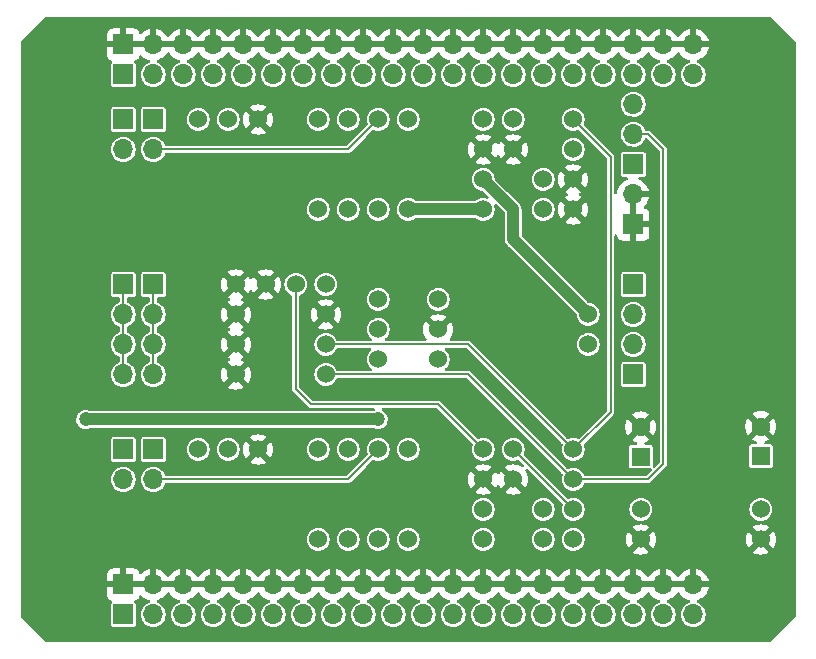
<source format=gbl>
G04 #@! TF.GenerationSoftware,KiCad,Pcbnew,(6.0.0)*
G04 #@! TF.CreationDate,2024-05-18T14:09:02+02:00*
G04 #@! TF.ProjectId,Smart Servo Control Board Rev.1,536d6172-7420-4536-9572-766f20436f6e,rev?*
G04 #@! TF.SameCoordinates,Original*
G04 #@! TF.FileFunction,Copper,L2,Bot*
G04 #@! TF.FilePolarity,Positive*
%FSLAX46Y46*%
G04 Gerber Fmt 4.6, Leading zero omitted, Abs format (unit mm)*
G04 Created by KiCad (PCBNEW (6.0.0)) date 2024-05-18 14:09:02*
%MOMM*%
%LPD*%
G01*
G04 APERTURE LIST*
G04 #@! TA.AperFunction,ComponentPad*
%ADD10R,1.600000X1.600000*%
G04 #@! TD*
G04 #@! TA.AperFunction,ComponentPad*
%ADD11C,1.600000*%
G04 #@! TD*
G04 #@! TA.AperFunction,ComponentPad*
%ADD12C,1.524000*%
G04 #@! TD*
G04 #@! TA.AperFunction,ComponentPad*
%ADD13R,1.700000X1.700000*%
G04 #@! TD*
G04 #@! TA.AperFunction,ComponentPad*
%ADD14O,1.700000X1.700000*%
G04 #@! TD*
G04 #@! TA.AperFunction,ViaPad*
%ADD15C,1.200000*%
G04 #@! TD*
G04 #@! TA.AperFunction,Conductor*
%ADD16C,1.000000*%
G04 #@! TD*
G04 #@! TA.AperFunction,Conductor*
%ADD17C,0.200000*%
G04 #@! TD*
G04 APERTURE END LIST*
D10*
X80645000Y-60260113D03*
D11*
X80645000Y-57760113D03*
D12*
X66040000Y-48260000D03*
X66040000Y-50800000D03*
X59690000Y-34290000D03*
X59690000Y-31750000D03*
X62230000Y-67310000D03*
X62230000Y-64770000D03*
D13*
X26670000Y-73660000D03*
D14*
X29210000Y-73660000D03*
X31750000Y-73660000D03*
X34290000Y-73660000D03*
X36830000Y-73660000D03*
X39370000Y-73660000D03*
X41910000Y-73660000D03*
X44450000Y-73660000D03*
X46990000Y-73660000D03*
X49530000Y-73660000D03*
X52070000Y-73660000D03*
X54610000Y-73660000D03*
X57150000Y-73660000D03*
X59690000Y-73660000D03*
X62230000Y-73660000D03*
X64770000Y-73660000D03*
X67310000Y-73660000D03*
X69850000Y-73660000D03*
X72390000Y-73660000D03*
X74930000Y-73660000D03*
D12*
X70485000Y-64770000D03*
X70485000Y-67310000D03*
X80645000Y-64770000D03*
X80645000Y-67310000D03*
D13*
X26670000Y-27940000D03*
D14*
X29210000Y-27940000D03*
X31750000Y-27940000D03*
X34290000Y-27940000D03*
X36830000Y-27940000D03*
X39370000Y-27940000D03*
X41910000Y-27940000D03*
X44450000Y-27940000D03*
X46990000Y-27940000D03*
X49530000Y-27940000D03*
X52070000Y-27940000D03*
X54610000Y-27940000D03*
X57150000Y-27940000D03*
X59690000Y-27940000D03*
X62230000Y-27940000D03*
X64770000Y-27940000D03*
X67310000Y-27940000D03*
X69850000Y-27940000D03*
X72390000Y-27940000D03*
X74930000Y-27940000D03*
D13*
X26670000Y-25400000D03*
D14*
X29210000Y-25400000D03*
X31750000Y-25400000D03*
X34290000Y-25400000D03*
X36830000Y-25400000D03*
X39370000Y-25400000D03*
X41910000Y-25400000D03*
X44450000Y-25400000D03*
X46990000Y-25400000D03*
X49530000Y-25400000D03*
X52070000Y-25400000D03*
X54610000Y-25400000D03*
X57150000Y-25400000D03*
X59690000Y-25400000D03*
X62230000Y-25400000D03*
X64770000Y-25400000D03*
X67310000Y-25400000D03*
X69850000Y-25400000D03*
X72390000Y-25400000D03*
X74930000Y-25400000D03*
D13*
X69850000Y-45720000D03*
D14*
X69850000Y-48260000D03*
D12*
X33020000Y-59690000D03*
X38100000Y-59690000D03*
X35560000Y-59690000D03*
D13*
X69850000Y-35545000D03*
D14*
X69850000Y-33005000D03*
X69850000Y-30465000D03*
D13*
X26670000Y-71120000D03*
D14*
X29210000Y-71120000D03*
X31750000Y-71120000D03*
X34290000Y-71120000D03*
X36830000Y-71120000D03*
X39370000Y-71120000D03*
X41910000Y-71120000D03*
X44450000Y-71120000D03*
X46990000Y-71120000D03*
X49530000Y-71120000D03*
X52070000Y-71120000D03*
X54610000Y-71120000D03*
X57150000Y-71120000D03*
X59690000Y-71120000D03*
X62230000Y-71120000D03*
X64770000Y-71120000D03*
X67310000Y-71120000D03*
X69850000Y-71120000D03*
X72390000Y-71120000D03*
X74930000Y-71120000D03*
D10*
X70485000Y-60285000D03*
D11*
X70485000Y-57785000D03*
D12*
X50800000Y-59690000D03*
X48260000Y-59690000D03*
X45720000Y-59690000D03*
X43180000Y-59690000D03*
X43180000Y-67310000D03*
X45720000Y-67310000D03*
X48260000Y-67310000D03*
X50800000Y-67310000D03*
D13*
X69850000Y-40640000D03*
D14*
X69850000Y-38100000D03*
D12*
X59690000Y-62230000D03*
X59690000Y-59690000D03*
D13*
X29210000Y-45720000D03*
D14*
X29210000Y-48260000D03*
X29210000Y-50800000D03*
X29210000Y-53340000D03*
D13*
X29210000Y-59690000D03*
D14*
X29210000Y-62230000D03*
D12*
X33020000Y-31750000D03*
X38100000Y-31750000D03*
X35560000Y-31750000D03*
X62230000Y-39370000D03*
X62230000Y-36830000D03*
X36195000Y-45720000D03*
X36195000Y-48260000D03*
X36195000Y-50800000D03*
X36195000Y-53340000D03*
X43815000Y-53340000D03*
X43815000Y-50800000D03*
X43815000Y-48260000D03*
X43815000Y-45720000D03*
D13*
X26670000Y-45720000D03*
D14*
X26670000Y-48260000D03*
X26670000Y-50800000D03*
X26670000Y-53340000D03*
D13*
X29210000Y-31750000D03*
D14*
X29210000Y-34290000D03*
D13*
X69850000Y-53340000D03*
D14*
X69850000Y-50800000D03*
D13*
X26670000Y-31750000D03*
D14*
X26670000Y-34290000D03*
D12*
X64770000Y-67310000D03*
X64770000Y-64770000D03*
X64770000Y-62230000D03*
X64770000Y-59690000D03*
X57150000Y-59690000D03*
X57150000Y-62230000D03*
X57150000Y-64770000D03*
X57150000Y-67310000D03*
X50800000Y-31750000D03*
X48260000Y-31750000D03*
X45720000Y-31750000D03*
X43180000Y-31750000D03*
X43180000Y-39370000D03*
X45720000Y-39370000D03*
X48260000Y-39370000D03*
X50800000Y-39370000D03*
X48260000Y-46990000D03*
X48260000Y-52070000D03*
X48260000Y-49530000D03*
X53340000Y-52070000D03*
X53340000Y-46990000D03*
X53340000Y-49530000D03*
X64770000Y-39370000D03*
X64770000Y-36830000D03*
X64770000Y-34290000D03*
X64770000Y-31750000D03*
X57150000Y-31750000D03*
X57150000Y-34290000D03*
X57150000Y-36830000D03*
X57150000Y-39370000D03*
D13*
X26670000Y-59690000D03*
D14*
X26670000Y-62230000D03*
D12*
X38735000Y-45720000D03*
X41275000Y-45720000D03*
D15*
X23495000Y-57150000D03*
X48260000Y-57150000D03*
D16*
X48260000Y-57150000D02*
X23495000Y-57150000D01*
D17*
X41275000Y-54610000D02*
X41275000Y-45720000D01*
X42545000Y-55880000D02*
X41275000Y-54610000D01*
X59690000Y-59690000D02*
X64770000Y-64770000D01*
X53340000Y-55880000D02*
X42545000Y-55880000D01*
X57150000Y-59690000D02*
X53340000Y-55880000D01*
D16*
X50800000Y-39370000D02*
X57150000Y-39370000D01*
X59690000Y-41910000D02*
X59690000Y-39370000D01*
X59690000Y-39370000D02*
X57150000Y-36830000D01*
X66040000Y-48260000D02*
X59690000Y-41910000D01*
D17*
X29210000Y-62230000D02*
X45720000Y-62230000D01*
X45720000Y-62230000D02*
X48260000Y-59690000D01*
X29210000Y-34290000D02*
X45720000Y-34290000D01*
X45720000Y-34290000D02*
X48260000Y-31750000D01*
X64770000Y-59690000D02*
X67945000Y-56515000D01*
X67945000Y-34925000D02*
X64770000Y-31750000D01*
X67945000Y-56515000D02*
X67945000Y-34925000D01*
X55880000Y-50800000D02*
X64770000Y-59690000D01*
X43815000Y-50800000D02*
X55880000Y-50800000D01*
X26670000Y-45720000D02*
X26670000Y-53340000D01*
X55880000Y-53340000D02*
X64770000Y-62230000D01*
X71120000Y-33020000D02*
X72390000Y-34290000D01*
X29210000Y-53350000D02*
X29210000Y-45720000D01*
X69850000Y-33020000D02*
X71120000Y-33020000D01*
X71120000Y-62230000D02*
X64770000Y-62230000D01*
X72390000Y-60960000D02*
X71120000Y-62230000D01*
X43815000Y-53340000D02*
X55880000Y-53340000D01*
X72390000Y-34290000D02*
X72390000Y-60960000D01*
G04 #@! TA.AperFunction,Conductor*
G36*
X81260182Y-23061953D02*
G01*
X81265813Y-23061963D01*
X81279642Y-23065143D01*
X81293483Y-23062011D01*
X81307668Y-23062036D01*
X81307667Y-23062794D01*
X81315560Y-23062151D01*
X81373265Y-23065642D01*
X81445180Y-23069992D01*
X81511969Y-23094071D01*
X81526667Y-23106667D01*
X83573334Y-25153334D01*
X83607360Y-25215646D01*
X83610009Y-25234822D01*
X83617831Y-25364144D01*
X83618061Y-25371970D01*
X83618037Y-25385815D01*
X83614857Y-25399642D01*
X83617989Y-25413482D01*
X83617980Y-25418371D01*
X83620000Y-25436448D01*
X83620000Y-73622976D01*
X83618047Y-73640182D01*
X83618037Y-73645813D01*
X83614857Y-73659642D01*
X83617989Y-73673483D01*
X83617964Y-73687668D01*
X83617206Y-73687667D01*
X83617849Y-73695563D01*
X83610008Y-73825180D01*
X83585929Y-73891969D01*
X83573333Y-73906667D01*
X81526666Y-75953334D01*
X81464354Y-75987360D01*
X81445180Y-75990009D01*
X81402702Y-75992578D01*
X81315856Y-75997831D01*
X81308030Y-75998061D01*
X81294185Y-75998037D01*
X81280358Y-75994857D01*
X81266518Y-75997989D01*
X81261629Y-75997980D01*
X81243552Y-76000000D01*
X20357024Y-76000000D01*
X20339818Y-75998047D01*
X20334187Y-75998037D01*
X20320358Y-75994857D01*
X20306517Y-75997989D01*
X20292332Y-75997964D01*
X20292333Y-75997206D01*
X20284440Y-75997849D01*
X20226735Y-75994358D01*
X20154820Y-75990008D01*
X20088031Y-75965929D01*
X20073333Y-75953333D01*
X18026666Y-73906666D01*
X17992640Y-73844354D01*
X17989991Y-73825178D01*
X17982169Y-73695856D01*
X17981939Y-73688030D01*
X17981963Y-73674185D01*
X17985143Y-73660358D01*
X17982011Y-73646518D01*
X17982020Y-73641629D01*
X17980000Y-73623552D01*
X17980000Y-72014669D01*
X25312001Y-72014669D01*
X25312371Y-72021490D01*
X25317895Y-72072352D01*
X25321521Y-72087604D01*
X25366676Y-72208054D01*
X25375214Y-72223649D01*
X25451715Y-72325724D01*
X25464276Y-72338285D01*
X25566351Y-72414786D01*
X25581946Y-72423324D01*
X25645301Y-72447075D01*
X25702065Y-72489717D01*
X25726765Y-72556278D01*
X25711557Y-72625627D01*
X25690166Y-72654152D01*
X25685761Y-72658557D01*
X25675448Y-72665448D01*
X25631133Y-72731769D01*
X25619500Y-72790252D01*
X25619500Y-74529748D01*
X25620707Y-74535816D01*
X25626789Y-74566390D01*
X25631133Y-74588231D01*
X25675448Y-74654552D01*
X25741769Y-74698867D01*
X25753938Y-74701288D01*
X25753939Y-74701288D01*
X25794184Y-74709293D01*
X25800252Y-74710500D01*
X27539748Y-74710500D01*
X27545816Y-74709293D01*
X27586061Y-74701288D01*
X27586062Y-74701288D01*
X27598231Y-74698867D01*
X27664552Y-74654552D01*
X27708867Y-74588231D01*
X27713212Y-74566390D01*
X27719293Y-74535816D01*
X27720500Y-74529748D01*
X27720500Y-72790252D01*
X27708867Y-72731769D01*
X27664552Y-72665448D01*
X27654239Y-72658557D01*
X27649834Y-72654152D01*
X27615808Y-72591840D01*
X27620873Y-72521025D01*
X27663420Y-72464189D01*
X27694699Y-72447075D01*
X27758054Y-72423324D01*
X27773649Y-72414786D01*
X27875724Y-72338285D01*
X27888285Y-72325724D01*
X27964786Y-72223649D01*
X27973325Y-72208052D01*
X28014425Y-72098418D01*
X28057066Y-72041653D01*
X28123628Y-72016953D01*
X28192977Y-72032160D01*
X28227645Y-72060150D01*
X28253219Y-72089674D01*
X28260580Y-72096883D01*
X28424434Y-72232916D01*
X28432881Y-72238831D01*
X28616756Y-72346279D01*
X28626042Y-72350729D01*
X28825001Y-72426703D01*
X28839866Y-72431022D01*
X28839289Y-72433008D01*
X28894260Y-72462082D01*
X28929110Y-72523936D01*
X28924988Y-72594813D01*
X28883201Y-72652209D01*
X28841930Y-72673228D01*
X28820489Y-72679538D01*
X28820484Y-72679540D01*
X28814572Y-72681280D01*
X28632002Y-72776726D01*
X28627201Y-72780586D01*
X28627198Y-72780588D01*
X28476254Y-72901950D01*
X28471447Y-72905815D01*
X28339024Y-73063630D01*
X28336056Y-73069028D01*
X28336053Y-73069033D01*
X28329315Y-73081290D01*
X28239776Y-73244162D01*
X28177484Y-73440532D01*
X28176798Y-73446649D01*
X28176797Y-73446653D01*
X28155416Y-73637277D01*
X28154520Y-73645262D01*
X28171759Y-73850553D01*
X28228544Y-74048586D01*
X28231359Y-74054063D01*
X28231360Y-74054066D01*
X28252247Y-74094707D01*
X28322712Y-74231818D01*
X28450677Y-74393270D01*
X28607564Y-74526791D01*
X28787398Y-74627297D01*
X28871280Y-74654552D01*
X28977471Y-74689056D01*
X28977475Y-74689057D01*
X28983329Y-74690959D01*
X29187894Y-74715351D01*
X29194029Y-74714879D01*
X29194031Y-74714879D01*
X29266625Y-74709293D01*
X29393300Y-74699546D01*
X29399230Y-74697890D01*
X29399232Y-74697890D01*
X29585797Y-74645800D01*
X29585796Y-74645800D01*
X29591725Y-74644145D01*
X29597214Y-74641372D01*
X29597220Y-74641370D01*
X29770116Y-74554033D01*
X29775610Y-74551258D01*
X29937951Y-74424424D01*
X30072564Y-74268472D01*
X30093387Y-74231818D01*
X30171276Y-74094707D01*
X30174323Y-74089344D01*
X30239351Y-73893863D01*
X30265171Y-73689474D01*
X30265583Y-73660000D01*
X30245480Y-73454970D01*
X30185935Y-73257749D01*
X30089218Y-73075849D01*
X30015859Y-72985902D01*
X29962906Y-72920975D01*
X29962903Y-72920972D01*
X29959011Y-72916200D01*
X29941786Y-72901950D01*
X29805025Y-72788811D01*
X29805021Y-72788809D01*
X29800275Y-72784882D01*
X29619055Y-72686897D01*
X29568183Y-72671150D01*
X29509025Y-72631899D01*
X29480477Y-72566895D01*
X29491605Y-72496776D01*
X29538876Y-72443804D01*
X29569235Y-72430099D01*
X29702255Y-72390191D01*
X29711842Y-72386433D01*
X29903095Y-72292739D01*
X29911945Y-72287464D01*
X30085328Y-72163792D01*
X30093200Y-72157139D01*
X30244052Y-72006812D01*
X30250730Y-71998965D01*
X30378022Y-71821819D01*
X30379147Y-71822627D01*
X30426669Y-71778876D01*
X30496607Y-71766661D01*
X30562046Y-71794197D01*
X30589870Y-71826028D01*
X30647690Y-71920383D01*
X30653777Y-71928699D01*
X30793213Y-72089667D01*
X30800580Y-72096883D01*
X30964434Y-72232916D01*
X30972881Y-72238831D01*
X31156756Y-72346279D01*
X31166042Y-72350729D01*
X31365001Y-72426703D01*
X31379866Y-72431022D01*
X31379289Y-72433008D01*
X31434260Y-72462082D01*
X31469110Y-72523936D01*
X31464988Y-72594813D01*
X31423201Y-72652209D01*
X31381930Y-72673228D01*
X31360489Y-72679538D01*
X31360484Y-72679540D01*
X31354572Y-72681280D01*
X31172002Y-72776726D01*
X31167201Y-72780586D01*
X31167198Y-72780588D01*
X31016254Y-72901950D01*
X31011447Y-72905815D01*
X30879024Y-73063630D01*
X30876056Y-73069028D01*
X30876053Y-73069033D01*
X30869315Y-73081290D01*
X30779776Y-73244162D01*
X30717484Y-73440532D01*
X30716798Y-73446649D01*
X30716797Y-73446653D01*
X30695416Y-73637277D01*
X30694520Y-73645262D01*
X30711759Y-73850553D01*
X30768544Y-74048586D01*
X30771359Y-74054063D01*
X30771360Y-74054066D01*
X30792247Y-74094707D01*
X30862712Y-74231818D01*
X30990677Y-74393270D01*
X31147564Y-74526791D01*
X31327398Y-74627297D01*
X31411280Y-74654552D01*
X31517471Y-74689056D01*
X31517475Y-74689057D01*
X31523329Y-74690959D01*
X31727894Y-74715351D01*
X31734029Y-74714879D01*
X31734031Y-74714879D01*
X31806625Y-74709293D01*
X31933300Y-74699546D01*
X31939230Y-74697890D01*
X31939232Y-74697890D01*
X32125797Y-74645800D01*
X32125796Y-74645800D01*
X32131725Y-74644145D01*
X32137214Y-74641372D01*
X32137220Y-74641370D01*
X32310116Y-74554033D01*
X32315610Y-74551258D01*
X32477951Y-74424424D01*
X32612564Y-74268472D01*
X32633387Y-74231818D01*
X32711276Y-74094707D01*
X32714323Y-74089344D01*
X32779351Y-73893863D01*
X32805171Y-73689474D01*
X32805583Y-73660000D01*
X32785480Y-73454970D01*
X32725935Y-73257749D01*
X32629218Y-73075849D01*
X32555859Y-72985902D01*
X32502906Y-72920975D01*
X32502903Y-72920972D01*
X32499011Y-72916200D01*
X32481786Y-72901950D01*
X32345025Y-72788811D01*
X32345021Y-72788809D01*
X32340275Y-72784882D01*
X32159055Y-72686897D01*
X32108183Y-72671150D01*
X32049025Y-72631899D01*
X32020477Y-72566895D01*
X32031605Y-72496776D01*
X32078876Y-72443804D01*
X32109235Y-72430099D01*
X32242255Y-72390191D01*
X32251842Y-72386433D01*
X32443095Y-72292739D01*
X32451945Y-72287464D01*
X32625328Y-72163792D01*
X32633200Y-72157139D01*
X32784052Y-72006812D01*
X32790730Y-71998965D01*
X32918022Y-71821819D01*
X32919147Y-71822627D01*
X32966669Y-71778876D01*
X33036607Y-71766661D01*
X33102046Y-71794197D01*
X33129870Y-71826028D01*
X33187690Y-71920383D01*
X33193777Y-71928699D01*
X33333213Y-72089667D01*
X33340580Y-72096883D01*
X33504434Y-72232916D01*
X33512881Y-72238831D01*
X33696756Y-72346279D01*
X33706042Y-72350729D01*
X33905001Y-72426703D01*
X33919866Y-72431022D01*
X33919289Y-72433008D01*
X33974260Y-72462082D01*
X34009110Y-72523936D01*
X34004988Y-72594813D01*
X33963201Y-72652209D01*
X33921930Y-72673228D01*
X33900489Y-72679538D01*
X33900484Y-72679540D01*
X33894572Y-72681280D01*
X33712002Y-72776726D01*
X33707201Y-72780586D01*
X33707198Y-72780588D01*
X33556254Y-72901950D01*
X33551447Y-72905815D01*
X33419024Y-73063630D01*
X33416056Y-73069028D01*
X33416053Y-73069033D01*
X33409315Y-73081290D01*
X33319776Y-73244162D01*
X33257484Y-73440532D01*
X33256798Y-73446649D01*
X33256797Y-73446653D01*
X33235416Y-73637277D01*
X33234520Y-73645262D01*
X33251759Y-73850553D01*
X33308544Y-74048586D01*
X33311359Y-74054063D01*
X33311360Y-74054066D01*
X33332247Y-74094707D01*
X33402712Y-74231818D01*
X33530677Y-74393270D01*
X33687564Y-74526791D01*
X33867398Y-74627297D01*
X33951280Y-74654552D01*
X34057471Y-74689056D01*
X34057475Y-74689057D01*
X34063329Y-74690959D01*
X34267894Y-74715351D01*
X34274029Y-74714879D01*
X34274031Y-74714879D01*
X34346625Y-74709293D01*
X34473300Y-74699546D01*
X34479230Y-74697890D01*
X34479232Y-74697890D01*
X34665797Y-74645800D01*
X34665796Y-74645800D01*
X34671725Y-74644145D01*
X34677214Y-74641372D01*
X34677220Y-74641370D01*
X34850116Y-74554033D01*
X34855610Y-74551258D01*
X35017951Y-74424424D01*
X35152564Y-74268472D01*
X35173387Y-74231818D01*
X35251276Y-74094707D01*
X35254323Y-74089344D01*
X35319351Y-73893863D01*
X35345171Y-73689474D01*
X35345583Y-73660000D01*
X35325480Y-73454970D01*
X35265935Y-73257749D01*
X35169218Y-73075849D01*
X35095859Y-72985902D01*
X35042906Y-72920975D01*
X35042903Y-72920972D01*
X35039011Y-72916200D01*
X35021786Y-72901950D01*
X34885025Y-72788811D01*
X34885021Y-72788809D01*
X34880275Y-72784882D01*
X34699055Y-72686897D01*
X34648183Y-72671150D01*
X34589025Y-72631899D01*
X34560477Y-72566895D01*
X34571605Y-72496776D01*
X34618876Y-72443804D01*
X34649235Y-72430099D01*
X34782255Y-72390191D01*
X34791842Y-72386433D01*
X34983095Y-72292739D01*
X34991945Y-72287464D01*
X35165328Y-72163792D01*
X35173200Y-72157139D01*
X35324052Y-72006812D01*
X35330730Y-71998965D01*
X35458022Y-71821819D01*
X35459147Y-71822627D01*
X35506669Y-71778876D01*
X35576607Y-71766661D01*
X35642046Y-71794197D01*
X35669870Y-71826028D01*
X35727690Y-71920383D01*
X35733777Y-71928699D01*
X35873213Y-72089667D01*
X35880580Y-72096883D01*
X36044434Y-72232916D01*
X36052881Y-72238831D01*
X36236756Y-72346279D01*
X36246042Y-72350729D01*
X36445001Y-72426703D01*
X36459866Y-72431022D01*
X36459289Y-72433008D01*
X36514260Y-72462082D01*
X36549110Y-72523936D01*
X36544988Y-72594813D01*
X36503201Y-72652209D01*
X36461930Y-72673228D01*
X36440489Y-72679538D01*
X36440484Y-72679540D01*
X36434572Y-72681280D01*
X36252002Y-72776726D01*
X36247201Y-72780586D01*
X36247198Y-72780588D01*
X36096254Y-72901950D01*
X36091447Y-72905815D01*
X35959024Y-73063630D01*
X35956056Y-73069028D01*
X35956053Y-73069033D01*
X35949315Y-73081290D01*
X35859776Y-73244162D01*
X35797484Y-73440532D01*
X35796798Y-73446649D01*
X35796797Y-73446653D01*
X35775416Y-73637277D01*
X35774520Y-73645262D01*
X35791759Y-73850553D01*
X35848544Y-74048586D01*
X35851359Y-74054063D01*
X35851360Y-74054066D01*
X35872247Y-74094707D01*
X35942712Y-74231818D01*
X36070677Y-74393270D01*
X36227564Y-74526791D01*
X36407398Y-74627297D01*
X36491280Y-74654552D01*
X36597471Y-74689056D01*
X36597475Y-74689057D01*
X36603329Y-74690959D01*
X36807894Y-74715351D01*
X36814029Y-74714879D01*
X36814031Y-74714879D01*
X36886625Y-74709293D01*
X37013300Y-74699546D01*
X37019230Y-74697890D01*
X37019232Y-74697890D01*
X37205797Y-74645800D01*
X37205796Y-74645800D01*
X37211725Y-74644145D01*
X37217214Y-74641372D01*
X37217220Y-74641370D01*
X37390116Y-74554033D01*
X37395610Y-74551258D01*
X37557951Y-74424424D01*
X37692564Y-74268472D01*
X37713387Y-74231818D01*
X37791276Y-74094707D01*
X37794323Y-74089344D01*
X37859351Y-73893863D01*
X37885171Y-73689474D01*
X37885583Y-73660000D01*
X37865480Y-73454970D01*
X37805935Y-73257749D01*
X37709218Y-73075849D01*
X37635859Y-72985902D01*
X37582906Y-72920975D01*
X37582903Y-72920972D01*
X37579011Y-72916200D01*
X37561786Y-72901950D01*
X37425025Y-72788811D01*
X37425021Y-72788809D01*
X37420275Y-72784882D01*
X37239055Y-72686897D01*
X37188183Y-72671150D01*
X37129025Y-72631899D01*
X37100477Y-72566895D01*
X37111605Y-72496776D01*
X37158876Y-72443804D01*
X37189235Y-72430099D01*
X37322255Y-72390191D01*
X37331842Y-72386433D01*
X37523095Y-72292739D01*
X37531945Y-72287464D01*
X37705328Y-72163792D01*
X37713200Y-72157139D01*
X37864052Y-72006812D01*
X37870730Y-71998965D01*
X37998022Y-71821819D01*
X37999147Y-71822627D01*
X38046669Y-71778876D01*
X38116607Y-71766661D01*
X38182046Y-71794197D01*
X38209870Y-71826028D01*
X38267690Y-71920383D01*
X38273777Y-71928699D01*
X38413213Y-72089667D01*
X38420580Y-72096883D01*
X38584434Y-72232916D01*
X38592881Y-72238831D01*
X38776756Y-72346279D01*
X38786042Y-72350729D01*
X38985001Y-72426703D01*
X38999866Y-72431022D01*
X38999289Y-72433008D01*
X39054260Y-72462082D01*
X39089110Y-72523936D01*
X39084988Y-72594813D01*
X39043201Y-72652209D01*
X39001930Y-72673228D01*
X38980489Y-72679538D01*
X38980484Y-72679540D01*
X38974572Y-72681280D01*
X38792002Y-72776726D01*
X38787201Y-72780586D01*
X38787198Y-72780588D01*
X38636254Y-72901950D01*
X38631447Y-72905815D01*
X38499024Y-73063630D01*
X38496056Y-73069028D01*
X38496053Y-73069033D01*
X38489315Y-73081290D01*
X38399776Y-73244162D01*
X38337484Y-73440532D01*
X38336798Y-73446649D01*
X38336797Y-73446653D01*
X38315416Y-73637277D01*
X38314520Y-73645262D01*
X38331759Y-73850553D01*
X38388544Y-74048586D01*
X38391359Y-74054063D01*
X38391360Y-74054066D01*
X38412247Y-74094707D01*
X38482712Y-74231818D01*
X38610677Y-74393270D01*
X38767564Y-74526791D01*
X38947398Y-74627297D01*
X39031280Y-74654552D01*
X39137471Y-74689056D01*
X39137475Y-74689057D01*
X39143329Y-74690959D01*
X39347894Y-74715351D01*
X39354029Y-74714879D01*
X39354031Y-74714879D01*
X39426625Y-74709293D01*
X39553300Y-74699546D01*
X39559230Y-74697890D01*
X39559232Y-74697890D01*
X39745797Y-74645800D01*
X39745796Y-74645800D01*
X39751725Y-74644145D01*
X39757214Y-74641372D01*
X39757220Y-74641370D01*
X39930116Y-74554033D01*
X39935610Y-74551258D01*
X40097951Y-74424424D01*
X40232564Y-74268472D01*
X40253387Y-74231818D01*
X40331276Y-74094707D01*
X40334323Y-74089344D01*
X40399351Y-73893863D01*
X40425171Y-73689474D01*
X40425583Y-73660000D01*
X40405480Y-73454970D01*
X40345935Y-73257749D01*
X40249218Y-73075849D01*
X40175859Y-72985902D01*
X40122906Y-72920975D01*
X40122903Y-72920972D01*
X40119011Y-72916200D01*
X40101786Y-72901950D01*
X39965025Y-72788811D01*
X39965021Y-72788809D01*
X39960275Y-72784882D01*
X39779055Y-72686897D01*
X39728183Y-72671150D01*
X39669025Y-72631899D01*
X39640477Y-72566895D01*
X39651605Y-72496776D01*
X39698876Y-72443804D01*
X39729235Y-72430099D01*
X39862255Y-72390191D01*
X39871842Y-72386433D01*
X40063095Y-72292739D01*
X40071945Y-72287464D01*
X40245328Y-72163792D01*
X40253200Y-72157139D01*
X40404052Y-72006812D01*
X40410730Y-71998965D01*
X40538022Y-71821819D01*
X40539147Y-71822627D01*
X40586669Y-71778876D01*
X40656607Y-71766661D01*
X40722046Y-71794197D01*
X40749870Y-71826028D01*
X40807690Y-71920383D01*
X40813777Y-71928699D01*
X40953213Y-72089667D01*
X40960580Y-72096883D01*
X41124434Y-72232916D01*
X41132881Y-72238831D01*
X41316756Y-72346279D01*
X41326042Y-72350729D01*
X41525001Y-72426703D01*
X41539866Y-72431022D01*
X41539289Y-72433008D01*
X41594260Y-72462082D01*
X41629110Y-72523936D01*
X41624988Y-72594813D01*
X41583201Y-72652209D01*
X41541930Y-72673228D01*
X41520489Y-72679538D01*
X41520484Y-72679540D01*
X41514572Y-72681280D01*
X41332002Y-72776726D01*
X41327201Y-72780586D01*
X41327198Y-72780588D01*
X41176254Y-72901950D01*
X41171447Y-72905815D01*
X41039024Y-73063630D01*
X41036056Y-73069028D01*
X41036053Y-73069033D01*
X41029315Y-73081290D01*
X40939776Y-73244162D01*
X40877484Y-73440532D01*
X40876798Y-73446649D01*
X40876797Y-73446653D01*
X40855416Y-73637277D01*
X40854520Y-73645262D01*
X40871759Y-73850553D01*
X40928544Y-74048586D01*
X40931359Y-74054063D01*
X40931360Y-74054066D01*
X40952247Y-74094707D01*
X41022712Y-74231818D01*
X41150677Y-74393270D01*
X41307564Y-74526791D01*
X41487398Y-74627297D01*
X41571280Y-74654552D01*
X41677471Y-74689056D01*
X41677475Y-74689057D01*
X41683329Y-74690959D01*
X41887894Y-74715351D01*
X41894029Y-74714879D01*
X41894031Y-74714879D01*
X41966625Y-74709293D01*
X42093300Y-74699546D01*
X42099230Y-74697890D01*
X42099232Y-74697890D01*
X42285797Y-74645800D01*
X42285796Y-74645800D01*
X42291725Y-74644145D01*
X42297214Y-74641372D01*
X42297220Y-74641370D01*
X42470116Y-74554033D01*
X42475610Y-74551258D01*
X42637951Y-74424424D01*
X42772564Y-74268472D01*
X42793387Y-74231818D01*
X42871276Y-74094707D01*
X42874323Y-74089344D01*
X42939351Y-73893863D01*
X42965171Y-73689474D01*
X42965583Y-73660000D01*
X42945480Y-73454970D01*
X42885935Y-73257749D01*
X42789218Y-73075849D01*
X42715859Y-72985902D01*
X42662906Y-72920975D01*
X42662903Y-72920972D01*
X42659011Y-72916200D01*
X42641786Y-72901950D01*
X42505025Y-72788811D01*
X42505021Y-72788809D01*
X42500275Y-72784882D01*
X42319055Y-72686897D01*
X42268183Y-72671150D01*
X42209025Y-72631899D01*
X42180477Y-72566895D01*
X42191605Y-72496776D01*
X42238876Y-72443804D01*
X42269235Y-72430099D01*
X42402255Y-72390191D01*
X42411842Y-72386433D01*
X42603095Y-72292739D01*
X42611945Y-72287464D01*
X42785328Y-72163792D01*
X42793200Y-72157139D01*
X42944052Y-72006812D01*
X42950730Y-71998965D01*
X43078022Y-71821819D01*
X43079147Y-71822627D01*
X43126669Y-71778876D01*
X43196607Y-71766661D01*
X43262046Y-71794197D01*
X43289870Y-71826028D01*
X43347690Y-71920383D01*
X43353777Y-71928699D01*
X43493213Y-72089667D01*
X43500580Y-72096883D01*
X43664434Y-72232916D01*
X43672881Y-72238831D01*
X43856756Y-72346279D01*
X43866042Y-72350729D01*
X44065001Y-72426703D01*
X44079866Y-72431022D01*
X44079289Y-72433008D01*
X44134260Y-72462082D01*
X44169110Y-72523936D01*
X44164988Y-72594813D01*
X44123201Y-72652209D01*
X44081930Y-72673228D01*
X44060489Y-72679538D01*
X44060484Y-72679540D01*
X44054572Y-72681280D01*
X43872002Y-72776726D01*
X43867201Y-72780586D01*
X43867198Y-72780588D01*
X43716254Y-72901950D01*
X43711447Y-72905815D01*
X43579024Y-73063630D01*
X43576056Y-73069028D01*
X43576053Y-73069033D01*
X43569315Y-73081290D01*
X43479776Y-73244162D01*
X43417484Y-73440532D01*
X43416798Y-73446649D01*
X43416797Y-73446653D01*
X43395416Y-73637277D01*
X43394520Y-73645262D01*
X43411759Y-73850553D01*
X43468544Y-74048586D01*
X43471359Y-74054063D01*
X43471360Y-74054066D01*
X43492247Y-74094707D01*
X43562712Y-74231818D01*
X43690677Y-74393270D01*
X43847564Y-74526791D01*
X44027398Y-74627297D01*
X44111280Y-74654552D01*
X44217471Y-74689056D01*
X44217475Y-74689057D01*
X44223329Y-74690959D01*
X44427894Y-74715351D01*
X44434029Y-74714879D01*
X44434031Y-74714879D01*
X44506625Y-74709293D01*
X44633300Y-74699546D01*
X44639230Y-74697890D01*
X44639232Y-74697890D01*
X44825797Y-74645800D01*
X44825796Y-74645800D01*
X44831725Y-74644145D01*
X44837214Y-74641372D01*
X44837220Y-74641370D01*
X45010116Y-74554033D01*
X45015610Y-74551258D01*
X45177951Y-74424424D01*
X45312564Y-74268472D01*
X45333387Y-74231818D01*
X45411276Y-74094707D01*
X45414323Y-74089344D01*
X45479351Y-73893863D01*
X45505171Y-73689474D01*
X45505583Y-73660000D01*
X45485480Y-73454970D01*
X45425935Y-73257749D01*
X45329218Y-73075849D01*
X45255859Y-72985902D01*
X45202906Y-72920975D01*
X45202903Y-72920972D01*
X45199011Y-72916200D01*
X45181786Y-72901950D01*
X45045025Y-72788811D01*
X45045021Y-72788809D01*
X45040275Y-72784882D01*
X44859055Y-72686897D01*
X44808183Y-72671150D01*
X44749025Y-72631899D01*
X44720477Y-72566895D01*
X44731605Y-72496776D01*
X44778876Y-72443804D01*
X44809235Y-72430099D01*
X44942255Y-72390191D01*
X44951842Y-72386433D01*
X45143095Y-72292739D01*
X45151945Y-72287464D01*
X45325328Y-72163792D01*
X45333200Y-72157139D01*
X45484052Y-72006812D01*
X45490730Y-71998965D01*
X45618022Y-71821819D01*
X45619147Y-71822627D01*
X45666669Y-71778876D01*
X45736607Y-71766661D01*
X45802046Y-71794197D01*
X45829870Y-71826028D01*
X45887690Y-71920383D01*
X45893777Y-71928699D01*
X46033213Y-72089667D01*
X46040580Y-72096883D01*
X46204434Y-72232916D01*
X46212881Y-72238831D01*
X46396756Y-72346279D01*
X46406042Y-72350729D01*
X46605001Y-72426703D01*
X46619866Y-72431022D01*
X46619289Y-72433008D01*
X46674260Y-72462082D01*
X46709110Y-72523936D01*
X46704988Y-72594813D01*
X46663201Y-72652209D01*
X46621930Y-72673228D01*
X46600489Y-72679538D01*
X46600484Y-72679540D01*
X46594572Y-72681280D01*
X46412002Y-72776726D01*
X46407201Y-72780586D01*
X46407198Y-72780588D01*
X46256254Y-72901950D01*
X46251447Y-72905815D01*
X46119024Y-73063630D01*
X46116056Y-73069028D01*
X46116053Y-73069033D01*
X46109315Y-73081290D01*
X46019776Y-73244162D01*
X45957484Y-73440532D01*
X45956798Y-73446649D01*
X45956797Y-73446653D01*
X45935416Y-73637277D01*
X45934520Y-73645262D01*
X45951759Y-73850553D01*
X46008544Y-74048586D01*
X46011359Y-74054063D01*
X46011360Y-74054066D01*
X46032247Y-74094707D01*
X46102712Y-74231818D01*
X46230677Y-74393270D01*
X46387564Y-74526791D01*
X46567398Y-74627297D01*
X46651280Y-74654552D01*
X46757471Y-74689056D01*
X46757475Y-74689057D01*
X46763329Y-74690959D01*
X46967894Y-74715351D01*
X46974029Y-74714879D01*
X46974031Y-74714879D01*
X47046625Y-74709293D01*
X47173300Y-74699546D01*
X47179230Y-74697890D01*
X47179232Y-74697890D01*
X47365797Y-74645800D01*
X47365796Y-74645800D01*
X47371725Y-74644145D01*
X47377214Y-74641372D01*
X47377220Y-74641370D01*
X47550116Y-74554033D01*
X47555610Y-74551258D01*
X47717951Y-74424424D01*
X47852564Y-74268472D01*
X47873387Y-74231818D01*
X47951276Y-74094707D01*
X47954323Y-74089344D01*
X48019351Y-73893863D01*
X48045171Y-73689474D01*
X48045583Y-73660000D01*
X48025480Y-73454970D01*
X47965935Y-73257749D01*
X47869218Y-73075849D01*
X47795859Y-72985902D01*
X47742906Y-72920975D01*
X47742903Y-72920972D01*
X47739011Y-72916200D01*
X47721786Y-72901950D01*
X47585025Y-72788811D01*
X47585021Y-72788809D01*
X47580275Y-72784882D01*
X47399055Y-72686897D01*
X47348183Y-72671150D01*
X47289025Y-72631899D01*
X47260477Y-72566895D01*
X47271605Y-72496776D01*
X47318876Y-72443804D01*
X47349235Y-72430099D01*
X47482255Y-72390191D01*
X47491842Y-72386433D01*
X47683095Y-72292739D01*
X47691945Y-72287464D01*
X47865328Y-72163792D01*
X47873200Y-72157139D01*
X48024052Y-72006812D01*
X48030730Y-71998965D01*
X48158022Y-71821819D01*
X48159147Y-71822627D01*
X48206669Y-71778876D01*
X48276607Y-71766661D01*
X48342046Y-71794197D01*
X48369870Y-71826028D01*
X48427690Y-71920383D01*
X48433777Y-71928699D01*
X48573213Y-72089667D01*
X48580580Y-72096883D01*
X48744434Y-72232916D01*
X48752881Y-72238831D01*
X48936756Y-72346279D01*
X48946042Y-72350729D01*
X49145001Y-72426703D01*
X49159866Y-72431022D01*
X49159289Y-72433008D01*
X49214260Y-72462082D01*
X49249110Y-72523936D01*
X49244988Y-72594813D01*
X49203201Y-72652209D01*
X49161930Y-72673228D01*
X49140489Y-72679538D01*
X49140484Y-72679540D01*
X49134572Y-72681280D01*
X48952002Y-72776726D01*
X48947201Y-72780586D01*
X48947198Y-72780588D01*
X48796254Y-72901950D01*
X48791447Y-72905815D01*
X48659024Y-73063630D01*
X48656056Y-73069028D01*
X48656053Y-73069033D01*
X48649315Y-73081290D01*
X48559776Y-73244162D01*
X48497484Y-73440532D01*
X48496798Y-73446649D01*
X48496797Y-73446653D01*
X48475416Y-73637277D01*
X48474520Y-73645262D01*
X48491759Y-73850553D01*
X48548544Y-74048586D01*
X48551359Y-74054063D01*
X48551360Y-74054066D01*
X48572247Y-74094707D01*
X48642712Y-74231818D01*
X48770677Y-74393270D01*
X48927564Y-74526791D01*
X49107398Y-74627297D01*
X49191280Y-74654552D01*
X49297471Y-74689056D01*
X49297475Y-74689057D01*
X49303329Y-74690959D01*
X49507894Y-74715351D01*
X49514029Y-74714879D01*
X49514031Y-74714879D01*
X49586625Y-74709293D01*
X49713300Y-74699546D01*
X49719230Y-74697890D01*
X49719232Y-74697890D01*
X49905797Y-74645800D01*
X49905796Y-74645800D01*
X49911725Y-74644145D01*
X49917214Y-74641372D01*
X49917220Y-74641370D01*
X50090116Y-74554033D01*
X50095610Y-74551258D01*
X50257951Y-74424424D01*
X50392564Y-74268472D01*
X50413387Y-74231818D01*
X50491276Y-74094707D01*
X50494323Y-74089344D01*
X50559351Y-73893863D01*
X50585171Y-73689474D01*
X50585583Y-73660000D01*
X50565480Y-73454970D01*
X50505935Y-73257749D01*
X50409218Y-73075849D01*
X50335859Y-72985902D01*
X50282906Y-72920975D01*
X50282903Y-72920972D01*
X50279011Y-72916200D01*
X50261786Y-72901950D01*
X50125025Y-72788811D01*
X50125021Y-72788809D01*
X50120275Y-72784882D01*
X49939055Y-72686897D01*
X49888183Y-72671150D01*
X49829025Y-72631899D01*
X49800477Y-72566895D01*
X49811605Y-72496776D01*
X49858876Y-72443804D01*
X49889235Y-72430099D01*
X50022255Y-72390191D01*
X50031842Y-72386433D01*
X50223095Y-72292739D01*
X50231945Y-72287464D01*
X50405328Y-72163792D01*
X50413200Y-72157139D01*
X50564052Y-72006812D01*
X50570730Y-71998965D01*
X50698022Y-71821819D01*
X50699147Y-71822627D01*
X50746669Y-71778876D01*
X50816607Y-71766661D01*
X50882046Y-71794197D01*
X50909870Y-71826028D01*
X50967690Y-71920383D01*
X50973777Y-71928699D01*
X51113213Y-72089667D01*
X51120580Y-72096883D01*
X51284434Y-72232916D01*
X51292881Y-72238831D01*
X51476756Y-72346279D01*
X51486042Y-72350729D01*
X51685001Y-72426703D01*
X51699866Y-72431022D01*
X51699289Y-72433008D01*
X51754260Y-72462082D01*
X51789110Y-72523936D01*
X51784988Y-72594813D01*
X51743201Y-72652209D01*
X51701930Y-72673228D01*
X51680489Y-72679538D01*
X51680484Y-72679540D01*
X51674572Y-72681280D01*
X51492002Y-72776726D01*
X51487201Y-72780586D01*
X51487198Y-72780588D01*
X51336254Y-72901950D01*
X51331447Y-72905815D01*
X51199024Y-73063630D01*
X51196056Y-73069028D01*
X51196053Y-73069033D01*
X51189315Y-73081290D01*
X51099776Y-73244162D01*
X51037484Y-73440532D01*
X51036798Y-73446649D01*
X51036797Y-73446653D01*
X51015416Y-73637277D01*
X51014520Y-73645262D01*
X51031759Y-73850553D01*
X51088544Y-74048586D01*
X51091359Y-74054063D01*
X51091360Y-74054066D01*
X51112247Y-74094707D01*
X51182712Y-74231818D01*
X51310677Y-74393270D01*
X51467564Y-74526791D01*
X51647398Y-74627297D01*
X51731280Y-74654552D01*
X51837471Y-74689056D01*
X51837475Y-74689057D01*
X51843329Y-74690959D01*
X52047894Y-74715351D01*
X52054029Y-74714879D01*
X52054031Y-74714879D01*
X52126625Y-74709293D01*
X52253300Y-74699546D01*
X52259230Y-74697890D01*
X52259232Y-74697890D01*
X52445797Y-74645800D01*
X52445796Y-74645800D01*
X52451725Y-74644145D01*
X52457214Y-74641372D01*
X52457220Y-74641370D01*
X52630116Y-74554033D01*
X52635610Y-74551258D01*
X52797951Y-74424424D01*
X52932564Y-74268472D01*
X52953387Y-74231818D01*
X53031276Y-74094707D01*
X53034323Y-74089344D01*
X53099351Y-73893863D01*
X53125171Y-73689474D01*
X53125583Y-73660000D01*
X53105480Y-73454970D01*
X53045935Y-73257749D01*
X52949218Y-73075849D01*
X52875859Y-72985902D01*
X52822906Y-72920975D01*
X52822903Y-72920972D01*
X52819011Y-72916200D01*
X52801786Y-72901950D01*
X52665025Y-72788811D01*
X52665021Y-72788809D01*
X52660275Y-72784882D01*
X52479055Y-72686897D01*
X52428183Y-72671150D01*
X52369025Y-72631899D01*
X52340477Y-72566895D01*
X52351605Y-72496776D01*
X52398876Y-72443804D01*
X52429235Y-72430099D01*
X52562255Y-72390191D01*
X52571842Y-72386433D01*
X52763095Y-72292739D01*
X52771945Y-72287464D01*
X52945328Y-72163792D01*
X52953200Y-72157139D01*
X53104052Y-72006812D01*
X53110730Y-71998965D01*
X53238022Y-71821819D01*
X53239147Y-71822627D01*
X53286669Y-71778876D01*
X53356607Y-71766661D01*
X53422046Y-71794197D01*
X53449870Y-71826028D01*
X53507690Y-71920383D01*
X53513777Y-71928699D01*
X53653213Y-72089667D01*
X53660580Y-72096883D01*
X53824434Y-72232916D01*
X53832881Y-72238831D01*
X54016756Y-72346279D01*
X54026042Y-72350729D01*
X54225001Y-72426703D01*
X54239866Y-72431022D01*
X54239289Y-72433008D01*
X54294260Y-72462082D01*
X54329110Y-72523936D01*
X54324988Y-72594813D01*
X54283201Y-72652209D01*
X54241930Y-72673228D01*
X54220489Y-72679538D01*
X54220484Y-72679540D01*
X54214572Y-72681280D01*
X54032002Y-72776726D01*
X54027201Y-72780586D01*
X54027198Y-72780588D01*
X53876254Y-72901950D01*
X53871447Y-72905815D01*
X53739024Y-73063630D01*
X53736056Y-73069028D01*
X53736053Y-73069033D01*
X53729315Y-73081290D01*
X53639776Y-73244162D01*
X53577484Y-73440532D01*
X53576798Y-73446649D01*
X53576797Y-73446653D01*
X53555416Y-73637277D01*
X53554520Y-73645262D01*
X53571759Y-73850553D01*
X53628544Y-74048586D01*
X53631359Y-74054063D01*
X53631360Y-74054066D01*
X53652247Y-74094707D01*
X53722712Y-74231818D01*
X53850677Y-74393270D01*
X54007564Y-74526791D01*
X54187398Y-74627297D01*
X54271280Y-74654552D01*
X54377471Y-74689056D01*
X54377475Y-74689057D01*
X54383329Y-74690959D01*
X54587894Y-74715351D01*
X54594029Y-74714879D01*
X54594031Y-74714879D01*
X54666625Y-74709293D01*
X54793300Y-74699546D01*
X54799230Y-74697890D01*
X54799232Y-74697890D01*
X54985797Y-74645800D01*
X54985796Y-74645800D01*
X54991725Y-74644145D01*
X54997214Y-74641372D01*
X54997220Y-74641370D01*
X55170116Y-74554033D01*
X55175610Y-74551258D01*
X55337951Y-74424424D01*
X55472564Y-74268472D01*
X55493387Y-74231818D01*
X55571276Y-74094707D01*
X55574323Y-74089344D01*
X55639351Y-73893863D01*
X55665171Y-73689474D01*
X55665583Y-73660000D01*
X55645480Y-73454970D01*
X55585935Y-73257749D01*
X55489218Y-73075849D01*
X55415859Y-72985902D01*
X55362906Y-72920975D01*
X55362903Y-72920972D01*
X55359011Y-72916200D01*
X55341786Y-72901950D01*
X55205025Y-72788811D01*
X55205021Y-72788809D01*
X55200275Y-72784882D01*
X55019055Y-72686897D01*
X54968183Y-72671150D01*
X54909025Y-72631899D01*
X54880477Y-72566895D01*
X54891605Y-72496776D01*
X54938876Y-72443804D01*
X54969235Y-72430099D01*
X55102255Y-72390191D01*
X55111842Y-72386433D01*
X55303095Y-72292739D01*
X55311945Y-72287464D01*
X55485328Y-72163792D01*
X55493200Y-72157139D01*
X55644052Y-72006812D01*
X55650730Y-71998965D01*
X55778022Y-71821819D01*
X55779147Y-71822627D01*
X55826669Y-71778876D01*
X55896607Y-71766661D01*
X55962046Y-71794197D01*
X55989870Y-71826028D01*
X56047690Y-71920383D01*
X56053777Y-71928699D01*
X56193213Y-72089667D01*
X56200580Y-72096883D01*
X56364434Y-72232916D01*
X56372881Y-72238831D01*
X56556756Y-72346279D01*
X56566042Y-72350729D01*
X56765001Y-72426703D01*
X56779866Y-72431022D01*
X56779289Y-72433008D01*
X56834260Y-72462082D01*
X56869110Y-72523936D01*
X56864988Y-72594813D01*
X56823201Y-72652209D01*
X56781930Y-72673228D01*
X56760489Y-72679538D01*
X56760484Y-72679540D01*
X56754572Y-72681280D01*
X56572002Y-72776726D01*
X56567201Y-72780586D01*
X56567198Y-72780588D01*
X56416254Y-72901950D01*
X56411447Y-72905815D01*
X56279024Y-73063630D01*
X56276056Y-73069028D01*
X56276053Y-73069033D01*
X56269315Y-73081290D01*
X56179776Y-73244162D01*
X56117484Y-73440532D01*
X56116798Y-73446649D01*
X56116797Y-73446653D01*
X56095416Y-73637277D01*
X56094520Y-73645262D01*
X56111759Y-73850553D01*
X56168544Y-74048586D01*
X56171359Y-74054063D01*
X56171360Y-74054066D01*
X56192247Y-74094707D01*
X56262712Y-74231818D01*
X56390677Y-74393270D01*
X56547564Y-74526791D01*
X56727398Y-74627297D01*
X56811280Y-74654552D01*
X56917471Y-74689056D01*
X56917475Y-74689057D01*
X56923329Y-74690959D01*
X57127894Y-74715351D01*
X57134029Y-74714879D01*
X57134031Y-74714879D01*
X57206625Y-74709293D01*
X57333300Y-74699546D01*
X57339230Y-74697890D01*
X57339232Y-74697890D01*
X57525797Y-74645800D01*
X57525796Y-74645800D01*
X57531725Y-74644145D01*
X57537214Y-74641372D01*
X57537220Y-74641370D01*
X57710116Y-74554033D01*
X57715610Y-74551258D01*
X57877951Y-74424424D01*
X58012564Y-74268472D01*
X58033387Y-74231818D01*
X58111276Y-74094707D01*
X58114323Y-74089344D01*
X58179351Y-73893863D01*
X58205171Y-73689474D01*
X58205583Y-73660000D01*
X58185480Y-73454970D01*
X58125935Y-73257749D01*
X58029218Y-73075849D01*
X57955859Y-72985902D01*
X57902906Y-72920975D01*
X57902903Y-72920972D01*
X57899011Y-72916200D01*
X57881786Y-72901950D01*
X57745025Y-72788811D01*
X57745021Y-72788809D01*
X57740275Y-72784882D01*
X57559055Y-72686897D01*
X57508183Y-72671150D01*
X57449025Y-72631899D01*
X57420477Y-72566895D01*
X57431605Y-72496776D01*
X57478876Y-72443804D01*
X57509235Y-72430099D01*
X57642255Y-72390191D01*
X57651842Y-72386433D01*
X57843095Y-72292739D01*
X57851945Y-72287464D01*
X58025328Y-72163792D01*
X58033200Y-72157139D01*
X58184052Y-72006812D01*
X58190730Y-71998965D01*
X58318022Y-71821819D01*
X58319147Y-71822627D01*
X58366669Y-71778876D01*
X58436607Y-71766661D01*
X58502046Y-71794197D01*
X58529870Y-71826028D01*
X58587690Y-71920383D01*
X58593777Y-71928699D01*
X58733213Y-72089667D01*
X58740580Y-72096883D01*
X58904434Y-72232916D01*
X58912881Y-72238831D01*
X59096756Y-72346279D01*
X59106042Y-72350729D01*
X59305001Y-72426703D01*
X59319866Y-72431022D01*
X59319289Y-72433008D01*
X59374260Y-72462082D01*
X59409110Y-72523936D01*
X59404988Y-72594813D01*
X59363201Y-72652209D01*
X59321930Y-72673228D01*
X59300489Y-72679538D01*
X59300484Y-72679540D01*
X59294572Y-72681280D01*
X59112002Y-72776726D01*
X59107201Y-72780586D01*
X59107198Y-72780588D01*
X58956254Y-72901950D01*
X58951447Y-72905815D01*
X58819024Y-73063630D01*
X58816056Y-73069028D01*
X58816053Y-73069033D01*
X58809315Y-73081290D01*
X58719776Y-73244162D01*
X58657484Y-73440532D01*
X58656798Y-73446649D01*
X58656797Y-73446653D01*
X58635416Y-73637277D01*
X58634520Y-73645262D01*
X58651759Y-73850553D01*
X58708544Y-74048586D01*
X58711359Y-74054063D01*
X58711360Y-74054066D01*
X58732247Y-74094707D01*
X58802712Y-74231818D01*
X58930677Y-74393270D01*
X59087564Y-74526791D01*
X59267398Y-74627297D01*
X59351280Y-74654552D01*
X59457471Y-74689056D01*
X59457475Y-74689057D01*
X59463329Y-74690959D01*
X59667894Y-74715351D01*
X59674029Y-74714879D01*
X59674031Y-74714879D01*
X59746625Y-74709293D01*
X59873300Y-74699546D01*
X59879230Y-74697890D01*
X59879232Y-74697890D01*
X60065797Y-74645800D01*
X60065796Y-74645800D01*
X60071725Y-74644145D01*
X60077214Y-74641372D01*
X60077220Y-74641370D01*
X60250116Y-74554033D01*
X60255610Y-74551258D01*
X60417951Y-74424424D01*
X60552564Y-74268472D01*
X60573387Y-74231818D01*
X60651276Y-74094707D01*
X60654323Y-74089344D01*
X60719351Y-73893863D01*
X60745171Y-73689474D01*
X60745583Y-73660000D01*
X60725480Y-73454970D01*
X60665935Y-73257749D01*
X60569218Y-73075849D01*
X60495859Y-72985902D01*
X60442906Y-72920975D01*
X60442903Y-72920972D01*
X60439011Y-72916200D01*
X60421786Y-72901950D01*
X60285025Y-72788811D01*
X60285021Y-72788809D01*
X60280275Y-72784882D01*
X60099055Y-72686897D01*
X60048183Y-72671150D01*
X59989025Y-72631899D01*
X59960477Y-72566895D01*
X59971605Y-72496776D01*
X60018876Y-72443804D01*
X60049235Y-72430099D01*
X60182255Y-72390191D01*
X60191842Y-72386433D01*
X60383095Y-72292739D01*
X60391945Y-72287464D01*
X60565328Y-72163792D01*
X60573200Y-72157139D01*
X60724052Y-72006812D01*
X60730730Y-71998965D01*
X60858022Y-71821819D01*
X60859147Y-71822627D01*
X60906669Y-71778876D01*
X60976607Y-71766661D01*
X61042046Y-71794197D01*
X61069870Y-71826028D01*
X61127690Y-71920383D01*
X61133777Y-71928699D01*
X61273213Y-72089667D01*
X61280580Y-72096883D01*
X61444434Y-72232916D01*
X61452881Y-72238831D01*
X61636756Y-72346279D01*
X61646042Y-72350729D01*
X61845001Y-72426703D01*
X61859866Y-72431022D01*
X61859289Y-72433008D01*
X61914260Y-72462082D01*
X61949110Y-72523936D01*
X61944988Y-72594813D01*
X61903201Y-72652209D01*
X61861930Y-72673228D01*
X61840489Y-72679538D01*
X61840484Y-72679540D01*
X61834572Y-72681280D01*
X61652002Y-72776726D01*
X61647201Y-72780586D01*
X61647198Y-72780588D01*
X61496254Y-72901950D01*
X61491447Y-72905815D01*
X61359024Y-73063630D01*
X61356056Y-73069028D01*
X61356053Y-73069033D01*
X61349315Y-73081290D01*
X61259776Y-73244162D01*
X61197484Y-73440532D01*
X61196798Y-73446649D01*
X61196797Y-73446653D01*
X61175416Y-73637277D01*
X61174520Y-73645262D01*
X61191759Y-73850553D01*
X61248544Y-74048586D01*
X61251359Y-74054063D01*
X61251360Y-74054066D01*
X61272247Y-74094707D01*
X61342712Y-74231818D01*
X61470677Y-74393270D01*
X61627564Y-74526791D01*
X61807398Y-74627297D01*
X61891280Y-74654552D01*
X61997471Y-74689056D01*
X61997475Y-74689057D01*
X62003329Y-74690959D01*
X62207894Y-74715351D01*
X62214029Y-74714879D01*
X62214031Y-74714879D01*
X62286625Y-74709293D01*
X62413300Y-74699546D01*
X62419230Y-74697890D01*
X62419232Y-74697890D01*
X62605797Y-74645800D01*
X62605796Y-74645800D01*
X62611725Y-74644145D01*
X62617214Y-74641372D01*
X62617220Y-74641370D01*
X62790116Y-74554033D01*
X62795610Y-74551258D01*
X62957951Y-74424424D01*
X63092564Y-74268472D01*
X63113387Y-74231818D01*
X63191276Y-74094707D01*
X63194323Y-74089344D01*
X63259351Y-73893863D01*
X63285171Y-73689474D01*
X63285583Y-73660000D01*
X63265480Y-73454970D01*
X63205935Y-73257749D01*
X63109218Y-73075849D01*
X63035859Y-72985902D01*
X62982906Y-72920975D01*
X62982903Y-72920972D01*
X62979011Y-72916200D01*
X62961786Y-72901950D01*
X62825025Y-72788811D01*
X62825021Y-72788809D01*
X62820275Y-72784882D01*
X62639055Y-72686897D01*
X62588183Y-72671150D01*
X62529025Y-72631899D01*
X62500477Y-72566895D01*
X62511605Y-72496776D01*
X62558876Y-72443804D01*
X62589235Y-72430099D01*
X62722255Y-72390191D01*
X62731842Y-72386433D01*
X62923095Y-72292739D01*
X62931945Y-72287464D01*
X63105328Y-72163792D01*
X63113200Y-72157139D01*
X63264052Y-72006812D01*
X63270730Y-71998965D01*
X63398022Y-71821819D01*
X63399147Y-71822627D01*
X63446669Y-71778876D01*
X63516607Y-71766661D01*
X63582046Y-71794197D01*
X63609870Y-71826028D01*
X63667690Y-71920383D01*
X63673777Y-71928699D01*
X63813213Y-72089667D01*
X63820580Y-72096883D01*
X63984434Y-72232916D01*
X63992881Y-72238831D01*
X64176756Y-72346279D01*
X64186042Y-72350729D01*
X64385001Y-72426703D01*
X64399866Y-72431022D01*
X64399289Y-72433008D01*
X64454260Y-72462082D01*
X64489110Y-72523936D01*
X64484988Y-72594813D01*
X64443201Y-72652209D01*
X64401930Y-72673228D01*
X64380489Y-72679538D01*
X64380484Y-72679540D01*
X64374572Y-72681280D01*
X64192002Y-72776726D01*
X64187201Y-72780586D01*
X64187198Y-72780588D01*
X64036254Y-72901950D01*
X64031447Y-72905815D01*
X63899024Y-73063630D01*
X63896056Y-73069028D01*
X63896053Y-73069033D01*
X63889315Y-73081290D01*
X63799776Y-73244162D01*
X63737484Y-73440532D01*
X63736798Y-73446649D01*
X63736797Y-73446653D01*
X63715416Y-73637277D01*
X63714520Y-73645262D01*
X63731759Y-73850553D01*
X63788544Y-74048586D01*
X63791359Y-74054063D01*
X63791360Y-74054066D01*
X63812247Y-74094707D01*
X63882712Y-74231818D01*
X64010677Y-74393270D01*
X64167564Y-74526791D01*
X64347398Y-74627297D01*
X64431280Y-74654552D01*
X64537471Y-74689056D01*
X64537475Y-74689057D01*
X64543329Y-74690959D01*
X64747894Y-74715351D01*
X64754029Y-74714879D01*
X64754031Y-74714879D01*
X64826625Y-74709293D01*
X64953300Y-74699546D01*
X64959230Y-74697890D01*
X64959232Y-74697890D01*
X65145797Y-74645800D01*
X65145796Y-74645800D01*
X65151725Y-74644145D01*
X65157214Y-74641372D01*
X65157220Y-74641370D01*
X65330116Y-74554033D01*
X65335610Y-74551258D01*
X65497951Y-74424424D01*
X65632564Y-74268472D01*
X65653387Y-74231818D01*
X65731276Y-74094707D01*
X65734323Y-74089344D01*
X65799351Y-73893863D01*
X65825171Y-73689474D01*
X65825583Y-73660000D01*
X65805480Y-73454970D01*
X65745935Y-73257749D01*
X65649218Y-73075849D01*
X65575859Y-72985902D01*
X65522906Y-72920975D01*
X65522903Y-72920972D01*
X65519011Y-72916200D01*
X65501786Y-72901950D01*
X65365025Y-72788811D01*
X65365021Y-72788809D01*
X65360275Y-72784882D01*
X65179055Y-72686897D01*
X65128183Y-72671150D01*
X65069025Y-72631899D01*
X65040477Y-72566895D01*
X65051605Y-72496776D01*
X65098876Y-72443804D01*
X65129235Y-72430099D01*
X65262255Y-72390191D01*
X65271842Y-72386433D01*
X65463095Y-72292739D01*
X65471945Y-72287464D01*
X65645328Y-72163792D01*
X65653200Y-72157139D01*
X65804052Y-72006812D01*
X65810730Y-71998965D01*
X65938022Y-71821819D01*
X65939147Y-71822627D01*
X65986669Y-71778876D01*
X66056607Y-71766661D01*
X66122046Y-71794197D01*
X66149870Y-71826028D01*
X66207690Y-71920383D01*
X66213777Y-71928699D01*
X66353213Y-72089667D01*
X66360580Y-72096883D01*
X66524434Y-72232916D01*
X66532881Y-72238831D01*
X66716756Y-72346279D01*
X66726042Y-72350729D01*
X66925001Y-72426703D01*
X66939866Y-72431022D01*
X66939289Y-72433008D01*
X66994260Y-72462082D01*
X67029110Y-72523936D01*
X67024988Y-72594813D01*
X66983201Y-72652209D01*
X66941930Y-72673228D01*
X66920489Y-72679538D01*
X66920484Y-72679540D01*
X66914572Y-72681280D01*
X66732002Y-72776726D01*
X66727201Y-72780586D01*
X66727198Y-72780588D01*
X66576254Y-72901950D01*
X66571447Y-72905815D01*
X66439024Y-73063630D01*
X66436056Y-73069028D01*
X66436053Y-73069033D01*
X66429315Y-73081290D01*
X66339776Y-73244162D01*
X66277484Y-73440532D01*
X66276798Y-73446649D01*
X66276797Y-73446653D01*
X66255416Y-73637277D01*
X66254520Y-73645262D01*
X66271759Y-73850553D01*
X66328544Y-74048586D01*
X66331359Y-74054063D01*
X66331360Y-74054066D01*
X66352247Y-74094707D01*
X66422712Y-74231818D01*
X66550677Y-74393270D01*
X66707564Y-74526791D01*
X66887398Y-74627297D01*
X66971280Y-74654552D01*
X67077471Y-74689056D01*
X67077475Y-74689057D01*
X67083329Y-74690959D01*
X67287894Y-74715351D01*
X67294029Y-74714879D01*
X67294031Y-74714879D01*
X67366625Y-74709293D01*
X67493300Y-74699546D01*
X67499230Y-74697890D01*
X67499232Y-74697890D01*
X67685797Y-74645800D01*
X67685796Y-74645800D01*
X67691725Y-74644145D01*
X67697214Y-74641372D01*
X67697220Y-74641370D01*
X67870116Y-74554033D01*
X67875610Y-74551258D01*
X68037951Y-74424424D01*
X68172564Y-74268472D01*
X68193387Y-74231818D01*
X68271276Y-74094707D01*
X68274323Y-74089344D01*
X68339351Y-73893863D01*
X68365171Y-73689474D01*
X68365583Y-73660000D01*
X68345480Y-73454970D01*
X68285935Y-73257749D01*
X68189218Y-73075849D01*
X68115859Y-72985902D01*
X68062906Y-72920975D01*
X68062903Y-72920972D01*
X68059011Y-72916200D01*
X68041786Y-72901950D01*
X67905025Y-72788811D01*
X67905021Y-72788809D01*
X67900275Y-72784882D01*
X67719055Y-72686897D01*
X67668183Y-72671150D01*
X67609025Y-72631899D01*
X67580477Y-72566895D01*
X67591605Y-72496776D01*
X67638876Y-72443804D01*
X67669235Y-72430099D01*
X67802255Y-72390191D01*
X67811842Y-72386433D01*
X68003095Y-72292739D01*
X68011945Y-72287464D01*
X68185328Y-72163792D01*
X68193200Y-72157139D01*
X68344052Y-72006812D01*
X68350730Y-71998965D01*
X68478022Y-71821819D01*
X68479147Y-71822627D01*
X68526669Y-71778876D01*
X68596607Y-71766661D01*
X68662046Y-71794197D01*
X68689870Y-71826028D01*
X68747690Y-71920383D01*
X68753777Y-71928699D01*
X68893213Y-72089667D01*
X68900580Y-72096883D01*
X69064434Y-72232916D01*
X69072881Y-72238831D01*
X69256756Y-72346279D01*
X69266042Y-72350729D01*
X69465001Y-72426703D01*
X69479866Y-72431022D01*
X69479289Y-72433008D01*
X69534260Y-72462082D01*
X69569110Y-72523936D01*
X69564988Y-72594813D01*
X69523201Y-72652209D01*
X69481930Y-72673228D01*
X69460489Y-72679538D01*
X69460484Y-72679540D01*
X69454572Y-72681280D01*
X69272002Y-72776726D01*
X69267201Y-72780586D01*
X69267198Y-72780588D01*
X69116254Y-72901950D01*
X69111447Y-72905815D01*
X68979024Y-73063630D01*
X68976056Y-73069028D01*
X68976053Y-73069033D01*
X68969315Y-73081290D01*
X68879776Y-73244162D01*
X68817484Y-73440532D01*
X68816798Y-73446649D01*
X68816797Y-73446653D01*
X68795416Y-73637277D01*
X68794520Y-73645262D01*
X68811759Y-73850553D01*
X68868544Y-74048586D01*
X68871359Y-74054063D01*
X68871360Y-74054066D01*
X68892247Y-74094707D01*
X68962712Y-74231818D01*
X69090677Y-74393270D01*
X69247564Y-74526791D01*
X69427398Y-74627297D01*
X69511280Y-74654552D01*
X69617471Y-74689056D01*
X69617475Y-74689057D01*
X69623329Y-74690959D01*
X69827894Y-74715351D01*
X69834029Y-74714879D01*
X69834031Y-74714879D01*
X69906625Y-74709293D01*
X70033300Y-74699546D01*
X70039230Y-74697890D01*
X70039232Y-74697890D01*
X70225797Y-74645800D01*
X70225796Y-74645800D01*
X70231725Y-74644145D01*
X70237214Y-74641372D01*
X70237220Y-74641370D01*
X70410116Y-74554033D01*
X70415610Y-74551258D01*
X70577951Y-74424424D01*
X70712564Y-74268472D01*
X70733387Y-74231818D01*
X70811276Y-74094707D01*
X70814323Y-74089344D01*
X70879351Y-73893863D01*
X70905171Y-73689474D01*
X70905583Y-73660000D01*
X70885480Y-73454970D01*
X70825935Y-73257749D01*
X70729218Y-73075849D01*
X70655859Y-72985902D01*
X70602906Y-72920975D01*
X70602903Y-72920972D01*
X70599011Y-72916200D01*
X70581786Y-72901950D01*
X70445025Y-72788811D01*
X70445021Y-72788809D01*
X70440275Y-72784882D01*
X70259055Y-72686897D01*
X70208183Y-72671150D01*
X70149025Y-72631899D01*
X70120477Y-72566895D01*
X70131605Y-72496776D01*
X70178876Y-72443804D01*
X70209235Y-72430099D01*
X70342255Y-72390191D01*
X70351842Y-72386433D01*
X70543095Y-72292739D01*
X70551945Y-72287464D01*
X70725328Y-72163792D01*
X70733200Y-72157139D01*
X70884052Y-72006812D01*
X70890730Y-71998965D01*
X71018022Y-71821819D01*
X71019147Y-71822627D01*
X71066669Y-71778876D01*
X71136607Y-71766661D01*
X71202046Y-71794197D01*
X71229870Y-71826028D01*
X71287690Y-71920383D01*
X71293777Y-71928699D01*
X71433213Y-72089667D01*
X71440580Y-72096883D01*
X71604434Y-72232916D01*
X71612881Y-72238831D01*
X71796756Y-72346279D01*
X71806042Y-72350729D01*
X72005001Y-72426703D01*
X72019866Y-72431022D01*
X72019289Y-72433008D01*
X72074260Y-72462082D01*
X72109110Y-72523936D01*
X72104988Y-72594813D01*
X72063201Y-72652209D01*
X72021930Y-72673228D01*
X72000489Y-72679538D01*
X72000484Y-72679540D01*
X71994572Y-72681280D01*
X71812002Y-72776726D01*
X71807201Y-72780586D01*
X71807198Y-72780588D01*
X71656254Y-72901950D01*
X71651447Y-72905815D01*
X71519024Y-73063630D01*
X71516056Y-73069028D01*
X71516053Y-73069033D01*
X71509315Y-73081290D01*
X71419776Y-73244162D01*
X71357484Y-73440532D01*
X71356798Y-73446649D01*
X71356797Y-73446653D01*
X71335416Y-73637277D01*
X71334520Y-73645262D01*
X71351759Y-73850553D01*
X71408544Y-74048586D01*
X71411359Y-74054063D01*
X71411360Y-74054066D01*
X71432247Y-74094707D01*
X71502712Y-74231818D01*
X71630677Y-74393270D01*
X71787564Y-74526791D01*
X71967398Y-74627297D01*
X72051280Y-74654552D01*
X72157471Y-74689056D01*
X72157475Y-74689057D01*
X72163329Y-74690959D01*
X72367894Y-74715351D01*
X72374029Y-74714879D01*
X72374031Y-74714879D01*
X72446625Y-74709293D01*
X72573300Y-74699546D01*
X72579230Y-74697890D01*
X72579232Y-74697890D01*
X72765797Y-74645800D01*
X72765796Y-74645800D01*
X72771725Y-74644145D01*
X72777214Y-74641372D01*
X72777220Y-74641370D01*
X72950116Y-74554033D01*
X72955610Y-74551258D01*
X73117951Y-74424424D01*
X73252564Y-74268472D01*
X73273387Y-74231818D01*
X73351276Y-74094707D01*
X73354323Y-74089344D01*
X73419351Y-73893863D01*
X73445171Y-73689474D01*
X73445583Y-73660000D01*
X73425480Y-73454970D01*
X73365935Y-73257749D01*
X73269218Y-73075849D01*
X73195859Y-72985902D01*
X73142906Y-72920975D01*
X73142903Y-72920972D01*
X73139011Y-72916200D01*
X73121786Y-72901950D01*
X72985025Y-72788811D01*
X72985021Y-72788809D01*
X72980275Y-72784882D01*
X72799055Y-72686897D01*
X72748183Y-72671150D01*
X72689025Y-72631899D01*
X72660477Y-72566895D01*
X72671605Y-72496776D01*
X72718876Y-72443804D01*
X72749235Y-72430099D01*
X72882255Y-72390191D01*
X72891842Y-72386433D01*
X73083095Y-72292739D01*
X73091945Y-72287464D01*
X73265328Y-72163792D01*
X73273200Y-72157139D01*
X73424052Y-72006812D01*
X73430730Y-71998965D01*
X73558022Y-71821819D01*
X73559147Y-71822627D01*
X73606669Y-71778876D01*
X73676607Y-71766661D01*
X73742046Y-71794197D01*
X73769870Y-71826028D01*
X73827690Y-71920383D01*
X73833777Y-71928699D01*
X73973213Y-72089667D01*
X73980580Y-72096883D01*
X74144434Y-72232916D01*
X74152881Y-72238831D01*
X74336756Y-72346279D01*
X74346042Y-72350729D01*
X74545001Y-72426703D01*
X74559866Y-72431022D01*
X74559289Y-72433008D01*
X74614260Y-72462082D01*
X74649110Y-72523936D01*
X74644988Y-72594813D01*
X74603201Y-72652209D01*
X74561930Y-72673228D01*
X74540489Y-72679538D01*
X74540484Y-72679540D01*
X74534572Y-72681280D01*
X74352002Y-72776726D01*
X74347201Y-72780586D01*
X74347198Y-72780588D01*
X74196254Y-72901950D01*
X74191447Y-72905815D01*
X74059024Y-73063630D01*
X74056056Y-73069028D01*
X74056053Y-73069033D01*
X74049315Y-73081290D01*
X73959776Y-73244162D01*
X73897484Y-73440532D01*
X73896798Y-73446649D01*
X73896797Y-73446653D01*
X73875416Y-73637277D01*
X73874520Y-73645262D01*
X73891759Y-73850553D01*
X73948544Y-74048586D01*
X73951359Y-74054063D01*
X73951360Y-74054066D01*
X73972247Y-74094707D01*
X74042712Y-74231818D01*
X74170677Y-74393270D01*
X74327564Y-74526791D01*
X74507398Y-74627297D01*
X74591280Y-74654552D01*
X74697471Y-74689056D01*
X74697475Y-74689057D01*
X74703329Y-74690959D01*
X74907894Y-74715351D01*
X74914029Y-74714879D01*
X74914031Y-74714879D01*
X74986625Y-74709293D01*
X75113300Y-74699546D01*
X75119230Y-74697890D01*
X75119232Y-74697890D01*
X75305797Y-74645800D01*
X75305796Y-74645800D01*
X75311725Y-74644145D01*
X75317214Y-74641372D01*
X75317220Y-74641370D01*
X75490116Y-74554033D01*
X75495610Y-74551258D01*
X75657951Y-74424424D01*
X75792564Y-74268472D01*
X75813387Y-74231818D01*
X75891276Y-74094707D01*
X75894323Y-74089344D01*
X75959351Y-73893863D01*
X75985171Y-73689474D01*
X75985583Y-73660000D01*
X75965480Y-73454970D01*
X75905935Y-73257749D01*
X75809218Y-73075849D01*
X75735859Y-72985902D01*
X75682906Y-72920975D01*
X75682903Y-72920972D01*
X75679011Y-72916200D01*
X75661786Y-72901950D01*
X75525025Y-72788811D01*
X75525021Y-72788809D01*
X75520275Y-72784882D01*
X75339055Y-72686897D01*
X75288183Y-72671150D01*
X75229025Y-72631899D01*
X75200477Y-72566895D01*
X75211605Y-72496776D01*
X75258876Y-72443804D01*
X75289235Y-72430099D01*
X75422255Y-72390191D01*
X75431842Y-72386433D01*
X75623095Y-72292739D01*
X75631945Y-72287464D01*
X75805328Y-72163792D01*
X75813200Y-72157139D01*
X75964052Y-72006812D01*
X75970730Y-71998965D01*
X76095003Y-71826020D01*
X76100313Y-71817183D01*
X76194670Y-71626267D01*
X76198469Y-71616672D01*
X76260377Y-71412910D01*
X76262555Y-71402837D01*
X76263986Y-71391962D01*
X76261775Y-71377778D01*
X76248617Y-71374000D01*
X25330116Y-71374000D01*
X25314877Y-71378475D01*
X25313672Y-71379865D01*
X25312001Y-71387548D01*
X25312001Y-72014669D01*
X17980000Y-72014669D01*
X17980000Y-70847885D01*
X25312000Y-70847885D01*
X25316475Y-70863124D01*
X25317865Y-70864329D01*
X25325548Y-70866000D01*
X26397885Y-70866000D01*
X26413124Y-70861525D01*
X26414329Y-70860135D01*
X26416000Y-70852452D01*
X26416000Y-70847885D01*
X26924000Y-70847885D01*
X26928475Y-70863124D01*
X26929865Y-70864329D01*
X26937548Y-70866000D01*
X28937885Y-70866000D01*
X28953124Y-70861525D01*
X28954329Y-70860135D01*
X28956000Y-70852452D01*
X28956000Y-70847885D01*
X29464000Y-70847885D01*
X29468475Y-70863124D01*
X29469865Y-70864329D01*
X29477548Y-70866000D01*
X31477885Y-70866000D01*
X31493124Y-70861525D01*
X31494329Y-70860135D01*
X31496000Y-70852452D01*
X31496000Y-70847885D01*
X32004000Y-70847885D01*
X32008475Y-70863124D01*
X32009865Y-70864329D01*
X32017548Y-70866000D01*
X34017885Y-70866000D01*
X34033124Y-70861525D01*
X34034329Y-70860135D01*
X34036000Y-70852452D01*
X34036000Y-70847885D01*
X34544000Y-70847885D01*
X34548475Y-70863124D01*
X34549865Y-70864329D01*
X34557548Y-70866000D01*
X36557885Y-70866000D01*
X36573124Y-70861525D01*
X36574329Y-70860135D01*
X36576000Y-70852452D01*
X36576000Y-70847885D01*
X37084000Y-70847885D01*
X37088475Y-70863124D01*
X37089865Y-70864329D01*
X37097548Y-70866000D01*
X39097885Y-70866000D01*
X39113124Y-70861525D01*
X39114329Y-70860135D01*
X39116000Y-70852452D01*
X39116000Y-70847885D01*
X39624000Y-70847885D01*
X39628475Y-70863124D01*
X39629865Y-70864329D01*
X39637548Y-70866000D01*
X41637885Y-70866000D01*
X41653124Y-70861525D01*
X41654329Y-70860135D01*
X41656000Y-70852452D01*
X41656000Y-70847885D01*
X42164000Y-70847885D01*
X42168475Y-70863124D01*
X42169865Y-70864329D01*
X42177548Y-70866000D01*
X44177885Y-70866000D01*
X44193124Y-70861525D01*
X44194329Y-70860135D01*
X44196000Y-70852452D01*
X44196000Y-70847885D01*
X44704000Y-70847885D01*
X44708475Y-70863124D01*
X44709865Y-70864329D01*
X44717548Y-70866000D01*
X46717885Y-70866000D01*
X46733124Y-70861525D01*
X46734329Y-70860135D01*
X46736000Y-70852452D01*
X46736000Y-70847885D01*
X47244000Y-70847885D01*
X47248475Y-70863124D01*
X47249865Y-70864329D01*
X47257548Y-70866000D01*
X49257885Y-70866000D01*
X49273124Y-70861525D01*
X49274329Y-70860135D01*
X49276000Y-70852452D01*
X49276000Y-70847885D01*
X49784000Y-70847885D01*
X49788475Y-70863124D01*
X49789865Y-70864329D01*
X49797548Y-70866000D01*
X51797885Y-70866000D01*
X51813124Y-70861525D01*
X51814329Y-70860135D01*
X51816000Y-70852452D01*
X51816000Y-70847885D01*
X52324000Y-70847885D01*
X52328475Y-70863124D01*
X52329865Y-70864329D01*
X52337548Y-70866000D01*
X54337885Y-70866000D01*
X54353124Y-70861525D01*
X54354329Y-70860135D01*
X54356000Y-70852452D01*
X54356000Y-70847885D01*
X54864000Y-70847885D01*
X54868475Y-70863124D01*
X54869865Y-70864329D01*
X54877548Y-70866000D01*
X56877885Y-70866000D01*
X56893124Y-70861525D01*
X56894329Y-70860135D01*
X56896000Y-70852452D01*
X56896000Y-70847885D01*
X57404000Y-70847885D01*
X57408475Y-70863124D01*
X57409865Y-70864329D01*
X57417548Y-70866000D01*
X59417885Y-70866000D01*
X59433124Y-70861525D01*
X59434329Y-70860135D01*
X59436000Y-70852452D01*
X59436000Y-70847885D01*
X59944000Y-70847885D01*
X59948475Y-70863124D01*
X59949865Y-70864329D01*
X59957548Y-70866000D01*
X61957885Y-70866000D01*
X61973124Y-70861525D01*
X61974329Y-70860135D01*
X61976000Y-70852452D01*
X61976000Y-70847885D01*
X62484000Y-70847885D01*
X62488475Y-70863124D01*
X62489865Y-70864329D01*
X62497548Y-70866000D01*
X64497885Y-70866000D01*
X64513124Y-70861525D01*
X64514329Y-70860135D01*
X64516000Y-70852452D01*
X64516000Y-70847885D01*
X65024000Y-70847885D01*
X65028475Y-70863124D01*
X65029865Y-70864329D01*
X65037548Y-70866000D01*
X67037885Y-70866000D01*
X67053124Y-70861525D01*
X67054329Y-70860135D01*
X67056000Y-70852452D01*
X67056000Y-70847885D01*
X67564000Y-70847885D01*
X67568475Y-70863124D01*
X67569865Y-70864329D01*
X67577548Y-70866000D01*
X69577885Y-70866000D01*
X69593124Y-70861525D01*
X69594329Y-70860135D01*
X69596000Y-70852452D01*
X69596000Y-70847885D01*
X70104000Y-70847885D01*
X70108475Y-70863124D01*
X70109865Y-70864329D01*
X70117548Y-70866000D01*
X72117885Y-70866000D01*
X72133124Y-70861525D01*
X72134329Y-70860135D01*
X72136000Y-70852452D01*
X72136000Y-70847885D01*
X72644000Y-70847885D01*
X72648475Y-70863124D01*
X72649865Y-70864329D01*
X72657548Y-70866000D01*
X74657885Y-70866000D01*
X74673124Y-70861525D01*
X74674329Y-70860135D01*
X74676000Y-70852452D01*
X74676000Y-70847885D01*
X75184000Y-70847885D01*
X75188475Y-70863124D01*
X75189865Y-70864329D01*
X75197548Y-70866000D01*
X76248344Y-70866000D01*
X76261875Y-70862027D01*
X76263180Y-70852947D01*
X76221214Y-70685875D01*
X76217894Y-70676124D01*
X76132972Y-70480814D01*
X76128105Y-70471739D01*
X76012426Y-70292926D01*
X76006136Y-70284757D01*
X75862806Y-70127240D01*
X75855273Y-70120215D01*
X75688139Y-69988222D01*
X75679552Y-69982517D01*
X75493117Y-69879599D01*
X75483705Y-69875369D01*
X75282959Y-69804280D01*
X75272988Y-69801646D01*
X75201837Y-69788972D01*
X75188540Y-69790432D01*
X75184000Y-69804989D01*
X75184000Y-70847885D01*
X74676000Y-70847885D01*
X74676000Y-69803102D01*
X74672082Y-69789758D01*
X74657806Y-69787771D01*
X74619324Y-69793660D01*
X74609288Y-69796051D01*
X74406868Y-69862212D01*
X74397359Y-69866209D01*
X74208463Y-69964542D01*
X74199738Y-69970036D01*
X74029433Y-70097905D01*
X74021726Y-70104748D01*
X73874590Y-70258717D01*
X73868104Y-70266727D01*
X73763193Y-70420521D01*
X73708282Y-70465524D01*
X73637757Y-70473695D01*
X73574010Y-70442441D01*
X73553313Y-70417957D01*
X73472427Y-70292926D01*
X73466136Y-70284757D01*
X73322806Y-70127240D01*
X73315273Y-70120215D01*
X73148139Y-69988222D01*
X73139552Y-69982517D01*
X72953117Y-69879599D01*
X72943705Y-69875369D01*
X72742959Y-69804280D01*
X72732988Y-69801646D01*
X72661837Y-69788972D01*
X72648540Y-69790432D01*
X72644000Y-69804989D01*
X72644000Y-70847885D01*
X72136000Y-70847885D01*
X72136000Y-69803102D01*
X72132082Y-69789758D01*
X72117806Y-69787771D01*
X72079324Y-69793660D01*
X72069288Y-69796051D01*
X71866868Y-69862212D01*
X71857359Y-69866209D01*
X71668463Y-69964542D01*
X71659738Y-69970036D01*
X71489433Y-70097905D01*
X71481726Y-70104748D01*
X71334590Y-70258717D01*
X71328104Y-70266727D01*
X71223193Y-70420521D01*
X71168282Y-70465524D01*
X71097757Y-70473695D01*
X71034010Y-70442441D01*
X71013313Y-70417957D01*
X70932427Y-70292926D01*
X70926136Y-70284757D01*
X70782806Y-70127240D01*
X70775273Y-70120215D01*
X70608139Y-69988222D01*
X70599552Y-69982517D01*
X70413117Y-69879599D01*
X70403705Y-69875369D01*
X70202959Y-69804280D01*
X70192988Y-69801646D01*
X70121837Y-69788972D01*
X70108540Y-69790432D01*
X70104000Y-69804989D01*
X70104000Y-70847885D01*
X69596000Y-70847885D01*
X69596000Y-69803102D01*
X69592082Y-69789758D01*
X69577806Y-69787771D01*
X69539324Y-69793660D01*
X69529288Y-69796051D01*
X69326868Y-69862212D01*
X69317359Y-69866209D01*
X69128463Y-69964542D01*
X69119738Y-69970036D01*
X68949433Y-70097905D01*
X68941726Y-70104748D01*
X68794590Y-70258717D01*
X68788104Y-70266727D01*
X68683193Y-70420521D01*
X68628282Y-70465524D01*
X68557757Y-70473695D01*
X68494010Y-70442441D01*
X68473313Y-70417957D01*
X68392427Y-70292926D01*
X68386136Y-70284757D01*
X68242806Y-70127240D01*
X68235273Y-70120215D01*
X68068139Y-69988222D01*
X68059552Y-69982517D01*
X67873117Y-69879599D01*
X67863705Y-69875369D01*
X67662959Y-69804280D01*
X67652988Y-69801646D01*
X67581837Y-69788972D01*
X67568540Y-69790432D01*
X67564000Y-69804989D01*
X67564000Y-70847885D01*
X67056000Y-70847885D01*
X67056000Y-69803102D01*
X67052082Y-69789758D01*
X67037806Y-69787771D01*
X66999324Y-69793660D01*
X66989288Y-69796051D01*
X66786868Y-69862212D01*
X66777359Y-69866209D01*
X66588463Y-69964542D01*
X66579738Y-69970036D01*
X66409433Y-70097905D01*
X66401726Y-70104748D01*
X66254590Y-70258717D01*
X66248104Y-70266727D01*
X66143193Y-70420521D01*
X66088282Y-70465524D01*
X66017757Y-70473695D01*
X65954010Y-70442441D01*
X65933313Y-70417957D01*
X65852427Y-70292926D01*
X65846136Y-70284757D01*
X65702806Y-70127240D01*
X65695273Y-70120215D01*
X65528139Y-69988222D01*
X65519552Y-69982517D01*
X65333117Y-69879599D01*
X65323705Y-69875369D01*
X65122959Y-69804280D01*
X65112988Y-69801646D01*
X65041837Y-69788972D01*
X65028540Y-69790432D01*
X65024000Y-69804989D01*
X65024000Y-70847885D01*
X64516000Y-70847885D01*
X64516000Y-69803102D01*
X64512082Y-69789758D01*
X64497806Y-69787771D01*
X64459324Y-69793660D01*
X64449288Y-69796051D01*
X64246868Y-69862212D01*
X64237359Y-69866209D01*
X64048463Y-69964542D01*
X64039738Y-69970036D01*
X63869433Y-70097905D01*
X63861726Y-70104748D01*
X63714590Y-70258717D01*
X63708104Y-70266727D01*
X63603193Y-70420521D01*
X63548282Y-70465524D01*
X63477757Y-70473695D01*
X63414010Y-70442441D01*
X63393313Y-70417957D01*
X63312427Y-70292926D01*
X63306136Y-70284757D01*
X63162806Y-70127240D01*
X63155273Y-70120215D01*
X62988139Y-69988222D01*
X62979552Y-69982517D01*
X62793117Y-69879599D01*
X62783705Y-69875369D01*
X62582959Y-69804280D01*
X62572988Y-69801646D01*
X62501837Y-69788972D01*
X62488540Y-69790432D01*
X62484000Y-69804989D01*
X62484000Y-70847885D01*
X61976000Y-70847885D01*
X61976000Y-69803102D01*
X61972082Y-69789758D01*
X61957806Y-69787771D01*
X61919324Y-69793660D01*
X61909288Y-69796051D01*
X61706868Y-69862212D01*
X61697359Y-69866209D01*
X61508463Y-69964542D01*
X61499738Y-69970036D01*
X61329433Y-70097905D01*
X61321726Y-70104748D01*
X61174590Y-70258717D01*
X61168104Y-70266727D01*
X61063193Y-70420521D01*
X61008282Y-70465524D01*
X60937757Y-70473695D01*
X60874010Y-70442441D01*
X60853313Y-70417957D01*
X60772427Y-70292926D01*
X60766136Y-70284757D01*
X60622806Y-70127240D01*
X60615273Y-70120215D01*
X60448139Y-69988222D01*
X60439552Y-69982517D01*
X60253117Y-69879599D01*
X60243705Y-69875369D01*
X60042959Y-69804280D01*
X60032988Y-69801646D01*
X59961837Y-69788972D01*
X59948540Y-69790432D01*
X59944000Y-69804989D01*
X59944000Y-70847885D01*
X59436000Y-70847885D01*
X59436000Y-69803102D01*
X59432082Y-69789758D01*
X59417806Y-69787771D01*
X59379324Y-69793660D01*
X59369288Y-69796051D01*
X59166868Y-69862212D01*
X59157359Y-69866209D01*
X58968463Y-69964542D01*
X58959738Y-69970036D01*
X58789433Y-70097905D01*
X58781726Y-70104748D01*
X58634590Y-70258717D01*
X58628104Y-70266727D01*
X58523193Y-70420521D01*
X58468282Y-70465524D01*
X58397757Y-70473695D01*
X58334010Y-70442441D01*
X58313313Y-70417957D01*
X58232427Y-70292926D01*
X58226136Y-70284757D01*
X58082806Y-70127240D01*
X58075273Y-70120215D01*
X57908139Y-69988222D01*
X57899552Y-69982517D01*
X57713117Y-69879599D01*
X57703705Y-69875369D01*
X57502959Y-69804280D01*
X57492988Y-69801646D01*
X57421837Y-69788972D01*
X57408540Y-69790432D01*
X57404000Y-69804989D01*
X57404000Y-70847885D01*
X56896000Y-70847885D01*
X56896000Y-69803102D01*
X56892082Y-69789758D01*
X56877806Y-69787771D01*
X56839324Y-69793660D01*
X56829288Y-69796051D01*
X56626868Y-69862212D01*
X56617359Y-69866209D01*
X56428463Y-69964542D01*
X56419738Y-69970036D01*
X56249433Y-70097905D01*
X56241726Y-70104748D01*
X56094590Y-70258717D01*
X56088104Y-70266727D01*
X55983193Y-70420521D01*
X55928282Y-70465524D01*
X55857757Y-70473695D01*
X55794010Y-70442441D01*
X55773313Y-70417957D01*
X55692427Y-70292926D01*
X55686136Y-70284757D01*
X55542806Y-70127240D01*
X55535273Y-70120215D01*
X55368139Y-69988222D01*
X55359552Y-69982517D01*
X55173117Y-69879599D01*
X55163705Y-69875369D01*
X54962959Y-69804280D01*
X54952988Y-69801646D01*
X54881837Y-69788972D01*
X54868540Y-69790432D01*
X54864000Y-69804989D01*
X54864000Y-70847885D01*
X54356000Y-70847885D01*
X54356000Y-69803102D01*
X54352082Y-69789758D01*
X54337806Y-69787771D01*
X54299324Y-69793660D01*
X54289288Y-69796051D01*
X54086868Y-69862212D01*
X54077359Y-69866209D01*
X53888463Y-69964542D01*
X53879738Y-69970036D01*
X53709433Y-70097905D01*
X53701726Y-70104748D01*
X53554590Y-70258717D01*
X53548104Y-70266727D01*
X53443193Y-70420521D01*
X53388282Y-70465524D01*
X53317757Y-70473695D01*
X53254010Y-70442441D01*
X53233313Y-70417957D01*
X53152427Y-70292926D01*
X53146136Y-70284757D01*
X53002806Y-70127240D01*
X52995273Y-70120215D01*
X52828139Y-69988222D01*
X52819552Y-69982517D01*
X52633117Y-69879599D01*
X52623705Y-69875369D01*
X52422959Y-69804280D01*
X52412988Y-69801646D01*
X52341837Y-69788972D01*
X52328540Y-69790432D01*
X52324000Y-69804989D01*
X52324000Y-70847885D01*
X51816000Y-70847885D01*
X51816000Y-69803102D01*
X51812082Y-69789758D01*
X51797806Y-69787771D01*
X51759324Y-69793660D01*
X51749288Y-69796051D01*
X51546868Y-69862212D01*
X51537359Y-69866209D01*
X51348463Y-69964542D01*
X51339738Y-69970036D01*
X51169433Y-70097905D01*
X51161726Y-70104748D01*
X51014590Y-70258717D01*
X51008104Y-70266727D01*
X50903193Y-70420521D01*
X50848282Y-70465524D01*
X50777757Y-70473695D01*
X50714010Y-70442441D01*
X50693313Y-70417957D01*
X50612427Y-70292926D01*
X50606136Y-70284757D01*
X50462806Y-70127240D01*
X50455273Y-70120215D01*
X50288139Y-69988222D01*
X50279552Y-69982517D01*
X50093117Y-69879599D01*
X50083705Y-69875369D01*
X49882959Y-69804280D01*
X49872988Y-69801646D01*
X49801837Y-69788972D01*
X49788540Y-69790432D01*
X49784000Y-69804989D01*
X49784000Y-70847885D01*
X49276000Y-70847885D01*
X49276000Y-69803102D01*
X49272082Y-69789758D01*
X49257806Y-69787771D01*
X49219324Y-69793660D01*
X49209288Y-69796051D01*
X49006868Y-69862212D01*
X48997359Y-69866209D01*
X48808463Y-69964542D01*
X48799738Y-69970036D01*
X48629433Y-70097905D01*
X48621726Y-70104748D01*
X48474590Y-70258717D01*
X48468104Y-70266727D01*
X48363193Y-70420521D01*
X48308282Y-70465524D01*
X48237757Y-70473695D01*
X48174010Y-70442441D01*
X48153313Y-70417957D01*
X48072427Y-70292926D01*
X48066136Y-70284757D01*
X47922806Y-70127240D01*
X47915273Y-70120215D01*
X47748139Y-69988222D01*
X47739552Y-69982517D01*
X47553117Y-69879599D01*
X47543705Y-69875369D01*
X47342959Y-69804280D01*
X47332988Y-69801646D01*
X47261837Y-69788972D01*
X47248540Y-69790432D01*
X47244000Y-69804989D01*
X47244000Y-70847885D01*
X46736000Y-70847885D01*
X46736000Y-69803102D01*
X46732082Y-69789758D01*
X46717806Y-69787771D01*
X46679324Y-69793660D01*
X46669288Y-69796051D01*
X46466868Y-69862212D01*
X46457359Y-69866209D01*
X46268463Y-69964542D01*
X46259738Y-69970036D01*
X46089433Y-70097905D01*
X46081726Y-70104748D01*
X45934590Y-70258717D01*
X45928104Y-70266727D01*
X45823193Y-70420521D01*
X45768282Y-70465524D01*
X45697757Y-70473695D01*
X45634010Y-70442441D01*
X45613313Y-70417957D01*
X45532427Y-70292926D01*
X45526136Y-70284757D01*
X45382806Y-70127240D01*
X45375273Y-70120215D01*
X45208139Y-69988222D01*
X45199552Y-69982517D01*
X45013117Y-69879599D01*
X45003705Y-69875369D01*
X44802959Y-69804280D01*
X44792988Y-69801646D01*
X44721837Y-69788972D01*
X44708540Y-69790432D01*
X44704000Y-69804989D01*
X44704000Y-70847885D01*
X44196000Y-70847885D01*
X44196000Y-69803102D01*
X44192082Y-69789758D01*
X44177806Y-69787771D01*
X44139324Y-69793660D01*
X44129288Y-69796051D01*
X43926868Y-69862212D01*
X43917359Y-69866209D01*
X43728463Y-69964542D01*
X43719738Y-69970036D01*
X43549433Y-70097905D01*
X43541726Y-70104748D01*
X43394590Y-70258717D01*
X43388104Y-70266727D01*
X43283193Y-70420521D01*
X43228282Y-70465524D01*
X43157757Y-70473695D01*
X43094010Y-70442441D01*
X43073313Y-70417957D01*
X42992427Y-70292926D01*
X42986136Y-70284757D01*
X42842806Y-70127240D01*
X42835273Y-70120215D01*
X42668139Y-69988222D01*
X42659552Y-69982517D01*
X42473117Y-69879599D01*
X42463705Y-69875369D01*
X42262959Y-69804280D01*
X42252988Y-69801646D01*
X42181837Y-69788972D01*
X42168540Y-69790432D01*
X42164000Y-69804989D01*
X42164000Y-70847885D01*
X41656000Y-70847885D01*
X41656000Y-69803102D01*
X41652082Y-69789758D01*
X41637806Y-69787771D01*
X41599324Y-69793660D01*
X41589288Y-69796051D01*
X41386868Y-69862212D01*
X41377359Y-69866209D01*
X41188463Y-69964542D01*
X41179738Y-69970036D01*
X41009433Y-70097905D01*
X41001726Y-70104748D01*
X40854590Y-70258717D01*
X40848104Y-70266727D01*
X40743193Y-70420521D01*
X40688282Y-70465524D01*
X40617757Y-70473695D01*
X40554010Y-70442441D01*
X40533313Y-70417957D01*
X40452427Y-70292926D01*
X40446136Y-70284757D01*
X40302806Y-70127240D01*
X40295273Y-70120215D01*
X40128139Y-69988222D01*
X40119552Y-69982517D01*
X39933117Y-69879599D01*
X39923705Y-69875369D01*
X39722959Y-69804280D01*
X39712988Y-69801646D01*
X39641837Y-69788972D01*
X39628540Y-69790432D01*
X39624000Y-69804989D01*
X39624000Y-70847885D01*
X39116000Y-70847885D01*
X39116000Y-69803102D01*
X39112082Y-69789758D01*
X39097806Y-69787771D01*
X39059324Y-69793660D01*
X39049288Y-69796051D01*
X38846868Y-69862212D01*
X38837359Y-69866209D01*
X38648463Y-69964542D01*
X38639738Y-69970036D01*
X38469433Y-70097905D01*
X38461726Y-70104748D01*
X38314590Y-70258717D01*
X38308104Y-70266727D01*
X38203193Y-70420521D01*
X38148282Y-70465524D01*
X38077757Y-70473695D01*
X38014010Y-70442441D01*
X37993313Y-70417957D01*
X37912427Y-70292926D01*
X37906136Y-70284757D01*
X37762806Y-70127240D01*
X37755273Y-70120215D01*
X37588139Y-69988222D01*
X37579552Y-69982517D01*
X37393117Y-69879599D01*
X37383705Y-69875369D01*
X37182959Y-69804280D01*
X37172988Y-69801646D01*
X37101837Y-69788972D01*
X37088540Y-69790432D01*
X37084000Y-69804989D01*
X37084000Y-70847885D01*
X36576000Y-70847885D01*
X36576000Y-69803102D01*
X36572082Y-69789758D01*
X36557806Y-69787771D01*
X36519324Y-69793660D01*
X36509288Y-69796051D01*
X36306868Y-69862212D01*
X36297359Y-69866209D01*
X36108463Y-69964542D01*
X36099738Y-69970036D01*
X35929433Y-70097905D01*
X35921726Y-70104748D01*
X35774590Y-70258717D01*
X35768104Y-70266727D01*
X35663193Y-70420521D01*
X35608282Y-70465524D01*
X35537757Y-70473695D01*
X35474010Y-70442441D01*
X35453313Y-70417957D01*
X35372427Y-70292926D01*
X35366136Y-70284757D01*
X35222806Y-70127240D01*
X35215273Y-70120215D01*
X35048139Y-69988222D01*
X35039552Y-69982517D01*
X34853117Y-69879599D01*
X34843705Y-69875369D01*
X34642959Y-69804280D01*
X34632988Y-69801646D01*
X34561837Y-69788972D01*
X34548540Y-69790432D01*
X34544000Y-69804989D01*
X34544000Y-70847885D01*
X34036000Y-70847885D01*
X34036000Y-69803102D01*
X34032082Y-69789758D01*
X34017806Y-69787771D01*
X33979324Y-69793660D01*
X33969288Y-69796051D01*
X33766868Y-69862212D01*
X33757359Y-69866209D01*
X33568463Y-69964542D01*
X33559738Y-69970036D01*
X33389433Y-70097905D01*
X33381726Y-70104748D01*
X33234590Y-70258717D01*
X33228104Y-70266727D01*
X33123193Y-70420521D01*
X33068282Y-70465524D01*
X32997757Y-70473695D01*
X32934010Y-70442441D01*
X32913313Y-70417957D01*
X32832427Y-70292926D01*
X32826136Y-70284757D01*
X32682806Y-70127240D01*
X32675273Y-70120215D01*
X32508139Y-69988222D01*
X32499552Y-69982517D01*
X32313117Y-69879599D01*
X32303705Y-69875369D01*
X32102959Y-69804280D01*
X32092988Y-69801646D01*
X32021837Y-69788972D01*
X32008540Y-69790432D01*
X32004000Y-69804989D01*
X32004000Y-70847885D01*
X31496000Y-70847885D01*
X31496000Y-69803102D01*
X31492082Y-69789758D01*
X31477806Y-69787771D01*
X31439324Y-69793660D01*
X31429288Y-69796051D01*
X31226868Y-69862212D01*
X31217359Y-69866209D01*
X31028463Y-69964542D01*
X31019738Y-69970036D01*
X30849433Y-70097905D01*
X30841726Y-70104748D01*
X30694590Y-70258717D01*
X30688104Y-70266727D01*
X30583193Y-70420521D01*
X30528282Y-70465524D01*
X30457757Y-70473695D01*
X30394010Y-70442441D01*
X30373313Y-70417957D01*
X30292427Y-70292926D01*
X30286136Y-70284757D01*
X30142806Y-70127240D01*
X30135273Y-70120215D01*
X29968139Y-69988222D01*
X29959552Y-69982517D01*
X29773117Y-69879599D01*
X29763705Y-69875369D01*
X29562959Y-69804280D01*
X29552988Y-69801646D01*
X29481837Y-69788972D01*
X29468540Y-69790432D01*
X29464000Y-69804989D01*
X29464000Y-70847885D01*
X28956000Y-70847885D01*
X28956000Y-69803102D01*
X28952082Y-69789758D01*
X28937806Y-69787771D01*
X28899324Y-69793660D01*
X28889288Y-69796051D01*
X28686868Y-69862212D01*
X28677359Y-69866209D01*
X28488463Y-69964542D01*
X28479738Y-69970036D01*
X28309433Y-70097905D01*
X28301726Y-70104748D01*
X28224094Y-70185985D01*
X28162570Y-70221415D01*
X28091657Y-70217958D01*
X28033871Y-70176712D01*
X28015018Y-70143164D01*
X27973324Y-70031946D01*
X27964786Y-70016351D01*
X27888285Y-69914276D01*
X27875724Y-69901715D01*
X27773649Y-69825214D01*
X27758054Y-69816676D01*
X27637606Y-69771522D01*
X27622351Y-69767895D01*
X27571486Y-69762369D01*
X27564672Y-69762000D01*
X26942115Y-69762000D01*
X26926876Y-69766475D01*
X26925671Y-69767865D01*
X26924000Y-69775548D01*
X26924000Y-70847885D01*
X26416000Y-70847885D01*
X26416000Y-69780116D01*
X26411525Y-69764877D01*
X26410135Y-69763672D01*
X26402452Y-69762001D01*
X25775331Y-69762001D01*
X25768510Y-69762371D01*
X25717648Y-69767895D01*
X25702396Y-69771521D01*
X25581946Y-69816676D01*
X25566351Y-69825214D01*
X25464276Y-69901715D01*
X25451715Y-69914276D01*
X25375214Y-70016351D01*
X25366676Y-70031946D01*
X25321522Y-70152394D01*
X25317895Y-70167649D01*
X25312369Y-70218514D01*
X25312000Y-70225328D01*
X25312000Y-70847885D01*
X17980000Y-70847885D01*
X17980000Y-68368777D01*
X69790777Y-68368777D01*
X69800074Y-68380793D01*
X69843069Y-68410898D01*
X69852555Y-68416376D01*
X70043993Y-68505645D01*
X70054285Y-68509391D01*
X70258309Y-68564059D01*
X70269104Y-68565962D01*
X70479525Y-68584372D01*
X70490475Y-68584372D01*
X70700896Y-68565962D01*
X70711691Y-68564059D01*
X70915715Y-68509391D01*
X70926007Y-68505645D01*
X71117445Y-68416376D01*
X71126931Y-68410898D01*
X71170764Y-68380207D01*
X71179139Y-68369729D01*
X71178639Y-68368777D01*
X79950777Y-68368777D01*
X79960074Y-68380793D01*
X80003069Y-68410898D01*
X80012555Y-68416376D01*
X80203993Y-68505645D01*
X80214285Y-68509391D01*
X80418309Y-68564059D01*
X80429104Y-68565962D01*
X80639525Y-68584372D01*
X80650475Y-68584372D01*
X80860896Y-68565962D01*
X80871691Y-68564059D01*
X81075715Y-68509391D01*
X81086007Y-68505645D01*
X81277445Y-68416376D01*
X81286931Y-68410898D01*
X81330764Y-68380207D01*
X81339139Y-68369729D01*
X81332071Y-68356281D01*
X80657812Y-67682022D01*
X80643868Y-67674408D01*
X80642035Y-67674539D01*
X80635420Y-67678790D01*
X79957207Y-68357003D01*
X79950777Y-68368777D01*
X71178639Y-68368777D01*
X71172071Y-68356281D01*
X70497812Y-67682022D01*
X70483868Y-67674408D01*
X70482035Y-67674539D01*
X70475420Y-67678790D01*
X69797207Y-68357003D01*
X69790777Y-68368777D01*
X17980000Y-68368777D01*
X17980000Y-67296496D01*
X42212937Y-67296496D01*
X42228732Y-67484590D01*
X42280760Y-67666034D01*
X42367040Y-67833917D01*
X42370865Y-67838743D01*
X42370867Y-67838746D01*
X42480456Y-67977014D01*
X42480460Y-67977019D01*
X42484285Y-67981844D01*
X42628030Y-68104180D01*
X42633408Y-68107186D01*
X42633410Y-68107187D01*
X42710415Y-68150224D01*
X42792800Y-68196267D01*
X42972317Y-68254595D01*
X43159745Y-68276945D01*
X43165880Y-68276473D01*
X43165882Y-68276473D01*
X43341803Y-68262937D01*
X43341807Y-68262936D01*
X43347945Y-68262464D01*
X43353877Y-68260808D01*
X43353881Y-68260807D01*
X43523804Y-68213363D01*
X43523808Y-68213362D01*
X43529748Y-68211703D01*
X43609297Y-68171520D01*
X43692728Y-68129377D01*
X43692730Y-68129376D01*
X43698229Y-68126598D01*
X43846970Y-68010388D01*
X43850996Y-68005724D01*
X43850999Y-68005721D01*
X43966278Y-67872169D01*
X43966279Y-67872167D01*
X43970307Y-67867501D01*
X44063542Y-67703378D01*
X44123123Y-67524272D01*
X44146780Y-67337005D01*
X44147157Y-67310000D01*
X44145833Y-67296496D01*
X44752937Y-67296496D01*
X44768732Y-67484590D01*
X44820760Y-67666034D01*
X44907040Y-67833917D01*
X44910865Y-67838743D01*
X44910867Y-67838746D01*
X45020456Y-67977014D01*
X45020460Y-67977019D01*
X45024285Y-67981844D01*
X45168030Y-68104180D01*
X45173408Y-68107186D01*
X45173410Y-68107187D01*
X45250415Y-68150224D01*
X45332800Y-68196267D01*
X45512317Y-68254595D01*
X45699745Y-68276945D01*
X45705880Y-68276473D01*
X45705882Y-68276473D01*
X45881803Y-68262937D01*
X45881807Y-68262936D01*
X45887945Y-68262464D01*
X45893877Y-68260808D01*
X45893881Y-68260807D01*
X46063804Y-68213363D01*
X46063808Y-68213362D01*
X46069748Y-68211703D01*
X46149297Y-68171520D01*
X46232728Y-68129377D01*
X46232730Y-68129376D01*
X46238229Y-68126598D01*
X46386970Y-68010388D01*
X46390996Y-68005724D01*
X46390999Y-68005721D01*
X46506278Y-67872169D01*
X46506279Y-67872167D01*
X46510307Y-67867501D01*
X46603542Y-67703378D01*
X46663123Y-67524272D01*
X46686780Y-67337005D01*
X46687157Y-67310000D01*
X46685833Y-67296496D01*
X47292937Y-67296496D01*
X47308732Y-67484590D01*
X47360760Y-67666034D01*
X47447040Y-67833917D01*
X47450865Y-67838743D01*
X47450867Y-67838746D01*
X47560456Y-67977014D01*
X47560460Y-67977019D01*
X47564285Y-67981844D01*
X47708030Y-68104180D01*
X47713408Y-68107186D01*
X47713410Y-68107187D01*
X47790415Y-68150224D01*
X47872800Y-68196267D01*
X48052317Y-68254595D01*
X48239745Y-68276945D01*
X48245880Y-68276473D01*
X48245882Y-68276473D01*
X48421803Y-68262937D01*
X48421807Y-68262936D01*
X48427945Y-68262464D01*
X48433877Y-68260808D01*
X48433881Y-68260807D01*
X48603804Y-68213363D01*
X48603808Y-68213362D01*
X48609748Y-68211703D01*
X48689297Y-68171520D01*
X48772728Y-68129377D01*
X48772730Y-68129376D01*
X48778229Y-68126598D01*
X48926970Y-68010388D01*
X48930996Y-68005724D01*
X48930999Y-68005721D01*
X49046278Y-67872169D01*
X49046279Y-67872167D01*
X49050307Y-67867501D01*
X49143542Y-67703378D01*
X49203123Y-67524272D01*
X49226780Y-67337005D01*
X49227157Y-67310000D01*
X49225833Y-67296496D01*
X49832937Y-67296496D01*
X49848732Y-67484590D01*
X49900760Y-67666034D01*
X49987040Y-67833917D01*
X49990865Y-67838743D01*
X49990867Y-67838746D01*
X50100456Y-67977014D01*
X50100460Y-67977019D01*
X50104285Y-67981844D01*
X50248030Y-68104180D01*
X50253408Y-68107186D01*
X50253410Y-68107187D01*
X50330415Y-68150224D01*
X50412800Y-68196267D01*
X50592317Y-68254595D01*
X50779745Y-68276945D01*
X50785880Y-68276473D01*
X50785882Y-68276473D01*
X50961803Y-68262937D01*
X50961807Y-68262936D01*
X50967945Y-68262464D01*
X50973877Y-68260808D01*
X50973881Y-68260807D01*
X51143804Y-68213363D01*
X51143808Y-68213362D01*
X51149748Y-68211703D01*
X51229297Y-68171520D01*
X51312728Y-68129377D01*
X51312730Y-68129376D01*
X51318229Y-68126598D01*
X51466970Y-68010388D01*
X51470996Y-68005724D01*
X51470999Y-68005721D01*
X51586278Y-67872169D01*
X51586279Y-67872167D01*
X51590307Y-67867501D01*
X51683542Y-67703378D01*
X51743123Y-67524272D01*
X51766780Y-67337005D01*
X51767157Y-67310000D01*
X51765833Y-67296496D01*
X56182937Y-67296496D01*
X56198732Y-67484590D01*
X56250760Y-67666034D01*
X56337040Y-67833917D01*
X56340865Y-67838743D01*
X56340867Y-67838746D01*
X56450456Y-67977014D01*
X56450460Y-67977019D01*
X56454285Y-67981844D01*
X56598030Y-68104180D01*
X56603408Y-68107186D01*
X56603410Y-68107187D01*
X56680415Y-68150224D01*
X56762800Y-68196267D01*
X56942317Y-68254595D01*
X57129745Y-68276945D01*
X57135880Y-68276473D01*
X57135882Y-68276473D01*
X57311803Y-68262937D01*
X57311807Y-68262936D01*
X57317945Y-68262464D01*
X57323877Y-68260808D01*
X57323881Y-68260807D01*
X57493804Y-68213363D01*
X57493808Y-68213362D01*
X57499748Y-68211703D01*
X57579297Y-68171520D01*
X57662728Y-68129377D01*
X57662730Y-68129376D01*
X57668229Y-68126598D01*
X57816970Y-68010388D01*
X57820996Y-68005724D01*
X57820999Y-68005721D01*
X57936278Y-67872169D01*
X57936279Y-67872167D01*
X57940307Y-67867501D01*
X58033542Y-67703378D01*
X58093123Y-67524272D01*
X58116780Y-67337005D01*
X58117157Y-67310000D01*
X58115833Y-67296496D01*
X61262937Y-67296496D01*
X61278732Y-67484590D01*
X61330760Y-67666034D01*
X61417040Y-67833917D01*
X61420865Y-67838743D01*
X61420867Y-67838746D01*
X61530456Y-67977014D01*
X61530460Y-67977019D01*
X61534285Y-67981844D01*
X61678030Y-68104180D01*
X61683408Y-68107186D01*
X61683410Y-68107187D01*
X61760415Y-68150224D01*
X61842800Y-68196267D01*
X62022317Y-68254595D01*
X62209745Y-68276945D01*
X62215880Y-68276473D01*
X62215882Y-68276473D01*
X62391803Y-68262937D01*
X62391807Y-68262936D01*
X62397945Y-68262464D01*
X62403877Y-68260808D01*
X62403881Y-68260807D01*
X62573804Y-68213363D01*
X62573808Y-68213362D01*
X62579748Y-68211703D01*
X62659297Y-68171520D01*
X62742728Y-68129377D01*
X62742730Y-68129376D01*
X62748229Y-68126598D01*
X62896970Y-68010388D01*
X62900996Y-68005724D01*
X62900999Y-68005721D01*
X63016278Y-67872169D01*
X63016279Y-67872167D01*
X63020307Y-67867501D01*
X63113542Y-67703378D01*
X63173123Y-67524272D01*
X63196780Y-67337005D01*
X63197157Y-67310000D01*
X63195833Y-67296496D01*
X63802937Y-67296496D01*
X63818732Y-67484590D01*
X63870760Y-67666034D01*
X63957040Y-67833917D01*
X63960865Y-67838743D01*
X63960867Y-67838746D01*
X64070456Y-67977014D01*
X64070460Y-67977019D01*
X64074285Y-67981844D01*
X64218030Y-68104180D01*
X64223408Y-68107186D01*
X64223410Y-68107187D01*
X64300415Y-68150224D01*
X64382800Y-68196267D01*
X64562317Y-68254595D01*
X64749745Y-68276945D01*
X64755880Y-68276473D01*
X64755882Y-68276473D01*
X64931803Y-68262937D01*
X64931807Y-68262936D01*
X64937945Y-68262464D01*
X64943877Y-68260808D01*
X64943881Y-68260807D01*
X65113804Y-68213363D01*
X65113808Y-68213362D01*
X65119748Y-68211703D01*
X65199297Y-68171520D01*
X65282728Y-68129377D01*
X65282730Y-68129376D01*
X65288229Y-68126598D01*
X65436970Y-68010388D01*
X65440996Y-68005724D01*
X65440999Y-68005721D01*
X65556278Y-67872169D01*
X65556279Y-67872167D01*
X65560307Y-67867501D01*
X65653542Y-67703378D01*
X65713123Y-67524272D01*
X65736780Y-67337005D01*
X65737081Y-67315475D01*
X69210628Y-67315475D01*
X69229038Y-67525896D01*
X69230941Y-67536691D01*
X69285609Y-67740715D01*
X69289355Y-67751007D01*
X69378623Y-67942441D01*
X69384103Y-67951932D01*
X69414794Y-67995765D01*
X69425271Y-68004140D01*
X69438718Y-67997072D01*
X70112978Y-67322812D01*
X70119356Y-67311132D01*
X70849408Y-67311132D01*
X70849539Y-67312965D01*
X70853790Y-67319580D01*
X71532003Y-67997793D01*
X71543777Y-68004223D01*
X71555793Y-67994926D01*
X71585897Y-67951932D01*
X71591377Y-67942441D01*
X71680645Y-67751007D01*
X71684391Y-67740715D01*
X71739059Y-67536691D01*
X71740962Y-67525896D01*
X71759372Y-67315475D01*
X79370628Y-67315475D01*
X79389038Y-67525896D01*
X79390941Y-67536691D01*
X79445609Y-67740715D01*
X79449355Y-67751007D01*
X79538623Y-67942441D01*
X79544103Y-67951932D01*
X79574794Y-67995765D01*
X79585271Y-68004140D01*
X79598718Y-67997072D01*
X80272978Y-67322812D01*
X80279356Y-67311132D01*
X81009408Y-67311132D01*
X81009539Y-67312965D01*
X81013790Y-67319580D01*
X81692003Y-67997793D01*
X81703777Y-68004223D01*
X81715793Y-67994926D01*
X81745897Y-67951932D01*
X81751377Y-67942441D01*
X81840645Y-67751007D01*
X81844391Y-67740715D01*
X81899059Y-67536691D01*
X81900962Y-67525896D01*
X81919372Y-67315475D01*
X81919372Y-67304525D01*
X81900962Y-67094104D01*
X81899059Y-67083309D01*
X81844391Y-66879285D01*
X81840645Y-66868993D01*
X81751377Y-66677559D01*
X81745897Y-66668068D01*
X81715206Y-66624235D01*
X81704729Y-66615860D01*
X81691282Y-66622928D01*
X81017022Y-67297188D01*
X81009408Y-67311132D01*
X80279356Y-67311132D01*
X80280592Y-67308868D01*
X80280461Y-67307035D01*
X80276210Y-67300420D01*
X79597997Y-66622207D01*
X79586223Y-66615777D01*
X79574207Y-66625074D01*
X79544103Y-66668068D01*
X79538623Y-66677559D01*
X79449355Y-66868993D01*
X79445609Y-66879285D01*
X79390941Y-67083309D01*
X79389038Y-67094104D01*
X79370628Y-67304525D01*
X79370628Y-67315475D01*
X71759372Y-67315475D01*
X71759372Y-67304525D01*
X71740962Y-67094104D01*
X71739059Y-67083309D01*
X71684391Y-66879285D01*
X71680645Y-66868993D01*
X71591377Y-66677559D01*
X71585897Y-66668068D01*
X71555206Y-66624235D01*
X71544729Y-66615860D01*
X71531282Y-66622928D01*
X70857022Y-67297188D01*
X70849408Y-67311132D01*
X70119356Y-67311132D01*
X70120592Y-67308868D01*
X70120461Y-67307035D01*
X70116210Y-67300420D01*
X69437997Y-66622207D01*
X69426223Y-66615777D01*
X69414207Y-66625074D01*
X69384103Y-66668068D01*
X69378623Y-66677559D01*
X69289355Y-66868993D01*
X69285609Y-66879285D01*
X69230941Y-67083309D01*
X69229038Y-67094104D01*
X69210628Y-67304525D01*
X69210628Y-67315475D01*
X65737081Y-67315475D01*
X65737157Y-67310000D01*
X65718738Y-67122145D01*
X65664181Y-66941445D01*
X65575566Y-66774783D01*
X65456266Y-66628508D01*
X65449521Y-66622928D01*
X65315577Y-66512120D01*
X65315574Y-66512118D01*
X65310827Y-66508191D01*
X65144788Y-66418414D01*
X64964474Y-66362597D01*
X64958356Y-66361954D01*
X64958351Y-66361953D01*
X64782881Y-66343511D01*
X64782879Y-66343511D01*
X64776752Y-66342867D01*
X64661125Y-66353390D01*
X64594914Y-66359415D01*
X64594913Y-66359415D01*
X64588773Y-66359974D01*
X64407697Y-66413268D01*
X64240420Y-66500718D01*
X64093316Y-66618993D01*
X63971986Y-66763588D01*
X63881052Y-66928996D01*
X63823978Y-67108917D01*
X63802937Y-67296496D01*
X63195833Y-67296496D01*
X63178738Y-67122145D01*
X63124181Y-66941445D01*
X63035566Y-66774783D01*
X62916266Y-66628508D01*
X62909521Y-66622928D01*
X62775577Y-66512120D01*
X62775574Y-66512118D01*
X62770827Y-66508191D01*
X62604788Y-66418414D01*
X62424474Y-66362597D01*
X62418356Y-66361954D01*
X62418351Y-66361953D01*
X62242881Y-66343511D01*
X62242879Y-66343511D01*
X62236752Y-66342867D01*
X62121125Y-66353390D01*
X62054914Y-66359415D01*
X62054913Y-66359415D01*
X62048773Y-66359974D01*
X61867697Y-66413268D01*
X61700420Y-66500718D01*
X61553316Y-66618993D01*
X61431986Y-66763588D01*
X61341052Y-66928996D01*
X61283978Y-67108917D01*
X61262937Y-67296496D01*
X58115833Y-67296496D01*
X58098738Y-67122145D01*
X58044181Y-66941445D01*
X57955566Y-66774783D01*
X57836266Y-66628508D01*
X57829521Y-66622928D01*
X57695577Y-66512120D01*
X57695574Y-66512118D01*
X57690827Y-66508191D01*
X57524788Y-66418414D01*
X57344474Y-66362597D01*
X57338356Y-66361954D01*
X57338351Y-66361953D01*
X57162881Y-66343511D01*
X57162879Y-66343511D01*
X57156752Y-66342867D01*
X57041125Y-66353390D01*
X56974914Y-66359415D01*
X56974913Y-66359415D01*
X56968773Y-66359974D01*
X56787697Y-66413268D01*
X56620420Y-66500718D01*
X56473316Y-66618993D01*
X56351986Y-66763588D01*
X56261052Y-66928996D01*
X56203978Y-67108917D01*
X56182937Y-67296496D01*
X51765833Y-67296496D01*
X51748738Y-67122145D01*
X51694181Y-66941445D01*
X51605566Y-66774783D01*
X51486266Y-66628508D01*
X51479521Y-66622928D01*
X51345577Y-66512120D01*
X51345574Y-66512118D01*
X51340827Y-66508191D01*
X51174788Y-66418414D01*
X50994474Y-66362597D01*
X50988356Y-66361954D01*
X50988351Y-66361953D01*
X50812881Y-66343511D01*
X50812879Y-66343511D01*
X50806752Y-66342867D01*
X50691125Y-66353390D01*
X50624914Y-66359415D01*
X50624913Y-66359415D01*
X50618773Y-66359974D01*
X50437697Y-66413268D01*
X50270420Y-66500718D01*
X50123316Y-66618993D01*
X50001986Y-66763588D01*
X49911052Y-66928996D01*
X49853978Y-67108917D01*
X49832937Y-67296496D01*
X49225833Y-67296496D01*
X49208738Y-67122145D01*
X49154181Y-66941445D01*
X49065566Y-66774783D01*
X48946266Y-66628508D01*
X48939521Y-66622928D01*
X48805577Y-66512120D01*
X48805574Y-66512118D01*
X48800827Y-66508191D01*
X48634788Y-66418414D01*
X48454474Y-66362597D01*
X48448356Y-66361954D01*
X48448351Y-66361953D01*
X48272881Y-66343511D01*
X48272879Y-66343511D01*
X48266752Y-66342867D01*
X48151125Y-66353390D01*
X48084914Y-66359415D01*
X48084913Y-66359415D01*
X48078773Y-66359974D01*
X47897697Y-66413268D01*
X47730420Y-66500718D01*
X47583316Y-66618993D01*
X47461986Y-66763588D01*
X47371052Y-66928996D01*
X47313978Y-67108917D01*
X47292937Y-67296496D01*
X46685833Y-67296496D01*
X46668738Y-67122145D01*
X46614181Y-66941445D01*
X46525566Y-66774783D01*
X46406266Y-66628508D01*
X46399521Y-66622928D01*
X46265577Y-66512120D01*
X46265574Y-66512118D01*
X46260827Y-66508191D01*
X46094788Y-66418414D01*
X45914474Y-66362597D01*
X45908356Y-66361954D01*
X45908351Y-66361953D01*
X45732881Y-66343511D01*
X45732879Y-66343511D01*
X45726752Y-66342867D01*
X45611125Y-66353390D01*
X45544914Y-66359415D01*
X45544913Y-66359415D01*
X45538773Y-66359974D01*
X45357697Y-66413268D01*
X45190420Y-66500718D01*
X45043316Y-66618993D01*
X44921986Y-66763588D01*
X44831052Y-66928996D01*
X44773978Y-67108917D01*
X44752937Y-67296496D01*
X44145833Y-67296496D01*
X44128738Y-67122145D01*
X44074181Y-66941445D01*
X43985566Y-66774783D01*
X43866266Y-66628508D01*
X43859521Y-66622928D01*
X43725577Y-66512120D01*
X43725574Y-66512118D01*
X43720827Y-66508191D01*
X43554788Y-66418414D01*
X43374474Y-66362597D01*
X43368356Y-66361954D01*
X43368351Y-66361953D01*
X43192881Y-66343511D01*
X43192879Y-66343511D01*
X43186752Y-66342867D01*
X43071125Y-66353390D01*
X43004914Y-66359415D01*
X43004913Y-66359415D01*
X42998773Y-66359974D01*
X42817697Y-66413268D01*
X42650420Y-66500718D01*
X42503316Y-66618993D01*
X42381986Y-66763588D01*
X42291052Y-66928996D01*
X42233978Y-67108917D01*
X42212937Y-67296496D01*
X17980000Y-67296496D01*
X17980000Y-66250271D01*
X69790860Y-66250271D01*
X69797928Y-66263718D01*
X70472188Y-66937978D01*
X70486132Y-66945592D01*
X70487965Y-66945461D01*
X70494580Y-66941210D01*
X71172793Y-66262997D01*
X71179223Y-66251223D01*
X71178486Y-66250271D01*
X79950860Y-66250271D01*
X79957928Y-66263718D01*
X80632188Y-66937978D01*
X80646132Y-66945592D01*
X80647965Y-66945461D01*
X80654580Y-66941210D01*
X81332793Y-66262997D01*
X81339223Y-66251223D01*
X81329926Y-66239207D01*
X81286931Y-66209102D01*
X81277445Y-66203624D01*
X81086007Y-66114355D01*
X81075715Y-66110609D01*
X80871691Y-66055941D01*
X80860896Y-66054038D01*
X80650475Y-66035628D01*
X80639525Y-66035628D01*
X80429104Y-66054038D01*
X80418309Y-66055941D01*
X80214285Y-66110609D01*
X80203993Y-66114355D01*
X80012559Y-66203623D01*
X80003068Y-66209103D01*
X79959235Y-66239794D01*
X79950860Y-66250271D01*
X71178486Y-66250271D01*
X71169926Y-66239207D01*
X71126931Y-66209102D01*
X71117445Y-66203624D01*
X70926007Y-66114355D01*
X70915715Y-66110609D01*
X70711691Y-66055941D01*
X70700896Y-66054038D01*
X70490475Y-66035628D01*
X70479525Y-66035628D01*
X70269104Y-66054038D01*
X70258309Y-66055941D01*
X70054285Y-66110609D01*
X70043993Y-66114355D01*
X69852559Y-66203623D01*
X69843068Y-66209103D01*
X69799235Y-66239794D01*
X69790860Y-66250271D01*
X17980000Y-66250271D01*
X17980000Y-64756496D01*
X56182937Y-64756496D01*
X56198732Y-64944590D01*
X56250760Y-65126034D01*
X56337040Y-65293917D01*
X56340865Y-65298743D01*
X56340867Y-65298746D01*
X56450456Y-65437014D01*
X56450460Y-65437019D01*
X56454285Y-65441844D01*
X56598030Y-65564180D01*
X56603408Y-65567186D01*
X56603410Y-65567187D01*
X56680415Y-65610224D01*
X56762800Y-65656267D01*
X56942317Y-65714595D01*
X57129745Y-65736945D01*
X57135880Y-65736473D01*
X57135882Y-65736473D01*
X57311803Y-65722937D01*
X57311807Y-65722936D01*
X57317945Y-65722464D01*
X57323877Y-65720808D01*
X57323881Y-65720807D01*
X57493804Y-65673363D01*
X57493808Y-65673362D01*
X57499748Y-65671703D01*
X57579297Y-65631520D01*
X57662728Y-65589377D01*
X57662730Y-65589376D01*
X57668229Y-65586598D01*
X57816970Y-65470388D01*
X57820996Y-65465724D01*
X57820999Y-65465721D01*
X57936278Y-65332169D01*
X57936279Y-65332167D01*
X57940307Y-65327501D01*
X58033542Y-65163378D01*
X58093123Y-64984272D01*
X58116780Y-64797005D01*
X58117157Y-64770000D01*
X58115833Y-64756496D01*
X61262937Y-64756496D01*
X61278732Y-64944590D01*
X61330760Y-65126034D01*
X61417040Y-65293917D01*
X61420865Y-65298743D01*
X61420867Y-65298746D01*
X61530456Y-65437014D01*
X61530460Y-65437019D01*
X61534285Y-65441844D01*
X61678030Y-65564180D01*
X61683408Y-65567186D01*
X61683410Y-65567187D01*
X61760415Y-65610224D01*
X61842800Y-65656267D01*
X62022317Y-65714595D01*
X62209745Y-65736945D01*
X62215880Y-65736473D01*
X62215882Y-65736473D01*
X62391803Y-65722937D01*
X62391807Y-65722936D01*
X62397945Y-65722464D01*
X62403877Y-65720808D01*
X62403881Y-65720807D01*
X62573804Y-65673363D01*
X62573808Y-65673362D01*
X62579748Y-65671703D01*
X62659297Y-65631520D01*
X62742728Y-65589377D01*
X62742730Y-65589376D01*
X62748229Y-65586598D01*
X62896970Y-65470388D01*
X62900996Y-65465724D01*
X62900999Y-65465721D01*
X63016278Y-65332169D01*
X63016279Y-65332167D01*
X63020307Y-65327501D01*
X63113542Y-65163378D01*
X63173123Y-64984272D01*
X63196780Y-64797005D01*
X63197157Y-64770000D01*
X63178738Y-64582145D01*
X63124181Y-64401445D01*
X63035566Y-64234783D01*
X62916266Y-64088508D01*
X62910475Y-64083717D01*
X62775577Y-63972120D01*
X62775574Y-63972118D01*
X62770827Y-63968191D01*
X62604788Y-63878414D01*
X62424474Y-63822597D01*
X62418356Y-63821954D01*
X62418351Y-63821953D01*
X62242881Y-63803511D01*
X62242879Y-63803511D01*
X62236752Y-63802867D01*
X62121125Y-63813390D01*
X62054914Y-63819415D01*
X62054913Y-63819415D01*
X62048773Y-63819974D01*
X61867697Y-63873268D01*
X61862232Y-63876125D01*
X61852984Y-63880960D01*
X61700420Y-63960718D01*
X61553316Y-64078993D01*
X61431986Y-64223588D01*
X61341052Y-64388996D01*
X61283978Y-64568917D01*
X61262937Y-64756496D01*
X58115833Y-64756496D01*
X58098738Y-64582145D01*
X58044181Y-64401445D01*
X57955566Y-64234783D01*
X57836266Y-64088508D01*
X57830475Y-64083717D01*
X57695577Y-63972120D01*
X57695574Y-63972118D01*
X57690827Y-63968191D01*
X57524788Y-63878414D01*
X57344474Y-63822597D01*
X57338356Y-63821954D01*
X57338351Y-63821953D01*
X57162881Y-63803511D01*
X57162879Y-63803511D01*
X57156752Y-63802867D01*
X57041125Y-63813390D01*
X56974914Y-63819415D01*
X56974913Y-63819415D01*
X56968773Y-63819974D01*
X56787697Y-63873268D01*
X56782232Y-63876125D01*
X56772984Y-63880960D01*
X56620420Y-63960718D01*
X56473316Y-64078993D01*
X56351986Y-64223588D01*
X56261052Y-64388996D01*
X56203978Y-64568917D01*
X56182937Y-64756496D01*
X17980000Y-64756496D01*
X17980000Y-63288777D01*
X56455777Y-63288777D01*
X56465074Y-63300793D01*
X56508069Y-63330898D01*
X56517555Y-63336376D01*
X56708993Y-63425645D01*
X56719285Y-63429391D01*
X56923309Y-63484059D01*
X56934104Y-63485962D01*
X57144525Y-63504372D01*
X57155475Y-63504372D01*
X57365896Y-63485962D01*
X57376691Y-63484059D01*
X57580715Y-63429391D01*
X57591007Y-63425645D01*
X57782445Y-63336376D01*
X57791931Y-63330898D01*
X57835764Y-63300207D01*
X57844139Y-63289729D01*
X57843639Y-63288777D01*
X58995777Y-63288777D01*
X59005074Y-63300793D01*
X59048069Y-63330898D01*
X59057555Y-63336376D01*
X59248993Y-63425645D01*
X59259285Y-63429391D01*
X59463309Y-63484059D01*
X59474104Y-63485962D01*
X59684525Y-63504372D01*
X59695475Y-63504372D01*
X59905896Y-63485962D01*
X59916691Y-63484059D01*
X60120715Y-63429391D01*
X60131007Y-63425645D01*
X60322445Y-63336376D01*
X60331931Y-63330898D01*
X60375764Y-63300207D01*
X60384139Y-63289729D01*
X60377071Y-63276281D01*
X59702812Y-62602022D01*
X59688868Y-62594408D01*
X59687035Y-62594539D01*
X59680420Y-62598790D01*
X59002207Y-63277003D01*
X58995777Y-63288777D01*
X57843639Y-63288777D01*
X57837071Y-63276281D01*
X57162812Y-62602022D01*
X57148868Y-62594408D01*
X57147035Y-62594539D01*
X57140420Y-62598790D01*
X56462207Y-63277003D01*
X56455777Y-63288777D01*
X17980000Y-63288777D01*
X17980000Y-62215262D01*
X25614520Y-62215262D01*
X25617937Y-62255949D01*
X25630419Y-62404590D01*
X25631759Y-62420553D01*
X25633458Y-62426478D01*
X25682868Y-62598790D01*
X25688544Y-62618586D01*
X25691359Y-62624063D01*
X25691360Y-62624066D01*
X25760576Y-62758746D01*
X25782712Y-62801818D01*
X25910677Y-62963270D01*
X25915370Y-62967264D01*
X25915371Y-62967265D01*
X26011853Y-63049377D01*
X26067564Y-63096791D01*
X26072942Y-63099797D01*
X26072944Y-63099798D01*
X26133002Y-63133363D01*
X26247398Y-63197297D01*
X26342238Y-63228113D01*
X26437471Y-63259056D01*
X26437475Y-63259057D01*
X26443329Y-63260959D01*
X26647894Y-63285351D01*
X26654029Y-63284879D01*
X26654031Y-63284879D01*
X26710039Y-63280569D01*
X26853300Y-63269546D01*
X26859230Y-63267890D01*
X26859232Y-63267890D01*
X27045797Y-63215800D01*
X27045796Y-63215800D01*
X27051725Y-63214145D01*
X27057214Y-63211372D01*
X27057220Y-63211370D01*
X27230116Y-63124033D01*
X27235610Y-63121258D01*
X27397951Y-62994424D01*
X27457254Y-62925721D01*
X27528540Y-62843134D01*
X27528540Y-62843133D01*
X27532564Y-62838472D01*
X27553387Y-62801818D01*
X27609433Y-62703158D01*
X27634323Y-62659344D01*
X27699351Y-62463863D01*
X27725171Y-62259474D01*
X27725449Y-62239580D01*
X27725534Y-62233522D01*
X27725534Y-62233518D01*
X27725583Y-62230000D01*
X27724138Y-62215262D01*
X28154520Y-62215262D01*
X28157937Y-62255949D01*
X28170419Y-62404590D01*
X28171759Y-62420553D01*
X28173458Y-62426478D01*
X28222868Y-62598790D01*
X28228544Y-62618586D01*
X28231359Y-62624063D01*
X28231360Y-62624066D01*
X28300576Y-62758746D01*
X28322712Y-62801818D01*
X28450677Y-62963270D01*
X28455370Y-62967264D01*
X28455371Y-62967265D01*
X28551853Y-63049377D01*
X28607564Y-63096791D01*
X28612942Y-63099797D01*
X28612944Y-63099798D01*
X28673002Y-63133363D01*
X28787398Y-63197297D01*
X28882238Y-63228113D01*
X28977471Y-63259056D01*
X28977475Y-63259057D01*
X28983329Y-63260959D01*
X29187894Y-63285351D01*
X29194029Y-63284879D01*
X29194031Y-63284879D01*
X29250039Y-63280569D01*
X29393300Y-63269546D01*
X29399230Y-63267890D01*
X29399232Y-63267890D01*
X29585797Y-63215800D01*
X29585796Y-63215800D01*
X29591725Y-63214145D01*
X29597214Y-63211372D01*
X29597220Y-63211370D01*
X29770116Y-63124033D01*
X29775610Y-63121258D01*
X29937951Y-62994424D01*
X29997254Y-62925721D01*
X30068540Y-62843134D01*
X30068540Y-62843133D01*
X30072564Y-62838472D01*
X30093387Y-62801818D01*
X30149433Y-62703158D01*
X30174323Y-62659344D01*
X30186287Y-62623378D01*
X30188500Y-62616727D01*
X30228982Y-62558403D01*
X30294571Y-62531224D01*
X30308058Y-62530500D01*
X45667634Y-62530500D01*
X45670307Y-62530696D01*
X45675342Y-62532425D01*
X45686964Y-62531989D01*
X45686966Y-62531989D01*
X45724255Y-62530589D01*
X45728981Y-62530500D01*
X45747948Y-62530500D01*
X45752683Y-62529618D01*
X45756209Y-62529390D01*
X45759949Y-62529249D01*
X45787208Y-62528226D01*
X45797893Y-62523636D01*
X45802493Y-62522599D01*
X45814214Y-62519038D01*
X45818617Y-62517339D01*
X45830053Y-62515209D01*
X45851041Y-62502272D01*
X45867411Y-62493769D01*
X45881888Y-62487549D01*
X45881892Y-62487547D01*
X45890063Y-62484036D01*
X45894949Y-62480022D01*
X45897134Y-62477837D01*
X45899397Y-62475785D01*
X45899542Y-62475945D01*
X45908549Y-62468825D01*
X45915444Y-62462573D01*
X45925348Y-62456468D01*
X45941916Y-62434680D01*
X45953110Y-62421861D01*
X46139496Y-62235475D01*
X55875628Y-62235475D01*
X55894038Y-62445896D01*
X55895941Y-62456691D01*
X55950609Y-62660715D01*
X55954355Y-62671007D01*
X56043623Y-62862441D01*
X56049103Y-62871932D01*
X56079794Y-62915765D01*
X56090271Y-62924140D01*
X56103718Y-62917072D01*
X56777978Y-62242812D01*
X56784356Y-62231132D01*
X57514408Y-62231132D01*
X57514539Y-62232965D01*
X57518790Y-62239580D01*
X58197003Y-62917793D01*
X58208777Y-62924223D01*
X58220793Y-62914926D01*
X58250897Y-62871932D01*
X58256377Y-62862441D01*
X58305805Y-62756443D01*
X58352722Y-62703158D01*
X58421000Y-62683697D01*
X58488960Y-62704239D01*
X58534195Y-62756443D01*
X58583623Y-62862441D01*
X58589103Y-62871932D01*
X58619794Y-62915765D01*
X58630271Y-62924140D01*
X58643718Y-62917072D01*
X59317978Y-62242812D01*
X59325592Y-62228868D01*
X59325461Y-62227035D01*
X59321210Y-62220420D01*
X58642997Y-61542207D01*
X58631223Y-61535777D01*
X58619207Y-61545074D01*
X58589103Y-61588068D01*
X58583623Y-61597559D01*
X58534195Y-61703557D01*
X58487278Y-61756842D01*
X58419000Y-61776303D01*
X58351040Y-61755761D01*
X58305805Y-61703557D01*
X58256377Y-61597559D01*
X58250897Y-61588068D01*
X58220206Y-61544235D01*
X58209729Y-61535860D01*
X58196282Y-61542928D01*
X57522022Y-62217188D01*
X57514408Y-62231132D01*
X56784356Y-62231132D01*
X56785592Y-62228868D01*
X56785461Y-62227035D01*
X56781210Y-62220420D01*
X56102997Y-61542207D01*
X56091223Y-61535777D01*
X56079207Y-61545074D01*
X56049103Y-61588068D01*
X56043623Y-61597559D01*
X55954355Y-61788993D01*
X55950609Y-61799285D01*
X55895941Y-62003309D01*
X55894038Y-62014104D01*
X55875628Y-62224525D01*
X55875628Y-62235475D01*
X46139496Y-62235475D01*
X47204700Y-61170271D01*
X56455860Y-61170271D01*
X56462928Y-61183718D01*
X57137188Y-61857978D01*
X57151132Y-61865592D01*
X57152965Y-61865461D01*
X57159580Y-61861210D01*
X57837793Y-61182997D01*
X57844223Y-61171223D01*
X57834926Y-61159207D01*
X57791931Y-61129102D01*
X57782445Y-61123624D01*
X57591007Y-61034355D01*
X57580715Y-61030609D01*
X57376691Y-60975941D01*
X57365896Y-60974038D01*
X57155475Y-60955628D01*
X57144525Y-60955628D01*
X56934104Y-60974038D01*
X56923309Y-60975941D01*
X56719285Y-61030609D01*
X56708993Y-61034355D01*
X56517559Y-61123623D01*
X56508068Y-61129103D01*
X56464235Y-61159794D01*
X56455860Y-61170271D01*
X47204700Y-61170271D01*
X47762277Y-60612694D01*
X47824589Y-60578668D01*
X47890308Y-60581956D01*
X48001953Y-60618231D01*
X48052317Y-60634595D01*
X48239745Y-60656945D01*
X48245880Y-60656473D01*
X48245882Y-60656473D01*
X48421803Y-60642937D01*
X48421807Y-60642936D01*
X48427945Y-60642464D01*
X48433877Y-60640808D01*
X48433881Y-60640807D01*
X48603804Y-60593363D01*
X48603808Y-60593362D01*
X48609748Y-60591703D01*
X48694116Y-60549086D01*
X48772728Y-60509377D01*
X48772730Y-60509376D01*
X48778229Y-60506598D01*
X48926970Y-60390388D01*
X48930996Y-60385724D01*
X48930999Y-60385721D01*
X49046278Y-60252169D01*
X49046279Y-60252167D01*
X49050307Y-60247501D01*
X49143542Y-60083378D01*
X49203123Y-59904272D01*
X49226780Y-59717005D01*
X49227157Y-59690000D01*
X49225833Y-59676496D01*
X49832937Y-59676496D01*
X49848732Y-59864590D01*
X49900760Y-60046034D01*
X49987040Y-60213917D01*
X49990865Y-60218743D01*
X49990867Y-60218746D01*
X50100456Y-60357014D01*
X50100460Y-60357019D01*
X50104285Y-60361844D01*
X50248030Y-60484180D01*
X50253408Y-60487186D01*
X50253410Y-60487187D01*
X50330415Y-60530224D01*
X50412800Y-60576267D01*
X50592317Y-60634595D01*
X50779745Y-60656945D01*
X50785880Y-60656473D01*
X50785882Y-60656473D01*
X50961803Y-60642937D01*
X50961807Y-60642936D01*
X50967945Y-60642464D01*
X50973877Y-60640808D01*
X50973881Y-60640807D01*
X51143804Y-60593363D01*
X51143808Y-60593362D01*
X51149748Y-60591703D01*
X51234116Y-60549086D01*
X51312728Y-60509377D01*
X51312730Y-60509376D01*
X51318229Y-60506598D01*
X51466970Y-60390388D01*
X51470996Y-60385724D01*
X51470999Y-60385721D01*
X51586278Y-60252169D01*
X51586279Y-60252167D01*
X51590307Y-60247501D01*
X51683542Y-60083378D01*
X51743123Y-59904272D01*
X51766780Y-59717005D01*
X51767157Y-59690000D01*
X51748738Y-59502145D01*
X51694181Y-59321445D01*
X51605566Y-59154783D01*
X51593973Y-59140568D01*
X51490161Y-59013284D01*
X51486266Y-59008508D01*
X51479521Y-59002928D01*
X51345577Y-58892120D01*
X51345574Y-58892118D01*
X51340827Y-58888191D01*
X51174788Y-58798414D01*
X50994474Y-58742597D01*
X50988356Y-58741954D01*
X50988351Y-58741953D01*
X50812881Y-58723511D01*
X50812879Y-58723511D01*
X50806752Y-58722867D01*
X50691125Y-58733390D01*
X50624914Y-58739415D01*
X50624913Y-58739415D01*
X50618773Y-58739974D01*
X50437697Y-58793268D01*
X50432232Y-58796125D01*
X50360398Y-58833679D01*
X50270420Y-58880718D01*
X50123316Y-58998993D01*
X50001986Y-59143588D01*
X49999016Y-59148991D01*
X49999015Y-59148992D01*
X49914334Y-59303026D01*
X49911052Y-59308996D01*
X49853978Y-59488917D01*
X49832937Y-59676496D01*
X49225833Y-59676496D01*
X49208738Y-59502145D01*
X49154181Y-59321445D01*
X49065566Y-59154783D01*
X49053973Y-59140568D01*
X48950161Y-59013284D01*
X48946266Y-59008508D01*
X48939521Y-59002928D01*
X48805577Y-58892120D01*
X48805574Y-58892118D01*
X48800827Y-58888191D01*
X48634788Y-58798414D01*
X48454474Y-58742597D01*
X48448356Y-58741954D01*
X48448351Y-58741953D01*
X48272881Y-58723511D01*
X48272879Y-58723511D01*
X48266752Y-58722867D01*
X48151125Y-58733390D01*
X48084914Y-58739415D01*
X48084913Y-58739415D01*
X48078773Y-58739974D01*
X47897697Y-58793268D01*
X47892232Y-58796125D01*
X47820398Y-58833679D01*
X47730420Y-58880718D01*
X47583316Y-58998993D01*
X47461986Y-59143588D01*
X47459016Y-59148991D01*
X47459015Y-59148992D01*
X47374334Y-59303026D01*
X47371052Y-59308996D01*
X47313978Y-59488917D01*
X47292937Y-59676496D01*
X47308732Y-59864590D01*
X47360760Y-60046034D01*
X47363576Y-60051513D01*
X47364289Y-60053313D01*
X47370771Y-60124013D01*
X47336234Y-60188795D01*
X45632434Y-61892595D01*
X45570122Y-61926621D01*
X45543339Y-61929500D01*
X30310231Y-61929500D01*
X30242110Y-61909498D01*
X30195617Y-61855842D01*
X30189608Y-61839915D01*
X30187715Y-61833645D01*
X30185935Y-61827749D01*
X30089218Y-61645849D01*
X30006343Y-61544235D01*
X29962906Y-61490975D01*
X29962903Y-61490972D01*
X29959011Y-61486200D01*
X29893640Y-61432120D01*
X29805025Y-61358811D01*
X29805021Y-61358809D01*
X29800275Y-61354882D01*
X29619055Y-61256897D01*
X29422254Y-61195977D01*
X29416129Y-61195333D01*
X29416128Y-61195333D01*
X29223498Y-61175087D01*
X29223496Y-61175087D01*
X29217369Y-61174443D01*
X29130529Y-61182346D01*
X29018342Y-61192555D01*
X29018339Y-61192556D01*
X29012203Y-61193114D01*
X28814572Y-61251280D01*
X28809107Y-61254137D01*
X28798223Y-61259827D01*
X28632002Y-61346726D01*
X28627201Y-61350586D01*
X28627198Y-61350588D01*
X28476254Y-61471950D01*
X28471447Y-61475815D01*
X28339024Y-61633630D01*
X28336056Y-61639028D01*
X28336053Y-61639033D01*
X28300581Y-61703557D01*
X28239776Y-61814162D01*
X28177484Y-62010532D01*
X28176798Y-62016649D01*
X28176797Y-62016653D01*
X28174735Y-62035039D01*
X28154520Y-62215262D01*
X27724138Y-62215262D01*
X27705480Y-62024970D01*
X27645935Y-61827749D01*
X27549218Y-61645849D01*
X27466343Y-61544235D01*
X27422906Y-61490975D01*
X27422903Y-61490972D01*
X27419011Y-61486200D01*
X27353640Y-61432120D01*
X27265025Y-61358811D01*
X27265021Y-61358809D01*
X27260275Y-61354882D01*
X27079055Y-61256897D01*
X26882254Y-61195977D01*
X26876129Y-61195333D01*
X26876128Y-61195333D01*
X26683498Y-61175087D01*
X26683496Y-61175087D01*
X26677369Y-61174443D01*
X26590529Y-61182346D01*
X26478342Y-61192555D01*
X26478339Y-61192556D01*
X26472203Y-61193114D01*
X26274572Y-61251280D01*
X26269107Y-61254137D01*
X26258223Y-61259827D01*
X26092002Y-61346726D01*
X26087201Y-61350586D01*
X26087198Y-61350588D01*
X25936254Y-61471950D01*
X25931447Y-61475815D01*
X25799024Y-61633630D01*
X25796056Y-61639028D01*
X25796053Y-61639033D01*
X25760581Y-61703557D01*
X25699776Y-61814162D01*
X25637484Y-62010532D01*
X25636798Y-62016649D01*
X25636797Y-62016653D01*
X25634735Y-62035039D01*
X25614520Y-62215262D01*
X17980000Y-62215262D01*
X17980000Y-60748777D01*
X37405777Y-60748777D01*
X37415074Y-60760793D01*
X37458069Y-60790898D01*
X37467555Y-60796376D01*
X37658993Y-60885645D01*
X37669285Y-60889391D01*
X37873309Y-60944059D01*
X37884104Y-60945962D01*
X38094525Y-60964372D01*
X38105475Y-60964372D01*
X38315896Y-60945962D01*
X38326691Y-60944059D01*
X38530715Y-60889391D01*
X38541007Y-60885645D01*
X38732445Y-60796376D01*
X38741931Y-60790898D01*
X38785764Y-60760207D01*
X38794139Y-60749729D01*
X38787071Y-60736281D01*
X38112812Y-60062022D01*
X38098868Y-60054408D01*
X38097035Y-60054539D01*
X38090420Y-60058790D01*
X37412207Y-60737003D01*
X37405777Y-60748777D01*
X17980000Y-60748777D01*
X17980000Y-60559748D01*
X25619500Y-60559748D01*
X25620707Y-60565816D01*
X25628359Y-60604283D01*
X25631133Y-60618231D01*
X25675448Y-60684552D01*
X25741769Y-60728867D01*
X25753938Y-60731288D01*
X25753939Y-60731288D01*
X25782671Y-60737003D01*
X25800252Y-60740500D01*
X27539748Y-60740500D01*
X27557329Y-60737003D01*
X27586061Y-60731288D01*
X27586062Y-60731288D01*
X27598231Y-60728867D01*
X27664552Y-60684552D01*
X27708867Y-60618231D01*
X27711642Y-60604283D01*
X27719293Y-60565816D01*
X27720500Y-60559748D01*
X28159500Y-60559748D01*
X28160707Y-60565816D01*
X28168359Y-60604283D01*
X28171133Y-60618231D01*
X28215448Y-60684552D01*
X28281769Y-60728867D01*
X28293938Y-60731288D01*
X28293939Y-60731288D01*
X28322671Y-60737003D01*
X28340252Y-60740500D01*
X30079748Y-60740500D01*
X30097329Y-60737003D01*
X30126061Y-60731288D01*
X30126062Y-60731288D01*
X30138231Y-60728867D01*
X30204552Y-60684552D01*
X30248867Y-60618231D01*
X30251642Y-60604283D01*
X30259293Y-60565816D01*
X30260500Y-60559748D01*
X30260500Y-59676496D01*
X32052937Y-59676496D01*
X32068732Y-59864590D01*
X32120760Y-60046034D01*
X32207040Y-60213917D01*
X32210865Y-60218743D01*
X32210867Y-60218746D01*
X32320456Y-60357014D01*
X32320460Y-60357019D01*
X32324285Y-60361844D01*
X32468030Y-60484180D01*
X32473408Y-60487186D01*
X32473410Y-60487187D01*
X32550415Y-60530224D01*
X32632800Y-60576267D01*
X32812317Y-60634595D01*
X32999745Y-60656945D01*
X33005880Y-60656473D01*
X33005882Y-60656473D01*
X33181803Y-60642937D01*
X33181807Y-60642936D01*
X33187945Y-60642464D01*
X33193877Y-60640808D01*
X33193881Y-60640807D01*
X33363804Y-60593363D01*
X33363808Y-60593362D01*
X33369748Y-60591703D01*
X33454116Y-60549086D01*
X33532728Y-60509377D01*
X33532730Y-60509376D01*
X33538229Y-60506598D01*
X33686970Y-60390388D01*
X33690996Y-60385724D01*
X33690999Y-60385721D01*
X33806278Y-60252169D01*
X33806279Y-60252167D01*
X33810307Y-60247501D01*
X33903542Y-60083378D01*
X33963123Y-59904272D01*
X33986780Y-59717005D01*
X33987157Y-59690000D01*
X33985833Y-59676496D01*
X34592937Y-59676496D01*
X34608732Y-59864590D01*
X34660760Y-60046034D01*
X34747040Y-60213917D01*
X34750865Y-60218743D01*
X34750867Y-60218746D01*
X34860456Y-60357014D01*
X34860460Y-60357019D01*
X34864285Y-60361844D01*
X35008030Y-60484180D01*
X35013408Y-60487186D01*
X35013410Y-60487187D01*
X35090415Y-60530224D01*
X35172800Y-60576267D01*
X35352317Y-60634595D01*
X35539745Y-60656945D01*
X35545880Y-60656473D01*
X35545882Y-60656473D01*
X35721803Y-60642937D01*
X35721807Y-60642936D01*
X35727945Y-60642464D01*
X35733877Y-60640808D01*
X35733881Y-60640807D01*
X35903804Y-60593363D01*
X35903808Y-60593362D01*
X35909748Y-60591703D01*
X35994116Y-60549086D01*
X36072728Y-60509377D01*
X36072730Y-60509376D01*
X36078229Y-60506598D01*
X36226970Y-60390388D01*
X36230996Y-60385724D01*
X36230999Y-60385721D01*
X36346278Y-60252169D01*
X36346279Y-60252167D01*
X36350307Y-60247501D01*
X36443542Y-60083378D01*
X36503123Y-59904272D01*
X36526780Y-59717005D01*
X36527081Y-59695475D01*
X36825628Y-59695475D01*
X36844038Y-59905896D01*
X36845941Y-59916691D01*
X36900609Y-60120715D01*
X36904355Y-60131007D01*
X36993623Y-60322441D01*
X36999103Y-60331932D01*
X37029794Y-60375765D01*
X37040271Y-60384140D01*
X37053718Y-60377072D01*
X37727978Y-59702812D01*
X37734356Y-59691132D01*
X38464408Y-59691132D01*
X38464539Y-59692965D01*
X38468790Y-59699580D01*
X39147003Y-60377793D01*
X39158777Y-60384223D01*
X39170793Y-60374926D01*
X39200897Y-60331932D01*
X39206377Y-60322441D01*
X39295645Y-60131007D01*
X39299391Y-60120715D01*
X39354059Y-59916691D01*
X39355962Y-59905896D01*
X39374372Y-59695475D01*
X39374372Y-59684525D01*
X39373670Y-59676496D01*
X42212937Y-59676496D01*
X42228732Y-59864590D01*
X42280760Y-60046034D01*
X42367040Y-60213917D01*
X42370865Y-60218743D01*
X42370867Y-60218746D01*
X42480456Y-60357014D01*
X42480460Y-60357019D01*
X42484285Y-60361844D01*
X42628030Y-60484180D01*
X42633408Y-60487186D01*
X42633410Y-60487187D01*
X42710415Y-60530224D01*
X42792800Y-60576267D01*
X42972317Y-60634595D01*
X43159745Y-60656945D01*
X43165880Y-60656473D01*
X43165882Y-60656473D01*
X43341803Y-60642937D01*
X43341807Y-60642936D01*
X43347945Y-60642464D01*
X43353877Y-60640808D01*
X43353881Y-60640807D01*
X43523804Y-60593363D01*
X43523808Y-60593362D01*
X43529748Y-60591703D01*
X43614116Y-60549086D01*
X43692728Y-60509377D01*
X43692730Y-60509376D01*
X43698229Y-60506598D01*
X43846970Y-60390388D01*
X43850996Y-60385724D01*
X43850999Y-60385721D01*
X43966278Y-60252169D01*
X43966279Y-60252167D01*
X43970307Y-60247501D01*
X44063542Y-60083378D01*
X44123123Y-59904272D01*
X44146780Y-59717005D01*
X44147157Y-59690000D01*
X44145833Y-59676496D01*
X44752937Y-59676496D01*
X44768732Y-59864590D01*
X44820760Y-60046034D01*
X44907040Y-60213917D01*
X44910865Y-60218743D01*
X44910867Y-60218746D01*
X45020456Y-60357014D01*
X45020460Y-60357019D01*
X45024285Y-60361844D01*
X45168030Y-60484180D01*
X45173408Y-60487186D01*
X45173410Y-60487187D01*
X45250415Y-60530224D01*
X45332800Y-60576267D01*
X45512317Y-60634595D01*
X45699745Y-60656945D01*
X45705880Y-60656473D01*
X45705882Y-60656473D01*
X45881803Y-60642937D01*
X45881807Y-60642936D01*
X45887945Y-60642464D01*
X45893877Y-60640808D01*
X45893881Y-60640807D01*
X46063804Y-60593363D01*
X46063808Y-60593362D01*
X46069748Y-60591703D01*
X46154116Y-60549086D01*
X46232728Y-60509377D01*
X46232730Y-60509376D01*
X46238229Y-60506598D01*
X46386970Y-60390388D01*
X46390996Y-60385724D01*
X46390999Y-60385721D01*
X46506278Y-60252169D01*
X46506279Y-60252167D01*
X46510307Y-60247501D01*
X46603542Y-60083378D01*
X46663123Y-59904272D01*
X46686780Y-59717005D01*
X46687157Y-59690000D01*
X46668738Y-59502145D01*
X46614181Y-59321445D01*
X46525566Y-59154783D01*
X46513973Y-59140568D01*
X46410161Y-59013284D01*
X46406266Y-59008508D01*
X46399521Y-59002928D01*
X46265577Y-58892120D01*
X46265574Y-58892118D01*
X46260827Y-58888191D01*
X46094788Y-58798414D01*
X45914474Y-58742597D01*
X45908356Y-58741954D01*
X45908351Y-58741953D01*
X45732881Y-58723511D01*
X45732879Y-58723511D01*
X45726752Y-58722867D01*
X45611125Y-58733390D01*
X45544914Y-58739415D01*
X45544913Y-58739415D01*
X45538773Y-58739974D01*
X45357697Y-58793268D01*
X45352232Y-58796125D01*
X45280398Y-58833679D01*
X45190420Y-58880718D01*
X45043316Y-58998993D01*
X44921986Y-59143588D01*
X44919016Y-59148991D01*
X44919015Y-59148992D01*
X44834334Y-59303026D01*
X44831052Y-59308996D01*
X44773978Y-59488917D01*
X44752937Y-59676496D01*
X44145833Y-59676496D01*
X44128738Y-59502145D01*
X44074181Y-59321445D01*
X43985566Y-59154783D01*
X43973973Y-59140568D01*
X43870161Y-59013284D01*
X43866266Y-59008508D01*
X43859521Y-59002928D01*
X43725577Y-58892120D01*
X43725574Y-58892118D01*
X43720827Y-58888191D01*
X43554788Y-58798414D01*
X43374474Y-58742597D01*
X43368356Y-58741954D01*
X43368351Y-58741953D01*
X43192881Y-58723511D01*
X43192879Y-58723511D01*
X43186752Y-58722867D01*
X43071125Y-58733390D01*
X43004914Y-58739415D01*
X43004913Y-58739415D01*
X42998773Y-58739974D01*
X42817697Y-58793268D01*
X42812232Y-58796125D01*
X42740398Y-58833679D01*
X42650420Y-58880718D01*
X42503316Y-58998993D01*
X42381986Y-59143588D01*
X42379016Y-59148991D01*
X42379015Y-59148992D01*
X42294334Y-59303026D01*
X42291052Y-59308996D01*
X42233978Y-59488917D01*
X42212937Y-59676496D01*
X39373670Y-59676496D01*
X39355962Y-59474104D01*
X39354059Y-59463309D01*
X39299391Y-59259285D01*
X39295645Y-59248993D01*
X39206377Y-59057559D01*
X39200897Y-59048068D01*
X39170206Y-59004235D01*
X39159729Y-58995860D01*
X39146282Y-59002928D01*
X38472022Y-59677188D01*
X38464408Y-59691132D01*
X37734356Y-59691132D01*
X37735592Y-59688868D01*
X37735461Y-59687035D01*
X37731210Y-59680420D01*
X37052997Y-59002207D01*
X37041223Y-58995777D01*
X37029207Y-59005074D01*
X36999103Y-59048068D01*
X36993623Y-59057559D01*
X36904355Y-59248993D01*
X36900609Y-59259285D01*
X36845941Y-59463309D01*
X36844038Y-59474104D01*
X36825628Y-59684525D01*
X36825628Y-59695475D01*
X36527081Y-59695475D01*
X36527157Y-59690000D01*
X36508738Y-59502145D01*
X36454181Y-59321445D01*
X36365566Y-59154783D01*
X36353973Y-59140568D01*
X36250161Y-59013284D01*
X36246266Y-59008508D01*
X36239521Y-59002928D01*
X36105577Y-58892120D01*
X36105574Y-58892118D01*
X36100827Y-58888191D01*
X35934788Y-58798414D01*
X35754474Y-58742597D01*
X35748356Y-58741954D01*
X35748351Y-58741953D01*
X35572881Y-58723511D01*
X35572879Y-58723511D01*
X35566752Y-58722867D01*
X35451125Y-58733390D01*
X35384914Y-58739415D01*
X35384913Y-58739415D01*
X35378773Y-58739974D01*
X35197697Y-58793268D01*
X35192232Y-58796125D01*
X35120398Y-58833679D01*
X35030420Y-58880718D01*
X34883316Y-58998993D01*
X34761986Y-59143588D01*
X34759016Y-59148991D01*
X34759015Y-59148992D01*
X34674334Y-59303026D01*
X34671052Y-59308996D01*
X34613978Y-59488917D01*
X34592937Y-59676496D01*
X33985833Y-59676496D01*
X33968738Y-59502145D01*
X33914181Y-59321445D01*
X33825566Y-59154783D01*
X33813973Y-59140568D01*
X33710161Y-59013284D01*
X33706266Y-59008508D01*
X33699521Y-59002928D01*
X33565577Y-58892120D01*
X33565574Y-58892118D01*
X33560827Y-58888191D01*
X33394788Y-58798414D01*
X33214474Y-58742597D01*
X33208356Y-58741954D01*
X33208351Y-58741953D01*
X33032881Y-58723511D01*
X33032879Y-58723511D01*
X33026752Y-58722867D01*
X32911125Y-58733390D01*
X32844914Y-58739415D01*
X32844913Y-58739415D01*
X32838773Y-58739974D01*
X32657697Y-58793268D01*
X32652232Y-58796125D01*
X32580398Y-58833679D01*
X32490420Y-58880718D01*
X32343316Y-58998993D01*
X32221986Y-59143588D01*
X32219016Y-59148991D01*
X32219015Y-59148992D01*
X32134334Y-59303026D01*
X32131052Y-59308996D01*
X32073978Y-59488917D01*
X32052937Y-59676496D01*
X30260500Y-59676496D01*
X30260500Y-58820252D01*
X30248867Y-58761769D01*
X30204552Y-58695448D01*
X30138231Y-58651133D01*
X30126062Y-58648712D01*
X30126061Y-58648712D01*
X30085816Y-58640707D01*
X30079748Y-58639500D01*
X28340252Y-58639500D01*
X28334184Y-58640707D01*
X28293939Y-58648712D01*
X28293938Y-58648712D01*
X28281769Y-58651133D01*
X28215448Y-58695448D01*
X28171133Y-58761769D01*
X28159500Y-58820252D01*
X28159500Y-60559748D01*
X27720500Y-60559748D01*
X27720500Y-58820252D01*
X27708867Y-58761769D01*
X27664552Y-58695448D01*
X27598231Y-58651133D01*
X27586062Y-58648712D01*
X27586061Y-58648712D01*
X27545816Y-58640707D01*
X27539748Y-58639500D01*
X25800252Y-58639500D01*
X25794184Y-58640707D01*
X25753939Y-58648712D01*
X25753938Y-58648712D01*
X25741769Y-58651133D01*
X25675448Y-58695448D01*
X25631133Y-58761769D01*
X25619500Y-58820252D01*
X25619500Y-60559748D01*
X17980000Y-60559748D01*
X17980000Y-58630271D01*
X37405860Y-58630271D01*
X37412928Y-58643718D01*
X38087188Y-59317978D01*
X38101132Y-59325592D01*
X38102965Y-59325461D01*
X38109580Y-59321210D01*
X38787793Y-58642997D01*
X38794223Y-58631223D01*
X38784926Y-58619207D01*
X38741931Y-58589102D01*
X38732445Y-58583624D01*
X38541007Y-58494355D01*
X38530715Y-58490609D01*
X38326691Y-58435941D01*
X38315896Y-58434038D01*
X38105475Y-58415628D01*
X38094525Y-58415628D01*
X37884104Y-58434038D01*
X37873309Y-58435941D01*
X37669285Y-58490609D01*
X37658993Y-58494355D01*
X37467559Y-58583623D01*
X37458068Y-58589103D01*
X37414235Y-58619794D01*
X37405860Y-58630271D01*
X17980000Y-58630271D01*
X17980000Y-57138753D01*
X22689514Y-57138753D01*
X22690201Y-57145760D01*
X22690201Y-57145763D01*
X22691005Y-57153963D01*
X22707039Y-57317486D01*
X22709262Y-57324168D01*
X22709262Y-57324169D01*
X22739880Y-57416210D01*
X22763726Y-57487896D01*
X22856759Y-57641512D01*
X22981514Y-57770699D01*
X23131789Y-57869036D01*
X23300116Y-57931636D01*
X23307097Y-57932567D01*
X23307099Y-57932568D01*
X23471149Y-57954457D01*
X23471153Y-57954457D01*
X23478130Y-57955388D01*
X23485142Y-57954750D01*
X23485146Y-57954750D01*
X23649960Y-57939751D01*
X23649961Y-57939751D01*
X23656981Y-57939112D01*
X23827782Y-57883615D01*
X23853522Y-57868271D01*
X23918039Y-57850500D01*
X47831818Y-57850500D01*
X47888630Y-57864035D01*
X47890895Y-57865179D01*
X47896789Y-57869036D01*
X48065116Y-57931636D01*
X48072097Y-57932567D01*
X48072099Y-57932568D01*
X48236149Y-57954457D01*
X48236153Y-57954457D01*
X48243130Y-57955388D01*
X48250142Y-57954750D01*
X48250146Y-57954750D01*
X48414960Y-57939751D01*
X48414961Y-57939751D01*
X48421981Y-57939112D01*
X48592782Y-57883615D01*
X48625628Y-57864035D01*
X48740992Y-57795265D01*
X48740994Y-57795264D01*
X48747044Y-57791657D01*
X48877099Y-57667807D01*
X48894570Y-57641512D01*
X48972582Y-57524093D01*
X48976483Y-57518222D01*
X48991168Y-57479564D01*
X49037757Y-57356919D01*
X49037758Y-57356914D01*
X49040257Y-57350336D01*
X49041237Y-57343364D01*
X49064700Y-57176416D01*
X49064700Y-57176411D01*
X49065251Y-57172493D01*
X49065565Y-57150000D01*
X49045546Y-56971528D01*
X49039427Y-56953955D01*
X48988803Y-56808584D01*
X48986485Y-56801927D01*
X48955222Y-56751895D01*
X48895049Y-56655599D01*
X48891316Y-56649625D01*
X48804234Y-56561933D01*
X48769733Y-56527190D01*
X48769729Y-56527187D01*
X48764770Y-56522193D01*
X48758800Y-56518404D01*
X48686440Y-56472483D01*
X48613136Y-56425963D01*
X48606492Y-56423597D01*
X48600167Y-56420512D01*
X48601308Y-56418172D01*
X48553531Y-56383511D01*
X48527727Y-56317370D01*
X48541777Y-56247778D01*
X48591222Y-56196829D01*
X48653257Y-56180500D01*
X53163339Y-56180500D01*
X53231460Y-56200502D01*
X53252434Y-56217405D01*
X56226863Y-59191834D01*
X56260889Y-59254146D01*
X56257870Y-59319027D01*
X56203978Y-59488917D01*
X56182937Y-59676496D01*
X56198732Y-59864590D01*
X56250760Y-60046034D01*
X56337040Y-60213917D01*
X56340865Y-60218743D01*
X56340867Y-60218746D01*
X56450456Y-60357014D01*
X56450460Y-60357019D01*
X56454285Y-60361844D01*
X56598030Y-60484180D01*
X56603408Y-60487186D01*
X56603410Y-60487187D01*
X56680415Y-60530224D01*
X56762800Y-60576267D01*
X56942317Y-60634595D01*
X57129745Y-60656945D01*
X57135880Y-60656473D01*
X57135882Y-60656473D01*
X57311803Y-60642937D01*
X57311807Y-60642936D01*
X57317945Y-60642464D01*
X57323877Y-60640808D01*
X57323881Y-60640807D01*
X57493804Y-60593363D01*
X57493808Y-60593362D01*
X57499748Y-60591703D01*
X57584116Y-60549086D01*
X57662728Y-60509377D01*
X57662730Y-60509376D01*
X57668229Y-60506598D01*
X57816970Y-60390388D01*
X57820996Y-60385724D01*
X57820999Y-60385721D01*
X57936278Y-60252169D01*
X57936279Y-60252167D01*
X57940307Y-60247501D01*
X58033542Y-60083378D01*
X58093123Y-59904272D01*
X58116780Y-59717005D01*
X58117157Y-59690000D01*
X58115833Y-59676496D01*
X58722937Y-59676496D01*
X58738732Y-59864590D01*
X58790760Y-60046034D01*
X58877040Y-60213917D01*
X58880865Y-60218743D01*
X58880867Y-60218746D01*
X58990456Y-60357014D01*
X58990460Y-60357019D01*
X58994285Y-60361844D01*
X59138030Y-60484180D01*
X59143408Y-60487186D01*
X59143410Y-60487187D01*
X59220415Y-60530224D01*
X59302800Y-60576267D01*
X59482317Y-60634595D01*
X59669745Y-60656945D01*
X59675880Y-60656473D01*
X59675882Y-60656473D01*
X59851803Y-60642937D01*
X59851807Y-60642936D01*
X59857945Y-60642464D01*
X59863877Y-60640808D01*
X59863881Y-60640807D01*
X59961391Y-60613581D01*
X60039748Y-60591703D01*
X60045246Y-60588926D01*
X60050998Y-60586695D01*
X60051717Y-60588549D01*
X60112533Y-60577350D01*
X60178222Y-60604283D01*
X60188610Y-60613581D01*
X60555091Y-60980062D01*
X60589117Y-61042374D01*
X60584052Y-61113189D01*
X60541505Y-61170025D01*
X60474985Y-61194836D01*
X60405611Y-61179745D01*
X60393725Y-61172370D01*
X60331935Y-61129104D01*
X60322439Y-61123621D01*
X60131007Y-61034355D01*
X60120715Y-61030609D01*
X59916691Y-60975941D01*
X59905896Y-60974038D01*
X59695475Y-60955628D01*
X59684525Y-60955628D01*
X59474104Y-60974038D01*
X59463309Y-60975941D01*
X59259285Y-61030609D01*
X59248993Y-61034355D01*
X59057559Y-61123623D01*
X59048068Y-61129103D01*
X59004235Y-61159794D01*
X58995860Y-61170271D01*
X59002928Y-61183718D01*
X60737003Y-62917793D01*
X60748777Y-62924223D01*
X60760793Y-62914926D01*
X60790897Y-62871932D01*
X60796377Y-62862441D01*
X60885645Y-62671007D01*
X60889391Y-62660715D01*
X60944059Y-62456691D01*
X60945962Y-62445896D01*
X60964372Y-62235475D01*
X60964372Y-62224525D01*
X60945962Y-62014104D01*
X60944059Y-62003309D01*
X60889391Y-61799285D01*
X60885645Y-61788993D01*
X60796376Y-61597556D01*
X60790898Y-61588070D01*
X60747626Y-61526270D01*
X60724938Y-61458996D01*
X60742223Y-61390136D01*
X60793993Y-61341552D01*
X60863811Y-61328670D01*
X60929511Y-61355579D01*
X60939934Y-61364905D01*
X63846863Y-64271834D01*
X63880889Y-64334146D01*
X63877870Y-64399027D01*
X63823978Y-64568917D01*
X63802937Y-64756496D01*
X63818732Y-64944590D01*
X63870760Y-65126034D01*
X63957040Y-65293917D01*
X63960865Y-65298743D01*
X63960867Y-65298746D01*
X64070456Y-65437014D01*
X64070460Y-65437019D01*
X64074285Y-65441844D01*
X64218030Y-65564180D01*
X64223408Y-65567186D01*
X64223410Y-65567187D01*
X64300415Y-65610224D01*
X64382800Y-65656267D01*
X64562317Y-65714595D01*
X64749745Y-65736945D01*
X64755880Y-65736473D01*
X64755882Y-65736473D01*
X64931803Y-65722937D01*
X64931807Y-65722936D01*
X64937945Y-65722464D01*
X64943877Y-65720808D01*
X64943881Y-65720807D01*
X65113804Y-65673363D01*
X65113808Y-65673362D01*
X65119748Y-65671703D01*
X65199297Y-65631520D01*
X65282728Y-65589377D01*
X65282730Y-65589376D01*
X65288229Y-65586598D01*
X65436970Y-65470388D01*
X65440996Y-65465724D01*
X65440999Y-65465721D01*
X65556278Y-65332169D01*
X65556279Y-65332167D01*
X65560307Y-65327501D01*
X65653542Y-65163378D01*
X65713123Y-64984272D01*
X65736780Y-64797005D01*
X65737157Y-64770000D01*
X65735833Y-64756496D01*
X69517937Y-64756496D01*
X69533732Y-64944590D01*
X69585760Y-65126034D01*
X69672040Y-65293917D01*
X69675865Y-65298743D01*
X69675867Y-65298746D01*
X69785456Y-65437014D01*
X69785460Y-65437019D01*
X69789285Y-65441844D01*
X69933030Y-65564180D01*
X69938408Y-65567186D01*
X69938410Y-65567187D01*
X70015415Y-65610224D01*
X70097800Y-65656267D01*
X70277317Y-65714595D01*
X70464745Y-65736945D01*
X70470880Y-65736473D01*
X70470882Y-65736473D01*
X70646803Y-65722937D01*
X70646807Y-65722936D01*
X70652945Y-65722464D01*
X70658877Y-65720808D01*
X70658881Y-65720807D01*
X70828804Y-65673363D01*
X70828808Y-65673362D01*
X70834748Y-65671703D01*
X70914297Y-65631520D01*
X70997728Y-65589377D01*
X70997730Y-65589376D01*
X71003229Y-65586598D01*
X71151970Y-65470388D01*
X71155996Y-65465724D01*
X71155999Y-65465721D01*
X71271278Y-65332169D01*
X71271279Y-65332167D01*
X71275307Y-65327501D01*
X71368542Y-65163378D01*
X71428123Y-64984272D01*
X71451780Y-64797005D01*
X71452157Y-64770000D01*
X71450833Y-64756496D01*
X79677937Y-64756496D01*
X79693732Y-64944590D01*
X79745760Y-65126034D01*
X79832040Y-65293917D01*
X79835865Y-65298743D01*
X79835867Y-65298746D01*
X79945456Y-65437014D01*
X79945460Y-65437019D01*
X79949285Y-65441844D01*
X80093030Y-65564180D01*
X80098408Y-65567186D01*
X80098410Y-65567187D01*
X80175415Y-65610224D01*
X80257800Y-65656267D01*
X80437317Y-65714595D01*
X80624745Y-65736945D01*
X80630880Y-65736473D01*
X80630882Y-65736473D01*
X80806803Y-65722937D01*
X80806807Y-65722936D01*
X80812945Y-65722464D01*
X80818877Y-65720808D01*
X80818881Y-65720807D01*
X80988804Y-65673363D01*
X80988808Y-65673362D01*
X80994748Y-65671703D01*
X81074297Y-65631520D01*
X81157728Y-65589377D01*
X81157730Y-65589376D01*
X81163229Y-65586598D01*
X81311970Y-65470388D01*
X81315996Y-65465724D01*
X81315999Y-65465721D01*
X81431278Y-65332169D01*
X81431279Y-65332167D01*
X81435307Y-65327501D01*
X81528542Y-65163378D01*
X81588123Y-64984272D01*
X81611780Y-64797005D01*
X81612157Y-64770000D01*
X81593738Y-64582145D01*
X81539181Y-64401445D01*
X81450566Y-64234783D01*
X81331266Y-64088508D01*
X81325475Y-64083717D01*
X81190577Y-63972120D01*
X81190574Y-63972118D01*
X81185827Y-63968191D01*
X81019788Y-63878414D01*
X80839474Y-63822597D01*
X80833356Y-63821954D01*
X80833351Y-63821953D01*
X80657881Y-63803511D01*
X80657879Y-63803511D01*
X80651752Y-63802867D01*
X80536125Y-63813390D01*
X80469914Y-63819415D01*
X80469913Y-63819415D01*
X80463773Y-63819974D01*
X80282697Y-63873268D01*
X80277232Y-63876125D01*
X80267984Y-63880960D01*
X80115420Y-63960718D01*
X79968316Y-64078993D01*
X79846986Y-64223588D01*
X79756052Y-64388996D01*
X79698978Y-64568917D01*
X79677937Y-64756496D01*
X71450833Y-64756496D01*
X71433738Y-64582145D01*
X71379181Y-64401445D01*
X71290566Y-64234783D01*
X71171266Y-64088508D01*
X71165475Y-64083717D01*
X71030577Y-63972120D01*
X71030574Y-63972118D01*
X71025827Y-63968191D01*
X70859788Y-63878414D01*
X70679474Y-63822597D01*
X70673356Y-63821954D01*
X70673351Y-63821953D01*
X70497881Y-63803511D01*
X70497879Y-63803511D01*
X70491752Y-63802867D01*
X70376125Y-63813390D01*
X70309914Y-63819415D01*
X70309913Y-63819415D01*
X70303773Y-63819974D01*
X70122697Y-63873268D01*
X70117232Y-63876125D01*
X70107984Y-63880960D01*
X69955420Y-63960718D01*
X69808316Y-64078993D01*
X69686986Y-64223588D01*
X69596052Y-64388996D01*
X69538978Y-64568917D01*
X69517937Y-64756496D01*
X65735833Y-64756496D01*
X65718738Y-64582145D01*
X65664181Y-64401445D01*
X65575566Y-64234783D01*
X65456266Y-64088508D01*
X65450475Y-64083717D01*
X65315577Y-63972120D01*
X65315574Y-63972118D01*
X65310827Y-63968191D01*
X65144788Y-63878414D01*
X64964474Y-63822597D01*
X64958356Y-63821954D01*
X64958351Y-63821953D01*
X64782881Y-63803511D01*
X64782879Y-63803511D01*
X64776752Y-63802867D01*
X64661125Y-63813390D01*
X64594914Y-63819415D01*
X64594913Y-63819415D01*
X64588773Y-63819974D01*
X64407697Y-63873268D01*
X64406040Y-63874134D01*
X64336869Y-63880960D01*
X64271228Y-63846257D01*
X60612295Y-60187324D01*
X60578269Y-60125012D01*
X60581832Y-60058457D01*
X60633123Y-59904272D01*
X60656780Y-59717005D01*
X60657157Y-59690000D01*
X60638738Y-59502145D01*
X60584181Y-59321445D01*
X60495566Y-59154783D01*
X60483973Y-59140568D01*
X60380161Y-59013284D01*
X60376266Y-59008508D01*
X60369521Y-59002928D01*
X60235577Y-58892120D01*
X60235574Y-58892118D01*
X60230827Y-58888191D01*
X60064788Y-58798414D01*
X59884474Y-58742597D01*
X59878356Y-58741954D01*
X59878351Y-58741953D01*
X59702881Y-58723511D01*
X59702879Y-58723511D01*
X59696752Y-58722867D01*
X59581125Y-58733390D01*
X59514914Y-58739415D01*
X59514913Y-58739415D01*
X59508773Y-58739974D01*
X59327697Y-58793268D01*
X59322232Y-58796125D01*
X59250398Y-58833679D01*
X59160420Y-58880718D01*
X59013316Y-58998993D01*
X58891986Y-59143588D01*
X58889016Y-59148991D01*
X58889015Y-59148992D01*
X58804334Y-59303026D01*
X58801052Y-59308996D01*
X58743978Y-59488917D01*
X58722937Y-59676496D01*
X58115833Y-59676496D01*
X58098738Y-59502145D01*
X58044181Y-59321445D01*
X57955566Y-59154783D01*
X57943973Y-59140568D01*
X57840161Y-59013284D01*
X57836266Y-59008508D01*
X57829521Y-59002928D01*
X57695577Y-58892120D01*
X57695574Y-58892118D01*
X57690827Y-58888191D01*
X57524788Y-58798414D01*
X57344474Y-58742597D01*
X57338356Y-58741954D01*
X57338351Y-58741953D01*
X57162881Y-58723511D01*
X57162879Y-58723511D01*
X57156752Y-58722867D01*
X57041125Y-58733390D01*
X56974914Y-58739415D01*
X56974913Y-58739415D01*
X56968773Y-58739974D01*
X56787697Y-58793268D01*
X56786040Y-58794134D01*
X56716869Y-58800960D01*
X56651228Y-58766257D01*
X53589519Y-55704548D01*
X53587763Y-55702514D01*
X53585425Y-55697731D01*
X53549523Y-55664427D01*
X53546118Y-55661147D01*
X53532723Y-55647752D01*
X53528753Y-55645028D01*
X53526105Y-55642703D01*
X53511881Y-55629508D01*
X53511878Y-55629506D01*
X53503354Y-55621599D01*
X53492550Y-55617289D01*
X53488561Y-55614767D01*
X53477773Y-55609006D01*
X53473448Y-55607089D01*
X53463854Y-55600508D01*
X53452535Y-55597822D01*
X53452533Y-55597821D01*
X53439873Y-55594817D01*
X53422276Y-55589252D01*
X53407638Y-55583412D01*
X53407635Y-55583411D01*
X53399378Y-55580117D01*
X53393085Y-55579500D01*
X53390006Y-55579500D01*
X53386933Y-55579350D01*
X53386944Y-55579134D01*
X53375569Y-55577802D01*
X53366254Y-55577346D01*
X53354934Y-55574660D01*
X53343405Y-55576229D01*
X53343404Y-55576229D01*
X53327827Y-55578349D01*
X53310836Y-55579500D01*
X42721661Y-55579500D01*
X42653540Y-55559498D01*
X42632566Y-55542595D01*
X41612405Y-54522434D01*
X41578379Y-54460122D01*
X41575500Y-54433339D01*
X41575500Y-53326496D01*
X42847937Y-53326496D01*
X42863732Y-53514590D01*
X42865431Y-53520515D01*
X42907838Y-53668405D01*
X42915760Y-53696034D01*
X43002040Y-53863917D01*
X43005865Y-53868743D01*
X43005867Y-53868746D01*
X43115456Y-54007014D01*
X43115460Y-54007019D01*
X43119285Y-54011844D01*
X43263030Y-54134180D01*
X43268408Y-54137186D01*
X43268410Y-54137187D01*
X43345415Y-54180224D01*
X43427800Y-54226267D01*
X43607317Y-54284595D01*
X43794745Y-54306945D01*
X43800880Y-54306473D01*
X43800882Y-54306473D01*
X43976803Y-54292937D01*
X43976807Y-54292936D01*
X43982945Y-54292464D01*
X43988877Y-54290808D01*
X43988881Y-54290807D01*
X44158804Y-54243363D01*
X44158808Y-54243362D01*
X44164748Y-54241703D01*
X44244297Y-54201520D01*
X44327728Y-54159377D01*
X44327730Y-54159376D01*
X44333229Y-54156598D01*
X44481970Y-54040388D01*
X44485996Y-54035724D01*
X44485999Y-54035721D01*
X44601278Y-53902169D01*
X44601279Y-53902167D01*
X44605307Y-53897501D01*
X44698542Y-53733378D01*
X44700753Y-53726730D01*
X44701003Y-53726371D01*
X44702993Y-53721901D01*
X44703843Y-53722279D01*
X44741233Y-53668405D01*
X44806821Y-53641224D01*
X44820312Y-53640500D01*
X55703339Y-53640500D01*
X55771460Y-53660502D01*
X55792434Y-53677405D01*
X63846863Y-61731834D01*
X63880889Y-61794146D01*
X63877870Y-61859027D01*
X63823978Y-62028917D01*
X63802937Y-62216496D01*
X63818732Y-62404590D01*
X63820431Y-62410515D01*
X63862838Y-62558405D01*
X63870760Y-62586034D01*
X63957040Y-62753917D01*
X63960865Y-62758743D01*
X63960867Y-62758746D01*
X64070456Y-62897014D01*
X64070460Y-62897019D01*
X64074285Y-62901844D01*
X64218030Y-63024180D01*
X64223408Y-63027186D01*
X64223410Y-63027187D01*
X64300415Y-63070224D01*
X64382800Y-63116267D01*
X64562317Y-63174595D01*
X64749745Y-63196945D01*
X64755880Y-63196473D01*
X64755882Y-63196473D01*
X64931803Y-63182937D01*
X64931807Y-63182936D01*
X64937945Y-63182464D01*
X64943877Y-63180808D01*
X64943881Y-63180807D01*
X65113804Y-63133363D01*
X65113808Y-63133362D01*
X65119748Y-63131703D01*
X65199297Y-63091520D01*
X65282728Y-63049377D01*
X65282730Y-63049376D01*
X65288229Y-63046598D01*
X65436970Y-62930388D01*
X65440996Y-62925724D01*
X65440999Y-62925721D01*
X65556278Y-62792169D01*
X65556279Y-62792167D01*
X65560307Y-62787501D01*
X65653542Y-62623378D01*
X65655753Y-62616730D01*
X65656003Y-62616371D01*
X65657993Y-62611901D01*
X65658843Y-62612279D01*
X65696233Y-62558405D01*
X65761821Y-62531224D01*
X65775312Y-62530500D01*
X71067634Y-62530500D01*
X71070307Y-62530696D01*
X71075342Y-62532425D01*
X71086964Y-62531989D01*
X71086966Y-62531989D01*
X71124255Y-62530589D01*
X71128981Y-62530500D01*
X71147948Y-62530500D01*
X71152683Y-62529618D01*
X71156209Y-62529390D01*
X71159949Y-62529249D01*
X71187208Y-62528226D01*
X71197893Y-62523636D01*
X71202493Y-62522599D01*
X71214214Y-62519038D01*
X71218617Y-62517339D01*
X71230053Y-62515209D01*
X71251041Y-62502272D01*
X71267411Y-62493769D01*
X71281888Y-62487549D01*
X71281892Y-62487547D01*
X71290063Y-62484036D01*
X71294949Y-62480022D01*
X71297134Y-62477837D01*
X71299397Y-62475785D01*
X71299542Y-62475945D01*
X71308549Y-62468825D01*
X71315444Y-62462573D01*
X71325348Y-62456468D01*
X71341916Y-62434680D01*
X71353110Y-62421861D01*
X72565456Y-61209516D01*
X72567487Y-61207762D01*
X72572269Y-61205425D01*
X72581034Y-61195977D01*
X72605560Y-61169537D01*
X72608840Y-61166132D01*
X72622248Y-61152724D01*
X72624978Y-61148745D01*
X72627286Y-61146116D01*
X72648401Y-61123354D01*
X72652712Y-61112547D01*
X72655238Y-61108552D01*
X72661001Y-61097758D01*
X72662912Y-61093446D01*
X72669492Y-61083854D01*
X72670440Y-61079861D01*
X79644500Y-61079861D01*
X79656133Y-61138344D01*
X79700448Y-61204665D01*
X79766769Y-61248980D01*
X79778938Y-61251401D01*
X79778939Y-61251401D01*
X79806570Y-61256897D01*
X79825252Y-61260613D01*
X81464748Y-61260613D01*
X81483430Y-61256897D01*
X81511061Y-61251401D01*
X81511062Y-61251401D01*
X81523231Y-61248980D01*
X81589552Y-61204665D01*
X81633867Y-61138344D01*
X81645500Y-61079861D01*
X81645500Y-59440365D01*
X81638817Y-59406769D01*
X81636288Y-59394052D01*
X81636288Y-59394051D01*
X81633867Y-59381882D01*
X81589552Y-59315561D01*
X81523231Y-59271246D01*
X81511062Y-59268825D01*
X81511061Y-59268825D01*
X81470816Y-59260820D01*
X81464748Y-59259613D01*
X81059580Y-59259613D01*
X80991459Y-59239611D01*
X80944966Y-59185955D01*
X80934862Y-59115681D01*
X80964356Y-59051101D01*
X81026969Y-59011906D01*
X81088761Y-58995349D01*
X81099053Y-58991603D01*
X81296511Y-58899527D01*
X81306006Y-58894044D01*
X81358048Y-58857604D01*
X81366424Y-58847125D01*
X81359356Y-58833679D01*
X80657812Y-58132135D01*
X80643868Y-58124521D01*
X80642035Y-58124652D01*
X80635420Y-58128903D01*
X79929923Y-58834400D01*
X79923493Y-58846175D01*
X79932789Y-58858190D01*
X79983994Y-58894044D01*
X79993489Y-58899527D01*
X80190947Y-58991603D01*
X80201239Y-58995349D01*
X80263031Y-59011906D01*
X80323654Y-59048858D01*
X80354675Y-59112719D01*
X80346247Y-59183213D01*
X80301044Y-59237960D01*
X80230420Y-59259613D01*
X79825252Y-59259613D01*
X79819184Y-59260820D01*
X79778939Y-59268825D01*
X79778938Y-59268825D01*
X79766769Y-59271246D01*
X79700448Y-59315561D01*
X79656133Y-59381882D01*
X79653712Y-59394051D01*
X79653712Y-59394052D01*
X79651183Y-59406769D01*
X79644500Y-59440365D01*
X79644500Y-61079861D01*
X72670440Y-61079861D01*
X72675183Y-61059873D01*
X72680748Y-61042276D01*
X72686588Y-61027638D01*
X72686589Y-61027635D01*
X72689883Y-61019378D01*
X72690500Y-61013085D01*
X72690500Y-61010006D01*
X72690650Y-61006933D01*
X72690866Y-61006944D01*
X72692198Y-60995569D01*
X72692654Y-60986254D01*
X72695340Y-60974934D01*
X72691651Y-60947827D01*
X72690500Y-60930836D01*
X72690500Y-57765588D01*
X79332483Y-57765588D01*
X79351472Y-57982632D01*
X79353375Y-57993425D01*
X79409764Y-58203874D01*
X79413510Y-58214166D01*
X79505586Y-58411624D01*
X79511069Y-58421119D01*
X79547509Y-58473161D01*
X79557988Y-58481537D01*
X79571434Y-58474469D01*
X80272978Y-57772925D01*
X80279356Y-57761245D01*
X81009408Y-57761245D01*
X81009539Y-57763078D01*
X81013790Y-57769693D01*
X81719287Y-58475190D01*
X81731062Y-58481620D01*
X81743077Y-58472324D01*
X81778931Y-58421119D01*
X81784414Y-58411624D01*
X81876490Y-58214166D01*
X81880236Y-58203874D01*
X81936625Y-57993425D01*
X81938528Y-57982632D01*
X81957517Y-57765588D01*
X81957517Y-57754638D01*
X81938528Y-57537594D01*
X81936625Y-57526801D01*
X81880236Y-57316352D01*
X81876490Y-57306060D01*
X81784414Y-57108602D01*
X81778931Y-57099107D01*
X81742491Y-57047065D01*
X81732012Y-57038689D01*
X81718566Y-57045757D01*
X81017022Y-57747301D01*
X81009408Y-57761245D01*
X80279356Y-57761245D01*
X80280592Y-57758981D01*
X80280461Y-57757148D01*
X80276210Y-57750533D01*
X79570713Y-57045036D01*
X79558938Y-57038606D01*
X79546923Y-57047902D01*
X79511069Y-57099107D01*
X79505586Y-57108602D01*
X79413510Y-57306060D01*
X79409764Y-57316352D01*
X79353375Y-57526801D01*
X79351472Y-57537594D01*
X79332483Y-57754638D01*
X79332483Y-57765588D01*
X72690500Y-57765588D01*
X72690500Y-56673101D01*
X79923576Y-56673101D01*
X79930644Y-56686547D01*
X80632188Y-57388091D01*
X80646132Y-57395705D01*
X80647965Y-57395574D01*
X80654580Y-57391323D01*
X81360077Y-56685826D01*
X81366507Y-56674051D01*
X81357211Y-56662036D01*
X81306006Y-56626182D01*
X81296511Y-56620699D01*
X81099053Y-56528623D01*
X81088761Y-56524877D01*
X80878312Y-56468488D01*
X80867519Y-56466585D01*
X80650475Y-56447596D01*
X80639525Y-56447596D01*
X80422481Y-56466585D01*
X80411688Y-56468488D01*
X80201239Y-56524877D01*
X80190947Y-56528623D01*
X79993489Y-56620699D01*
X79983994Y-56626182D01*
X79931952Y-56662622D01*
X79923576Y-56673101D01*
X72690500Y-56673101D01*
X72690500Y-34342366D01*
X72690696Y-34339693D01*
X72692425Y-34334658D01*
X72691763Y-34317005D01*
X72690589Y-34285744D01*
X72690500Y-34281018D01*
X72690500Y-34262052D01*
X72689619Y-34257317D01*
X72689390Y-34253790D01*
X72688662Y-34234415D01*
X72688226Y-34222791D01*
X72683634Y-34212104D01*
X72682595Y-34207492D01*
X72679043Y-34195800D01*
X72677339Y-34191383D01*
X72675209Y-34179947D01*
X72662272Y-34158959D01*
X72653769Y-34142589D01*
X72647549Y-34128112D01*
X72647547Y-34128108D01*
X72644036Y-34119937D01*
X72640022Y-34115051D01*
X72637837Y-34112866D01*
X72635785Y-34110603D01*
X72635945Y-34110458D01*
X72628825Y-34101451D01*
X72622573Y-34094556D01*
X72616468Y-34084652D01*
X72594680Y-34068084D01*
X72581861Y-34056890D01*
X71369519Y-32844548D01*
X71367763Y-32842514D01*
X71365425Y-32837731D01*
X71329523Y-32804427D01*
X71326118Y-32801147D01*
X71312723Y-32787752D01*
X71308753Y-32785028D01*
X71306105Y-32782703D01*
X71291881Y-32769508D01*
X71291878Y-32769506D01*
X71283354Y-32761599D01*
X71272550Y-32757289D01*
X71268561Y-32754767D01*
X71257773Y-32749006D01*
X71253448Y-32747089D01*
X71243854Y-32740508D01*
X71232535Y-32737822D01*
X71232533Y-32737821D01*
X71219873Y-32734817D01*
X71202276Y-32729252D01*
X71187638Y-32723412D01*
X71187635Y-32723411D01*
X71179378Y-32720117D01*
X71173085Y-32719500D01*
X71170006Y-32719500D01*
X71166933Y-32719350D01*
X71166944Y-32719134D01*
X71155569Y-32717802D01*
X71146254Y-32717346D01*
X71134934Y-32714660D01*
X71123405Y-32716229D01*
X71123404Y-32716229D01*
X71107827Y-32718349D01*
X71090836Y-32719500D01*
X70954760Y-32719500D01*
X70886639Y-32699498D01*
X70840146Y-32645842D01*
X70834138Y-32629919D01*
X70827848Y-32609086D01*
X70825935Y-32602749D01*
X70729218Y-32420849D01*
X70655859Y-32330902D01*
X70602906Y-32265975D01*
X70602903Y-32265972D01*
X70599011Y-32261200D01*
X70581786Y-32246950D01*
X70445025Y-32133811D01*
X70445021Y-32133809D01*
X70440275Y-32129882D01*
X70259055Y-32031897D01*
X70062254Y-31970977D01*
X70056129Y-31970333D01*
X70056128Y-31970333D01*
X69863498Y-31950087D01*
X69863496Y-31950087D01*
X69857369Y-31949443D01*
X69770529Y-31957346D01*
X69658342Y-31967555D01*
X69658339Y-31967556D01*
X69652203Y-31968114D01*
X69454572Y-32026280D01*
X69272002Y-32121726D01*
X69267201Y-32125586D01*
X69267198Y-32125588D01*
X69185833Y-32191007D01*
X69111447Y-32250815D01*
X68979024Y-32408630D01*
X68976056Y-32414028D01*
X68976053Y-32414033D01*
X68906701Y-32540186D01*
X68879776Y-32589162D01*
X68877913Y-32595035D01*
X68838431Y-32719500D01*
X68817484Y-32785532D01*
X68816798Y-32791649D01*
X68816797Y-32791653D01*
X68799104Y-32949391D01*
X68794520Y-32990262D01*
X68811759Y-33195553D01*
X68813458Y-33201478D01*
X68853011Y-33339415D01*
X68868544Y-33393586D01*
X68871359Y-33399063D01*
X68871360Y-33399066D01*
X68959897Y-33571341D01*
X68962712Y-33576818D01*
X69090677Y-33738270D01*
X69095370Y-33742264D01*
X69095371Y-33742265D01*
X69205866Y-33836303D01*
X69247564Y-33871791D01*
X69252942Y-33874797D01*
X69252944Y-33874798D01*
X69314134Y-33908996D01*
X69427398Y-33972297D01*
X69522238Y-34003113D01*
X69617471Y-34034056D01*
X69617475Y-34034057D01*
X69623329Y-34035959D01*
X69827894Y-34060351D01*
X69834029Y-34059879D01*
X69834031Y-34059879D01*
X69890039Y-34055569D01*
X70033300Y-34044546D01*
X70039230Y-34042890D01*
X70039232Y-34042890D01*
X70225797Y-33990800D01*
X70225796Y-33990800D01*
X70231725Y-33989145D01*
X70237214Y-33986372D01*
X70237220Y-33986370D01*
X70410116Y-33899033D01*
X70415610Y-33896258D01*
X70577951Y-33769424D01*
X70583016Y-33763557D01*
X70708540Y-33618134D01*
X70708540Y-33618133D01*
X70712564Y-33613472D01*
X70717812Y-33604235D01*
X70758875Y-33531950D01*
X70814323Y-33434344D01*
X70823510Y-33406727D01*
X70863993Y-33348403D01*
X70929581Y-33321224D01*
X70943068Y-33320500D01*
X70943339Y-33320500D01*
X71011460Y-33340502D01*
X71032434Y-33357405D01*
X72052595Y-34377567D01*
X72086621Y-34439879D01*
X72089500Y-34466662D01*
X72089500Y-60783339D01*
X72069498Y-60851460D01*
X72052595Y-60872434D01*
X71696081Y-61228948D01*
X71633769Y-61262974D01*
X71562954Y-61257909D01*
X71506118Y-61215362D01*
X71481307Y-61148842D01*
X71483406Y-61115276D01*
X71484293Y-61110816D01*
X71485500Y-61104748D01*
X71485500Y-59465252D01*
X71473867Y-59406769D01*
X71429552Y-59340448D01*
X71381994Y-59308670D01*
X71373547Y-59303026D01*
X71363231Y-59296133D01*
X71351062Y-59293712D01*
X71351061Y-59293712D01*
X71310816Y-59285707D01*
X71304748Y-59284500D01*
X70899580Y-59284500D01*
X70831459Y-59264498D01*
X70784966Y-59210842D01*
X70774862Y-59140568D01*
X70804356Y-59075988D01*
X70866969Y-59036793D01*
X70928761Y-59020236D01*
X70939053Y-59016490D01*
X71136511Y-58924414D01*
X71146006Y-58918931D01*
X71198048Y-58882491D01*
X71206424Y-58872012D01*
X71199356Y-58858566D01*
X70497812Y-58157022D01*
X70483868Y-58149408D01*
X70482035Y-58149539D01*
X70475420Y-58153790D01*
X69769923Y-58859287D01*
X69763493Y-58871062D01*
X69772789Y-58883077D01*
X69823994Y-58918931D01*
X69833489Y-58924414D01*
X70030947Y-59016490D01*
X70041239Y-59020236D01*
X70103031Y-59036793D01*
X70163654Y-59073745D01*
X70194675Y-59137606D01*
X70186247Y-59208100D01*
X70141044Y-59262847D01*
X70070420Y-59284500D01*
X69665252Y-59284500D01*
X69659184Y-59285707D01*
X69618939Y-59293712D01*
X69618938Y-59293712D01*
X69606769Y-59296133D01*
X69596453Y-59303026D01*
X69588006Y-59308670D01*
X69540448Y-59340448D01*
X69496133Y-59406769D01*
X69484500Y-59465252D01*
X69484500Y-61104748D01*
X69485707Y-61110816D01*
X69493235Y-61148660D01*
X69496133Y-61163231D01*
X69540448Y-61229552D01*
X69606769Y-61273867D01*
X69618938Y-61276288D01*
X69618939Y-61276288D01*
X69654725Y-61283406D01*
X69665252Y-61285500D01*
X71304748Y-61285500D01*
X71310816Y-61284293D01*
X71315276Y-61283406D01*
X71385989Y-61289737D01*
X71442055Y-61333293D01*
X71465673Y-61400246D01*
X71449343Y-61469339D01*
X71428948Y-61496081D01*
X71032434Y-61892595D01*
X70970122Y-61926621D01*
X70943339Y-61929500D01*
X65775931Y-61929500D01*
X65707810Y-61909498D01*
X65666632Y-61860142D01*
X65664181Y-61861445D01*
X65578459Y-61700224D01*
X65575566Y-61694783D01*
X65456266Y-61548508D01*
X65449521Y-61542928D01*
X65315577Y-61432120D01*
X65315574Y-61432118D01*
X65310827Y-61428191D01*
X65144788Y-61338414D01*
X64964474Y-61282597D01*
X64958356Y-61281954D01*
X64958351Y-61281953D01*
X64782881Y-61263511D01*
X64782879Y-61263511D01*
X64776752Y-61262867D01*
X64661125Y-61273390D01*
X64594914Y-61279415D01*
X64594913Y-61279415D01*
X64588773Y-61279974D01*
X64407697Y-61333268D01*
X64406040Y-61334134D01*
X64336869Y-61340960D01*
X64271228Y-61306257D01*
X56129519Y-53164548D01*
X56127763Y-53162514D01*
X56125425Y-53157731D01*
X56105144Y-53138917D01*
X56089523Y-53124427D01*
X56086118Y-53121147D01*
X56072723Y-53107752D01*
X56068753Y-53105028D01*
X56066105Y-53102703D01*
X56051881Y-53089508D01*
X56051878Y-53089506D01*
X56043354Y-53081599D01*
X56032550Y-53077289D01*
X56028561Y-53074767D01*
X56017773Y-53069006D01*
X56013448Y-53067089D01*
X56003854Y-53060508D01*
X55992535Y-53057822D01*
X55992533Y-53057821D01*
X55979873Y-53054817D01*
X55962276Y-53049252D01*
X55947638Y-53043412D01*
X55947635Y-53043411D01*
X55939378Y-53040117D01*
X55933085Y-53039500D01*
X55930006Y-53039500D01*
X55926933Y-53039350D01*
X55926944Y-53039134D01*
X55915569Y-53037802D01*
X55906254Y-53037346D01*
X55894934Y-53034660D01*
X55883405Y-53036229D01*
X55883404Y-53036229D01*
X55867827Y-53038349D01*
X55850836Y-53039500D01*
X54028454Y-53039500D01*
X53960333Y-53019498D01*
X53913840Y-52965842D01*
X53903736Y-52895568D01*
X53933230Y-52830988D01*
X53950880Y-52814211D01*
X54002113Y-52774183D01*
X54002115Y-52774181D01*
X54006970Y-52770388D01*
X54010996Y-52765724D01*
X54010999Y-52765721D01*
X54126278Y-52632169D01*
X54126279Y-52632167D01*
X54130307Y-52627501D01*
X54223542Y-52463378D01*
X54283123Y-52284272D01*
X54306780Y-52097005D01*
X54307157Y-52070000D01*
X54288738Y-51882145D01*
X54234181Y-51701445D01*
X54145566Y-51534783D01*
X54026266Y-51388508D01*
X54014765Y-51378993D01*
X53949131Y-51324697D01*
X53947787Y-51323585D01*
X53908049Y-51264751D01*
X53906426Y-51193773D01*
X53943435Y-51133186D01*
X54007325Y-51102225D01*
X54028102Y-51100500D01*
X55703339Y-51100500D01*
X55771460Y-51120502D01*
X55792434Y-51137405D01*
X63846863Y-59191834D01*
X63880889Y-59254146D01*
X63877870Y-59319027D01*
X63823978Y-59488917D01*
X63802937Y-59676496D01*
X63818732Y-59864590D01*
X63870760Y-60046034D01*
X63957040Y-60213917D01*
X63960865Y-60218743D01*
X63960867Y-60218746D01*
X64070456Y-60357014D01*
X64070460Y-60357019D01*
X64074285Y-60361844D01*
X64218030Y-60484180D01*
X64223408Y-60487186D01*
X64223410Y-60487187D01*
X64300415Y-60530224D01*
X64382800Y-60576267D01*
X64562317Y-60634595D01*
X64749745Y-60656945D01*
X64755880Y-60656473D01*
X64755882Y-60656473D01*
X64931803Y-60642937D01*
X64931807Y-60642936D01*
X64937945Y-60642464D01*
X64943877Y-60640808D01*
X64943881Y-60640807D01*
X65113804Y-60593363D01*
X65113808Y-60593362D01*
X65119748Y-60591703D01*
X65204116Y-60549086D01*
X65282728Y-60509377D01*
X65282730Y-60509376D01*
X65288229Y-60506598D01*
X65436970Y-60390388D01*
X65440996Y-60385724D01*
X65440999Y-60385721D01*
X65556278Y-60252169D01*
X65556279Y-60252167D01*
X65560307Y-60247501D01*
X65653542Y-60083378D01*
X65713123Y-59904272D01*
X65736780Y-59717005D01*
X65737157Y-59690000D01*
X65718738Y-59502145D01*
X65664181Y-59321445D01*
X65665589Y-59321020D01*
X65658901Y-59257701D01*
X65693762Y-59191209D01*
X67094496Y-57790475D01*
X69172483Y-57790475D01*
X69191472Y-58007519D01*
X69193375Y-58018312D01*
X69249764Y-58228761D01*
X69253510Y-58239053D01*
X69345586Y-58436511D01*
X69351069Y-58446006D01*
X69387509Y-58498048D01*
X69397988Y-58506424D01*
X69411434Y-58499356D01*
X70112978Y-57797812D01*
X70119356Y-57786132D01*
X70849408Y-57786132D01*
X70849539Y-57787965D01*
X70853790Y-57794580D01*
X71559287Y-58500077D01*
X71571062Y-58506507D01*
X71583077Y-58497211D01*
X71618931Y-58446006D01*
X71624414Y-58436511D01*
X71716490Y-58239053D01*
X71720236Y-58228761D01*
X71776625Y-58018312D01*
X71778528Y-58007519D01*
X71797517Y-57790475D01*
X71797517Y-57779525D01*
X71778528Y-57562481D01*
X71776625Y-57551688D01*
X71720236Y-57341239D01*
X71716490Y-57330947D01*
X71624414Y-57133489D01*
X71618931Y-57123994D01*
X71582491Y-57071952D01*
X71572012Y-57063576D01*
X71558566Y-57070644D01*
X70857022Y-57772188D01*
X70849408Y-57786132D01*
X70119356Y-57786132D01*
X70120592Y-57783868D01*
X70120461Y-57782035D01*
X70116210Y-57775420D01*
X69410713Y-57069923D01*
X69398938Y-57063493D01*
X69386923Y-57072789D01*
X69351069Y-57123994D01*
X69345586Y-57133489D01*
X69253510Y-57330947D01*
X69249764Y-57341239D01*
X69193375Y-57551688D01*
X69191472Y-57562481D01*
X69172483Y-57779525D01*
X69172483Y-57790475D01*
X67094496Y-57790475D01*
X68120452Y-56764519D01*
X68122486Y-56762763D01*
X68127269Y-56760425D01*
X68160573Y-56724523D01*
X68163853Y-56721118D01*
X68177248Y-56707723D01*
X68179972Y-56703753D01*
X68182297Y-56701105D01*
X68185189Y-56697988D01*
X69763576Y-56697988D01*
X69770644Y-56711434D01*
X70472188Y-57412978D01*
X70486132Y-57420592D01*
X70487965Y-57420461D01*
X70494580Y-57416210D01*
X71200077Y-56710713D01*
X71206507Y-56698938D01*
X71197211Y-56686923D01*
X71146006Y-56651069D01*
X71136511Y-56645586D01*
X70939053Y-56553510D01*
X70928761Y-56549764D01*
X70718312Y-56493375D01*
X70707519Y-56491472D01*
X70490475Y-56472483D01*
X70479525Y-56472483D01*
X70262481Y-56491472D01*
X70251688Y-56493375D01*
X70041239Y-56549764D01*
X70030947Y-56553510D01*
X69833489Y-56645586D01*
X69823994Y-56651069D01*
X69771952Y-56687509D01*
X69763576Y-56697988D01*
X68185189Y-56697988D01*
X68195492Y-56686881D01*
X68195494Y-56686878D01*
X68203401Y-56678354D01*
X68207711Y-56667550D01*
X68210233Y-56663561D01*
X68215994Y-56652773D01*
X68217911Y-56648448D01*
X68224492Y-56638854D01*
X68227500Y-56626182D01*
X68230183Y-56614873D01*
X68235748Y-56597276D01*
X68241588Y-56582638D01*
X68241589Y-56582635D01*
X68244883Y-56574378D01*
X68245500Y-56568085D01*
X68245500Y-56565006D01*
X68245650Y-56561933D01*
X68245866Y-56561944D01*
X68247198Y-56550569D01*
X68247654Y-56541254D01*
X68250340Y-56529934D01*
X68246651Y-56502827D01*
X68245500Y-56485836D01*
X68245500Y-54209748D01*
X68799500Y-54209748D01*
X68800707Y-54215816D01*
X68804331Y-54234033D01*
X68811133Y-54268231D01*
X68855448Y-54334552D01*
X68921769Y-54378867D01*
X68933938Y-54381288D01*
X68933939Y-54381288D01*
X68962671Y-54387003D01*
X68980252Y-54390500D01*
X70719748Y-54390500D01*
X70737329Y-54387003D01*
X70766061Y-54381288D01*
X70766062Y-54381288D01*
X70778231Y-54378867D01*
X70844552Y-54334552D01*
X70888867Y-54268231D01*
X70895670Y-54234033D01*
X70899293Y-54215816D01*
X70900500Y-54209748D01*
X70900500Y-52470252D01*
X70894786Y-52441526D01*
X70891288Y-52423939D01*
X70891288Y-52423938D01*
X70888867Y-52411769D01*
X70844552Y-52345448D01*
X70778231Y-52301133D01*
X70766062Y-52298712D01*
X70766061Y-52298712D01*
X70725816Y-52290707D01*
X70719748Y-52289500D01*
X68980252Y-52289500D01*
X68974184Y-52290707D01*
X68933939Y-52298712D01*
X68933938Y-52298712D01*
X68921769Y-52301133D01*
X68855448Y-52345448D01*
X68811133Y-52411769D01*
X68808712Y-52423938D01*
X68808712Y-52423939D01*
X68805214Y-52441526D01*
X68799500Y-52470252D01*
X68799500Y-54209748D01*
X68245500Y-54209748D01*
X68245500Y-50785262D01*
X68794520Y-50785262D01*
X68797729Y-50823480D01*
X68810419Y-50974590D01*
X68811759Y-50990553D01*
X68813458Y-50996478D01*
X68864152Y-51173268D01*
X68868544Y-51188586D01*
X68871359Y-51194063D01*
X68871360Y-51194066D01*
X68938094Y-51323917D01*
X68962712Y-51371818D01*
X69090677Y-51533270D01*
X69095370Y-51537264D01*
X69095371Y-51537265D01*
X69191853Y-51619377D01*
X69247564Y-51666791D01*
X69252942Y-51669797D01*
X69252944Y-51669798D01*
X69313002Y-51703363D01*
X69427398Y-51767297D01*
X69522238Y-51798113D01*
X69617471Y-51829056D01*
X69617475Y-51829057D01*
X69623329Y-51830959D01*
X69827894Y-51855351D01*
X69834029Y-51854879D01*
X69834031Y-51854879D01*
X69890039Y-51850569D01*
X70033300Y-51839546D01*
X70039230Y-51837890D01*
X70039232Y-51837890D01*
X70225797Y-51785800D01*
X70225796Y-51785800D01*
X70231725Y-51784145D01*
X70237214Y-51781372D01*
X70237220Y-51781370D01*
X70400440Y-51698921D01*
X70415610Y-51691258D01*
X70577951Y-51564424D01*
X70603537Y-51534783D01*
X70708540Y-51413134D01*
X70708540Y-51413133D01*
X70712564Y-51408472D01*
X70729311Y-51378993D01*
X70796500Y-51260718D01*
X70814323Y-51229344D01*
X70879351Y-51033863D01*
X70905171Y-50829474D01*
X70905449Y-50809580D01*
X70905534Y-50803522D01*
X70905534Y-50803518D01*
X70905583Y-50800000D01*
X70885480Y-50594970D01*
X70825935Y-50397749D01*
X70729218Y-50215849D01*
X70645921Y-50113717D01*
X70602906Y-50060975D01*
X70602903Y-50060972D01*
X70599011Y-50056200D01*
X70592173Y-50050543D01*
X70445025Y-49928811D01*
X70445021Y-49928809D01*
X70440275Y-49924882D01*
X70259055Y-49826897D01*
X70062254Y-49765977D01*
X70056129Y-49765333D01*
X70056128Y-49765333D01*
X69863498Y-49745087D01*
X69863496Y-49745087D01*
X69857369Y-49744443D01*
X69770529Y-49752346D01*
X69658342Y-49762555D01*
X69658339Y-49762556D01*
X69652203Y-49763114D01*
X69454572Y-49821280D01*
X69272002Y-49916726D01*
X69267201Y-49920586D01*
X69267198Y-49920588D01*
X69165793Y-50002120D01*
X69111447Y-50045815D01*
X68979024Y-50203630D01*
X68976056Y-50209028D01*
X68976053Y-50209033D01*
X68925368Y-50301230D01*
X68879776Y-50384162D01*
X68817484Y-50580532D01*
X68816798Y-50586649D01*
X68816797Y-50586653D01*
X68813938Y-50612145D01*
X68794520Y-50785262D01*
X68245500Y-50785262D01*
X68245500Y-48245262D01*
X68794520Y-48245262D01*
X68796936Y-48274038D01*
X68810419Y-48434590D01*
X68811759Y-48450553D01*
X68814409Y-48459794D01*
X68864152Y-48633268D01*
X68868544Y-48648586D01*
X68871359Y-48654063D01*
X68871360Y-48654066D01*
X68938094Y-48783917D01*
X68962712Y-48831818D01*
X69090677Y-48993270D01*
X69095370Y-48997264D01*
X69095371Y-48997265D01*
X69191853Y-49079377D01*
X69247564Y-49126791D01*
X69252942Y-49129797D01*
X69252944Y-49129798D01*
X69313002Y-49163363D01*
X69427398Y-49227297D01*
X69522238Y-49258113D01*
X69617471Y-49289056D01*
X69617475Y-49289057D01*
X69623329Y-49290959D01*
X69827894Y-49315351D01*
X69834029Y-49314879D01*
X69834031Y-49314879D01*
X69890039Y-49310569D01*
X70033300Y-49299546D01*
X70039230Y-49297890D01*
X70039232Y-49297890D01*
X70225797Y-49245800D01*
X70225796Y-49245800D01*
X70231725Y-49244145D01*
X70237214Y-49241372D01*
X70237220Y-49241370D01*
X70383763Y-49167345D01*
X70415610Y-49151258D01*
X70577951Y-49024424D01*
X70603537Y-48994783D01*
X70708540Y-48873134D01*
X70708540Y-48873133D01*
X70712564Y-48868472D01*
X70729311Y-48838993D01*
X70811276Y-48694707D01*
X70814323Y-48689344D01*
X70879351Y-48493863D01*
X70905171Y-48289474D01*
X70905449Y-48269580D01*
X70905534Y-48263522D01*
X70905534Y-48263518D01*
X70905583Y-48260000D01*
X70885480Y-48054970D01*
X70825935Y-47857749D01*
X70729218Y-47675849D01*
X70646343Y-47574235D01*
X70602906Y-47520975D01*
X70602903Y-47520972D01*
X70599011Y-47516200D01*
X70592173Y-47510543D01*
X70445025Y-47388811D01*
X70445021Y-47388809D01*
X70440275Y-47384882D01*
X70259055Y-47286897D01*
X70062254Y-47225977D01*
X70056129Y-47225333D01*
X70056128Y-47225333D01*
X69863498Y-47205087D01*
X69863496Y-47205087D01*
X69857369Y-47204443D01*
X69770529Y-47212346D01*
X69658342Y-47222555D01*
X69658339Y-47222556D01*
X69652203Y-47223114D01*
X69454572Y-47281280D01*
X69272002Y-47376726D01*
X69267201Y-47380586D01*
X69267198Y-47380588D01*
X69165793Y-47462120D01*
X69111447Y-47505815D01*
X68979024Y-47663630D01*
X68976056Y-47669028D01*
X68976053Y-47669033D01*
X68914947Y-47780186D01*
X68879776Y-47844162D01*
X68817484Y-48040532D01*
X68816798Y-48046649D01*
X68816797Y-48046653D01*
X68814600Y-48066243D01*
X68794520Y-48245262D01*
X68245500Y-48245262D01*
X68245500Y-46589748D01*
X68799500Y-46589748D01*
X68800707Y-46595816D01*
X68806979Y-46627345D01*
X68811133Y-46648231D01*
X68855448Y-46714552D01*
X68921769Y-46758867D01*
X68933938Y-46761288D01*
X68933939Y-46761288D01*
X68962671Y-46767003D01*
X68980252Y-46770500D01*
X70719748Y-46770500D01*
X70737329Y-46767003D01*
X70766061Y-46761288D01*
X70766062Y-46761288D01*
X70778231Y-46758867D01*
X70844552Y-46714552D01*
X70888867Y-46648231D01*
X70893022Y-46627345D01*
X70899293Y-46595816D01*
X70900500Y-46589748D01*
X70900500Y-44850252D01*
X70888867Y-44791769D01*
X70844552Y-44725448D01*
X70778231Y-44681133D01*
X70766062Y-44678712D01*
X70766061Y-44678712D01*
X70725816Y-44670707D01*
X70719748Y-44669500D01*
X68980252Y-44669500D01*
X68974184Y-44670707D01*
X68933939Y-44678712D01*
X68933938Y-44678712D01*
X68921769Y-44681133D01*
X68855448Y-44725448D01*
X68811133Y-44791769D01*
X68799500Y-44850252D01*
X68799500Y-46589748D01*
X68245500Y-46589748D01*
X68245500Y-41595536D01*
X68265502Y-41527415D01*
X68319158Y-41480922D01*
X68389432Y-41470818D01*
X68454012Y-41500312D01*
X68492396Y-41560038D01*
X68496763Y-41581931D01*
X68497895Y-41592352D01*
X68501521Y-41607604D01*
X68546676Y-41728054D01*
X68555214Y-41743649D01*
X68631715Y-41845724D01*
X68644276Y-41858285D01*
X68746351Y-41934786D01*
X68761946Y-41943324D01*
X68882394Y-41988478D01*
X68897649Y-41992105D01*
X68948514Y-41997631D01*
X68955328Y-41998000D01*
X69577885Y-41998000D01*
X69593124Y-41993525D01*
X69594329Y-41992135D01*
X69596000Y-41984452D01*
X69596000Y-41979884D01*
X70104000Y-41979884D01*
X70108475Y-41995123D01*
X70109865Y-41996328D01*
X70117548Y-41997999D01*
X70744669Y-41997999D01*
X70751490Y-41997629D01*
X70802352Y-41992105D01*
X70817604Y-41988479D01*
X70938054Y-41943324D01*
X70953649Y-41934786D01*
X71055724Y-41858285D01*
X71068285Y-41845724D01*
X71144786Y-41743649D01*
X71153324Y-41728054D01*
X71198478Y-41607606D01*
X71202105Y-41592351D01*
X71207631Y-41541486D01*
X71208000Y-41534672D01*
X71208000Y-40912115D01*
X71203525Y-40896876D01*
X71202135Y-40895671D01*
X71194452Y-40894000D01*
X70122115Y-40894000D01*
X70106876Y-40898475D01*
X70105671Y-40899865D01*
X70104000Y-40907548D01*
X70104000Y-41979884D01*
X69596000Y-41979884D01*
X69596000Y-40367885D01*
X70104000Y-40367885D01*
X70108475Y-40383124D01*
X70109865Y-40384329D01*
X70117548Y-40386000D01*
X71189884Y-40386000D01*
X71205123Y-40381525D01*
X71206328Y-40380135D01*
X71207999Y-40372452D01*
X71207999Y-39745331D01*
X71207629Y-39738510D01*
X71202105Y-39687648D01*
X71198479Y-39672396D01*
X71153324Y-39551946D01*
X71144786Y-39536351D01*
X71068285Y-39434276D01*
X71055724Y-39421715D01*
X70953649Y-39345214D01*
X70938054Y-39336676D01*
X70827297Y-39295155D01*
X70770533Y-39252513D01*
X70745833Y-39185952D01*
X70761040Y-39116603D01*
X70782587Y-39087922D01*
X70884057Y-38986805D01*
X70890730Y-38978965D01*
X71015003Y-38806020D01*
X71020313Y-38797183D01*
X71114670Y-38606267D01*
X71118469Y-38596672D01*
X71180377Y-38392910D01*
X71182555Y-38382837D01*
X71183986Y-38371962D01*
X71181775Y-38357778D01*
X71168617Y-38354000D01*
X70122115Y-38354000D01*
X70106876Y-38358475D01*
X70105671Y-38359865D01*
X70104000Y-38367548D01*
X70104000Y-40367885D01*
X69596000Y-40367885D01*
X69596000Y-37972000D01*
X69616002Y-37903879D01*
X69669658Y-37857386D01*
X69722000Y-37846000D01*
X71168344Y-37846000D01*
X71181875Y-37842027D01*
X71183180Y-37832947D01*
X71141214Y-37665875D01*
X71137894Y-37656124D01*
X71052972Y-37460814D01*
X71048105Y-37451739D01*
X70932426Y-37272926D01*
X70926136Y-37264757D01*
X70782806Y-37107240D01*
X70775273Y-37100215D01*
X70608139Y-36968222D01*
X70599552Y-36962517D01*
X70413117Y-36859599D01*
X70403705Y-36855368D01*
X70361077Y-36840273D01*
X70303540Y-36798678D01*
X70277625Y-36732581D01*
X70291559Y-36662965D01*
X70340918Y-36611933D01*
X70403137Y-36595500D01*
X70719748Y-36595500D01*
X70725816Y-36594293D01*
X70766061Y-36586288D01*
X70766062Y-36586288D01*
X70778231Y-36583867D01*
X70844552Y-36539552D01*
X70888867Y-36473231D01*
X70892520Y-36454869D01*
X70899293Y-36420816D01*
X70900500Y-36414748D01*
X70900500Y-34675252D01*
X70888867Y-34616769D01*
X70844552Y-34550448D01*
X70778231Y-34506133D01*
X70766062Y-34503712D01*
X70766061Y-34503712D01*
X70725816Y-34495707D01*
X70719748Y-34494500D01*
X68980252Y-34494500D01*
X68974184Y-34495707D01*
X68933939Y-34503712D01*
X68933938Y-34503712D01*
X68921769Y-34506133D01*
X68855448Y-34550448D01*
X68811133Y-34616769D01*
X68799500Y-34675252D01*
X68799500Y-36414748D01*
X68800707Y-36420816D01*
X68807481Y-36454869D01*
X68811133Y-36473231D01*
X68855448Y-36539552D01*
X68921769Y-36583867D01*
X68933938Y-36586288D01*
X68933939Y-36586288D01*
X68974184Y-36594293D01*
X68980252Y-36595500D01*
X69290619Y-36595500D01*
X69358740Y-36615502D01*
X69405233Y-36669158D01*
X69415337Y-36739432D01*
X69385843Y-36804012D01*
X69331573Y-36840063D01*
X69331634Y-36840208D01*
X69330875Y-36840527D01*
X69329764Y-36841265D01*
X69326868Y-36842212D01*
X69317359Y-36846209D01*
X69128463Y-36944542D01*
X69119738Y-36950036D01*
X68949433Y-37077905D01*
X68941726Y-37084748D01*
X68794590Y-37238717D01*
X68788104Y-37246727D01*
X68668098Y-37422649D01*
X68663000Y-37431623D01*
X68573338Y-37624783D01*
X68569775Y-37634470D01*
X68512864Y-37839681D01*
X68510933Y-37849800D01*
X68496787Y-37982172D01*
X68469659Y-38047782D01*
X68411367Y-38088310D01*
X68340417Y-38090889D01*
X68279336Y-38054700D01*
X68247516Y-37991234D01*
X68245500Y-37968783D01*
X68245500Y-34977366D01*
X68245696Y-34974693D01*
X68247425Y-34969658D01*
X68246951Y-34957014D01*
X68245589Y-34920745D01*
X68245500Y-34916019D01*
X68245500Y-34897052D01*
X68244618Y-34892317D01*
X68244390Y-34888791D01*
X68243662Y-34869415D01*
X68243226Y-34857792D01*
X68238636Y-34847107D01*
X68237599Y-34842507D01*
X68234038Y-34830786D01*
X68232339Y-34826383D01*
X68230209Y-34814947D01*
X68217272Y-34793959D01*
X68208769Y-34777589D01*
X68202549Y-34763112D01*
X68202547Y-34763108D01*
X68199036Y-34754937D01*
X68195022Y-34750051D01*
X68192837Y-34747866D01*
X68190785Y-34745603D01*
X68190945Y-34745458D01*
X68183825Y-34736451D01*
X68177573Y-34729556D01*
X68171468Y-34719652D01*
X68149680Y-34703084D01*
X68136861Y-34691890D01*
X65692295Y-32247324D01*
X65658269Y-32185012D01*
X65661832Y-32118457D01*
X65713123Y-31964272D01*
X65736780Y-31777005D01*
X65737157Y-31750000D01*
X65718738Y-31562145D01*
X65664181Y-31381445D01*
X65575566Y-31214783D01*
X65565357Y-31202265D01*
X65464117Y-31078134D01*
X65456266Y-31068508D01*
X65449521Y-31062928D01*
X65315577Y-30952120D01*
X65315574Y-30952118D01*
X65310827Y-30948191D01*
X65144788Y-30858414D01*
X64964474Y-30802597D01*
X64958356Y-30801954D01*
X64958351Y-30801953D01*
X64782881Y-30783511D01*
X64782879Y-30783511D01*
X64776752Y-30782867D01*
X64661125Y-30793390D01*
X64594914Y-30799415D01*
X64594913Y-30799415D01*
X64588773Y-30799974D01*
X64407697Y-30853268D01*
X64402232Y-30856125D01*
X64329126Y-30894344D01*
X64240420Y-30940718D01*
X64093316Y-31058993D01*
X64089352Y-31063717D01*
X64085332Y-31068508D01*
X63971986Y-31203588D01*
X63969016Y-31208991D01*
X63969015Y-31208992D01*
X63890138Y-31352469D01*
X63881052Y-31368996D01*
X63823978Y-31548917D01*
X63802937Y-31736496D01*
X63818732Y-31924590D01*
X63820431Y-31930515D01*
X63849502Y-32031897D01*
X63870760Y-32106034D01*
X63957040Y-32273917D01*
X63960865Y-32278743D01*
X63960867Y-32278746D01*
X64070456Y-32417014D01*
X64070460Y-32417019D01*
X64074285Y-32421844D01*
X64218030Y-32544180D01*
X64223408Y-32547186D01*
X64223410Y-32547187D01*
X64288859Y-32583765D01*
X64382800Y-32636267D01*
X64562317Y-32694595D01*
X64749745Y-32716945D01*
X64755880Y-32716473D01*
X64755882Y-32716473D01*
X64931803Y-32702937D01*
X64931807Y-32702936D01*
X64937945Y-32702464D01*
X64943877Y-32700808D01*
X64943881Y-32700807D01*
X65041391Y-32673581D01*
X65119748Y-32651703D01*
X65125246Y-32648926D01*
X65130998Y-32646695D01*
X65131717Y-32648549D01*
X65192533Y-32637350D01*
X65258222Y-32664283D01*
X65268610Y-32673581D01*
X67607595Y-35012566D01*
X67641621Y-35074878D01*
X67644500Y-35101661D01*
X67644500Y-56338339D01*
X67624498Y-56406460D01*
X67607595Y-56427434D01*
X65268655Y-58766374D01*
X65206343Y-58800400D01*
X65142301Y-58797644D01*
X64964474Y-58742597D01*
X64958356Y-58741954D01*
X64958351Y-58741953D01*
X64782881Y-58723511D01*
X64782879Y-58723511D01*
X64776752Y-58722867D01*
X64661125Y-58733390D01*
X64594914Y-58739415D01*
X64594913Y-58739415D01*
X64588773Y-58739974D01*
X64407697Y-58793268D01*
X64406040Y-58794134D01*
X64336869Y-58800960D01*
X64271228Y-58766257D01*
X56291467Y-50786496D01*
X65072937Y-50786496D01*
X65088732Y-50974590D01*
X65090431Y-50980515D01*
X65132838Y-51128405D01*
X65140760Y-51156034D01*
X65227040Y-51323917D01*
X65230865Y-51328743D01*
X65230867Y-51328746D01*
X65340456Y-51467014D01*
X65340460Y-51467019D01*
X65344285Y-51471844D01*
X65488030Y-51594180D01*
X65493408Y-51597186D01*
X65493410Y-51597187D01*
X65570415Y-51640223D01*
X65652800Y-51686267D01*
X65832317Y-51744595D01*
X66019745Y-51766945D01*
X66025880Y-51766473D01*
X66025882Y-51766473D01*
X66201803Y-51752937D01*
X66201807Y-51752936D01*
X66207945Y-51752464D01*
X66213877Y-51750808D01*
X66213881Y-51750807D01*
X66383804Y-51703363D01*
X66383808Y-51703362D01*
X66389748Y-51701703D01*
X66469297Y-51661520D01*
X66552728Y-51619377D01*
X66552730Y-51619376D01*
X66558229Y-51616598D01*
X66706970Y-51500388D01*
X66710996Y-51495724D01*
X66710999Y-51495721D01*
X66826278Y-51362169D01*
X66826279Y-51362167D01*
X66830307Y-51357501D01*
X66923542Y-51193378D01*
X66983123Y-51014272D01*
X67006780Y-50827005D01*
X67007157Y-50800000D01*
X66988738Y-50612145D01*
X66934181Y-50431445D01*
X66845566Y-50264783D01*
X66726266Y-50118508D01*
X66719521Y-50112928D01*
X66585577Y-50002120D01*
X66585574Y-50002118D01*
X66580827Y-49998191D01*
X66414788Y-49908414D01*
X66234474Y-49852597D01*
X66228356Y-49851954D01*
X66228351Y-49851953D01*
X66052881Y-49833511D01*
X66052879Y-49833511D01*
X66046752Y-49832867D01*
X65931125Y-49843390D01*
X65864914Y-49849415D01*
X65864913Y-49849415D01*
X65858773Y-49849974D01*
X65677697Y-49903268D01*
X65672232Y-49906125D01*
X65567811Y-49960715D01*
X65510420Y-49990718D01*
X65363316Y-50108993D01*
X65241986Y-50253588D01*
X65239016Y-50258991D01*
X65239015Y-50258992D01*
X65203178Y-50324180D01*
X65151052Y-50418996D01*
X65093978Y-50598917D01*
X65093292Y-50605036D01*
X65093291Y-50605039D01*
X65091806Y-50618278D01*
X65072937Y-50786496D01*
X56291467Y-50786496D01*
X56129519Y-50624548D01*
X56127763Y-50622514D01*
X56125425Y-50617731D01*
X56105144Y-50598917D01*
X56089523Y-50584427D01*
X56086118Y-50581147D01*
X56072723Y-50567752D01*
X56068753Y-50565028D01*
X56066105Y-50562703D01*
X56051881Y-50549508D01*
X56051878Y-50549506D01*
X56043354Y-50541599D01*
X56032550Y-50537289D01*
X56028561Y-50534767D01*
X56017773Y-50529006D01*
X56013448Y-50527089D01*
X56003854Y-50520508D01*
X55992535Y-50517822D01*
X55992533Y-50517821D01*
X55979873Y-50514817D01*
X55962276Y-50509252D01*
X55947638Y-50503412D01*
X55947635Y-50503411D01*
X55939378Y-50500117D01*
X55933085Y-50499500D01*
X55930006Y-50499500D01*
X55926933Y-50499350D01*
X55926944Y-50499134D01*
X55915569Y-50497802D01*
X55906254Y-50497346D01*
X55894934Y-50494660D01*
X55883405Y-50496229D01*
X55883404Y-50496229D01*
X55867827Y-50498349D01*
X55850836Y-50499500D01*
X54453575Y-50499500D01*
X54385454Y-50479498D01*
X54338961Y-50425842D01*
X54328857Y-50355568D01*
X54350362Y-50301230D01*
X54440898Y-50171930D01*
X54446376Y-50162444D01*
X54535645Y-49971007D01*
X54539391Y-49960715D01*
X54594059Y-49756691D01*
X54595962Y-49745896D01*
X54614372Y-49535475D01*
X54614372Y-49524525D01*
X54595962Y-49314104D01*
X54594059Y-49303309D01*
X54539391Y-49099285D01*
X54535645Y-49088993D01*
X54446377Y-48897559D01*
X54440897Y-48888068D01*
X54410206Y-48844235D01*
X54399729Y-48835860D01*
X54386282Y-48842928D01*
X53429095Y-49800115D01*
X53366783Y-49834141D01*
X53295968Y-49829076D01*
X53250905Y-49800115D01*
X52292997Y-48842207D01*
X52281223Y-48835777D01*
X52269207Y-48845074D01*
X52239103Y-48888068D01*
X52233623Y-48897559D01*
X52144355Y-49088993D01*
X52140609Y-49099285D01*
X52085941Y-49303309D01*
X52084038Y-49314104D01*
X52065628Y-49524525D01*
X52065628Y-49535475D01*
X52084038Y-49745896D01*
X52085941Y-49756691D01*
X52140609Y-49960715D01*
X52144355Y-49971007D01*
X52233624Y-50162444D01*
X52239102Y-50171930D01*
X52329638Y-50301230D01*
X52352326Y-50368503D01*
X52335041Y-50437364D01*
X52283271Y-50485948D01*
X52226425Y-50499500D01*
X48948454Y-50499500D01*
X48880333Y-50479498D01*
X48833840Y-50425842D01*
X48823736Y-50355568D01*
X48853230Y-50290988D01*
X48870880Y-50274211D01*
X48922113Y-50234183D01*
X48922115Y-50234181D01*
X48926970Y-50230388D01*
X48930996Y-50225724D01*
X48930999Y-50225721D01*
X49046278Y-50092169D01*
X49046279Y-50092167D01*
X49050307Y-50087501D01*
X49143542Y-49923378D01*
X49203123Y-49744272D01*
X49226780Y-49557005D01*
X49227157Y-49530000D01*
X49208738Y-49342145D01*
X49154181Y-49161445D01*
X49065566Y-48994783D01*
X48946266Y-48848508D01*
X48939521Y-48842928D01*
X48805577Y-48732120D01*
X48805574Y-48732118D01*
X48800827Y-48728191D01*
X48634788Y-48638414D01*
X48454474Y-48582597D01*
X48448356Y-48581954D01*
X48448351Y-48581953D01*
X48272881Y-48563511D01*
X48272879Y-48563511D01*
X48266752Y-48562867D01*
X48151125Y-48573390D01*
X48084914Y-48579415D01*
X48084913Y-48579415D01*
X48078773Y-48579974D01*
X47897697Y-48633268D01*
X47892232Y-48636125D01*
X47780175Y-48694707D01*
X47730420Y-48720718D01*
X47583316Y-48838993D01*
X47461986Y-48983588D01*
X47459016Y-48988991D01*
X47459015Y-48988992D01*
X47383259Y-49126791D01*
X47371052Y-49148996D01*
X47313978Y-49328917D01*
X47313292Y-49335036D01*
X47313291Y-49335039D01*
X47298969Y-49462722D01*
X47292937Y-49516496D01*
X47308732Y-49704590D01*
X47310431Y-49710515D01*
X47350260Y-49849415D01*
X47360760Y-49886034D01*
X47447040Y-50053917D01*
X47450865Y-50058743D01*
X47450867Y-50058746D01*
X47560456Y-50197014D01*
X47560460Y-50197019D01*
X47564285Y-50201844D01*
X47568978Y-50205838D01*
X47568979Y-50205839D01*
X47653235Y-50277546D01*
X47692148Y-50336929D01*
X47692779Y-50407922D01*
X47654928Y-50467987D01*
X47590611Y-50498053D01*
X47571572Y-50499500D01*
X44820931Y-50499500D01*
X44752810Y-50479498D01*
X44711632Y-50430142D01*
X44709181Y-50431445D01*
X44623459Y-50270224D01*
X44620566Y-50264783D01*
X44501266Y-50118508D01*
X44494521Y-50112928D01*
X44360577Y-50002120D01*
X44360574Y-50002118D01*
X44355827Y-49998191D01*
X44189788Y-49908414D01*
X44009474Y-49852597D01*
X44003356Y-49851954D01*
X44003351Y-49851953D01*
X43827881Y-49833511D01*
X43827879Y-49833511D01*
X43821752Y-49832867D01*
X43706125Y-49843390D01*
X43639914Y-49849415D01*
X43639913Y-49849415D01*
X43633773Y-49849974D01*
X43452697Y-49903268D01*
X43447232Y-49906125D01*
X43342811Y-49960715D01*
X43285420Y-49990718D01*
X43138316Y-50108993D01*
X43016986Y-50253588D01*
X43014016Y-50258991D01*
X43014015Y-50258992D01*
X42978178Y-50324180D01*
X42926052Y-50418996D01*
X42868978Y-50598917D01*
X42868292Y-50605036D01*
X42868291Y-50605039D01*
X42866806Y-50618278D01*
X42847937Y-50786496D01*
X42863732Y-50974590D01*
X42865431Y-50980515D01*
X42907838Y-51128405D01*
X42915760Y-51156034D01*
X43002040Y-51323917D01*
X43005865Y-51328743D01*
X43005867Y-51328746D01*
X43115456Y-51467014D01*
X43115460Y-51467019D01*
X43119285Y-51471844D01*
X43263030Y-51594180D01*
X43268408Y-51597186D01*
X43268410Y-51597187D01*
X43345415Y-51640223D01*
X43427800Y-51686267D01*
X43607317Y-51744595D01*
X43794745Y-51766945D01*
X43800880Y-51766473D01*
X43800882Y-51766473D01*
X43976803Y-51752937D01*
X43976807Y-51752936D01*
X43982945Y-51752464D01*
X43988877Y-51750808D01*
X43988881Y-51750807D01*
X44158804Y-51703363D01*
X44158808Y-51703362D01*
X44164748Y-51701703D01*
X44244297Y-51661520D01*
X44327728Y-51619377D01*
X44327730Y-51619376D01*
X44333229Y-51616598D01*
X44481970Y-51500388D01*
X44485996Y-51495724D01*
X44485999Y-51495721D01*
X44601278Y-51362169D01*
X44601279Y-51362167D01*
X44605307Y-51357501D01*
X44698542Y-51193378D01*
X44700753Y-51186730D01*
X44701003Y-51186371D01*
X44702993Y-51181901D01*
X44703843Y-51182279D01*
X44741233Y-51128405D01*
X44806821Y-51101224D01*
X44820312Y-51100500D01*
X47571896Y-51100500D01*
X47640017Y-51120502D01*
X47686510Y-51174158D01*
X47696614Y-51244432D01*
X47667120Y-51309012D01*
X47650856Y-51324689D01*
X47583316Y-51378993D01*
X47461986Y-51523588D01*
X47459016Y-51528991D01*
X47459015Y-51528992D01*
X47383259Y-51666791D01*
X47371052Y-51688996D01*
X47313978Y-51868917D01*
X47313292Y-51875036D01*
X47313291Y-51875039D01*
X47298969Y-52002722D01*
X47292937Y-52056496D01*
X47308732Y-52244590D01*
X47310431Y-52250515D01*
X47356670Y-52411769D01*
X47360760Y-52426034D01*
X47447040Y-52593917D01*
X47450865Y-52598743D01*
X47450867Y-52598746D01*
X47560456Y-52737014D01*
X47560460Y-52737019D01*
X47564285Y-52741844D01*
X47568978Y-52745838D01*
X47568979Y-52745839D01*
X47653235Y-52817546D01*
X47692148Y-52876929D01*
X47692779Y-52947922D01*
X47654928Y-53007987D01*
X47590611Y-53038053D01*
X47571572Y-53039500D01*
X44820931Y-53039500D01*
X44752810Y-53019498D01*
X44711632Y-52970142D01*
X44709181Y-52971445D01*
X44623459Y-52810224D01*
X44620566Y-52804783D01*
X44501266Y-52658508D01*
X44494521Y-52652928D01*
X44360577Y-52542120D01*
X44360574Y-52542118D01*
X44355827Y-52538191D01*
X44189788Y-52448414D01*
X44009474Y-52392597D01*
X44003356Y-52391954D01*
X44003351Y-52391953D01*
X43827881Y-52373511D01*
X43827879Y-52373511D01*
X43821752Y-52372867D01*
X43706126Y-52383390D01*
X43639914Y-52389415D01*
X43639913Y-52389415D01*
X43633773Y-52389974D01*
X43452697Y-52443268D01*
X43447232Y-52446125D01*
X43389247Y-52476439D01*
X43285420Y-52530718D01*
X43138316Y-52648993D01*
X43016986Y-52793588D01*
X42926052Y-52958996D01*
X42868978Y-53138917D01*
X42868292Y-53145036D01*
X42868291Y-53145039D01*
X42866270Y-53163058D01*
X42847937Y-53326496D01*
X41575500Y-53326496D01*
X41575500Y-49318777D01*
X43120777Y-49318777D01*
X43130074Y-49330793D01*
X43173069Y-49360898D01*
X43182555Y-49366376D01*
X43373993Y-49455645D01*
X43384285Y-49459391D01*
X43588309Y-49514059D01*
X43599104Y-49515962D01*
X43809525Y-49534372D01*
X43820475Y-49534372D01*
X44030896Y-49515962D01*
X44041691Y-49514059D01*
X44245715Y-49459391D01*
X44256007Y-49455645D01*
X44447445Y-49366376D01*
X44456931Y-49360898D01*
X44500764Y-49330207D01*
X44509139Y-49319729D01*
X44502071Y-49306281D01*
X43827812Y-48632022D01*
X43813868Y-48624408D01*
X43812035Y-48624539D01*
X43805420Y-48628790D01*
X43127207Y-49307003D01*
X43120777Y-49318777D01*
X41575500Y-49318777D01*
X41575500Y-48265475D01*
X42540628Y-48265475D01*
X42559038Y-48475896D01*
X42560941Y-48486691D01*
X42615609Y-48690715D01*
X42619355Y-48701007D01*
X42708623Y-48892441D01*
X42714103Y-48901932D01*
X42744794Y-48945765D01*
X42755271Y-48954140D01*
X42768718Y-48947072D01*
X43442978Y-48272812D01*
X43449356Y-48261132D01*
X44179408Y-48261132D01*
X44179539Y-48262965D01*
X44183790Y-48269580D01*
X44862003Y-48947793D01*
X44873777Y-48954223D01*
X44885793Y-48944926D01*
X44915897Y-48901932D01*
X44921377Y-48892441D01*
X45010645Y-48701007D01*
X45014391Y-48690715D01*
X45069059Y-48486691D01*
X45070962Y-48475896D01*
X45071454Y-48470271D01*
X52645860Y-48470271D01*
X52652928Y-48483718D01*
X53327188Y-49157978D01*
X53341132Y-49165592D01*
X53342965Y-49165461D01*
X53349580Y-49161210D01*
X54027793Y-48482997D01*
X54034223Y-48471223D01*
X54024926Y-48459207D01*
X53981931Y-48429102D01*
X53972445Y-48423624D01*
X53781007Y-48334355D01*
X53770715Y-48330609D01*
X53566691Y-48275941D01*
X53555896Y-48274038D01*
X53345475Y-48255628D01*
X53334525Y-48255628D01*
X53124104Y-48274038D01*
X53113309Y-48275941D01*
X52909285Y-48330609D01*
X52898993Y-48334355D01*
X52707559Y-48423623D01*
X52698068Y-48429103D01*
X52654235Y-48459794D01*
X52645860Y-48470271D01*
X45071454Y-48470271D01*
X45089372Y-48265475D01*
X45089372Y-48254525D01*
X45070962Y-48044104D01*
X45069059Y-48033309D01*
X45014391Y-47829285D01*
X45010645Y-47818993D01*
X44921377Y-47627559D01*
X44915897Y-47618068D01*
X44885206Y-47574235D01*
X44874729Y-47565860D01*
X44861282Y-47572928D01*
X44187022Y-48247188D01*
X44179408Y-48261132D01*
X43449356Y-48261132D01*
X43450592Y-48258868D01*
X43450461Y-48257035D01*
X43446210Y-48250420D01*
X42767997Y-47572207D01*
X42756223Y-47565777D01*
X42744207Y-47575074D01*
X42714103Y-47618068D01*
X42708623Y-47627559D01*
X42619355Y-47818993D01*
X42615609Y-47829285D01*
X42560941Y-48033309D01*
X42559038Y-48044104D01*
X42540628Y-48254525D01*
X42540628Y-48265475D01*
X41575500Y-48265475D01*
X41575500Y-47200271D01*
X43120860Y-47200271D01*
X43127928Y-47213718D01*
X43802188Y-47887978D01*
X43816132Y-47895592D01*
X43817965Y-47895461D01*
X43824580Y-47891210D01*
X44502793Y-47212997D01*
X44509223Y-47201223D01*
X44499926Y-47189207D01*
X44456931Y-47159102D01*
X44447445Y-47153624D01*
X44256007Y-47064355D01*
X44245715Y-47060609D01*
X44041691Y-47005941D01*
X44030896Y-47004038D01*
X43820475Y-46985628D01*
X43809525Y-46985628D01*
X43599104Y-47004038D01*
X43588309Y-47005941D01*
X43384285Y-47060609D01*
X43373993Y-47064355D01*
X43182559Y-47153623D01*
X43173068Y-47159103D01*
X43129235Y-47189794D01*
X43120860Y-47200271D01*
X41575500Y-47200271D01*
X41575500Y-46976496D01*
X47292937Y-46976496D01*
X47308732Y-47164590D01*
X47310431Y-47170515D01*
X47350988Y-47311954D01*
X47360760Y-47346034D01*
X47447040Y-47513917D01*
X47450865Y-47518743D01*
X47450867Y-47518746D01*
X47560456Y-47657014D01*
X47560460Y-47657019D01*
X47564285Y-47661844D01*
X47708030Y-47784180D01*
X47713408Y-47787186D01*
X47713410Y-47787187D01*
X47770320Y-47818993D01*
X47872800Y-47876267D01*
X48052317Y-47934595D01*
X48239745Y-47956945D01*
X48245880Y-47956473D01*
X48245882Y-47956473D01*
X48421803Y-47942937D01*
X48421807Y-47942936D01*
X48427945Y-47942464D01*
X48433877Y-47940808D01*
X48433881Y-47940807D01*
X48603804Y-47893363D01*
X48603808Y-47893362D01*
X48609748Y-47891703D01*
X48753691Y-47818993D01*
X48772728Y-47809377D01*
X48772730Y-47809376D01*
X48778229Y-47806598D01*
X48926970Y-47690388D01*
X48930996Y-47685724D01*
X48930999Y-47685721D01*
X49046278Y-47552169D01*
X49046279Y-47552167D01*
X49050307Y-47547501D01*
X49143542Y-47383378D01*
X49203123Y-47204272D01*
X49226780Y-47017005D01*
X49227157Y-46990000D01*
X49225833Y-46976496D01*
X52372937Y-46976496D01*
X52388732Y-47164590D01*
X52390431Y-47170515D01*
X52430988Y-47311954D01*
X52440760Y-47346034D01*
X52527040Y-47513917D01*
X52530865Y-47518743D01*
X52530867Y-47518746D01*
X52640456Y-47657014D01*
X52640460Y-47657019D01*
X52644285Y-47661844D01*
X52788030Y-47784180D01*
X52793408Y-47787186D01*
X52793410Y-47787187D01*
X52850320Y-47818993D01*
X52952800Y-47876267D01*
X53132317Y-47934595D01*
X53319745Y-47956945D01*
X53325880Y-47956473D01*
X53325882Y-47956473D01*
X53501803Y-47942937D01*
X53501807Y-47942936D01*
X53507945Y-47942464D01*
X53513877Y-47940808D01*
X53513881Y-47940807D01*
X53683804Y-47893363D01*
X53683808Y-47893362D01*
X53689748Y-47891703D01*
X53833691Y-47818993D01*
X53852728Y-47809377D01*
X53852730Y-47809376D01*
X53858229Y-47806598D01*
X54006970Y-47690388D01*
X54010996Y-47685724D01*
X54010999Y-47685721D01*
X54126278Y-47552169D01*
X54126279Y-47552167D01*
X54130307Y-47547501D01*
X54223542Y-47383378D01*
X54283123Y-47204272D01*
X54306780Y-47017005D01*
X54307157Y-46990000D01*
X54288738Y-46802145D01*
X54234181Y-46621445D01*
X54145566Y-46454783D01*
X54026266Y-46308508D01*
X54020475Y-46303717D01*
X53885577Y-46192120D01*
X53885574Y-46192118D01*
X53880827Y-46188191D01*
X53714788Y-46098414D01*
X53534474Y-46042597D01*
X53528356Y-46041954D01*
X53528351Y-46041953D01*
X53352881Y-46023511D01*
X53352879Y-46023511D01*
X53346752Y-46022867D01*
X53231125Y-46033390D01*
X53164914Y-46039415D01*
X53164913Y-46039415D01*
X53158773Y-46039974D01*
X52977697Y-46093268D01*
X52972232Y-46096125D01*
X52867811Y-46150715D01*
X52810420Y-46180718D01*
X52663316Y-46298993D01*
X52541986Y-46443588D01*
X52539016Y-46448991D01*
X52539015Y-46448992D01*
X52492939Y-46532804D01*
X52451052Y-46608996D01*
X52393978Y-46788917D01*
X52393292Y-46795036D01*
X52393291Y-46795039D01*
X52378969Y-46922722D01*
X52372937Y-46976496D01*
X49225833Y-46976496D01*
X49208738Y-46802145D01*
X49154181Y-46621445D01*
X49065566Y-46454783D01*
X48946266Y-46308508D01*
X48940475Y-46303717D01*
X48805577Y-46192120D01*
X48805574Y-46192118D01*
X48800827Y-46188191D01*
X48634788Y-46098414D01*
X48454474Y-46042597D01*
X48448356Y-46041954D01*
X48448351Y-46041953D01*
X48272881Y-46023511D01*
X48272879Y-46023511D01*
X48266752Y-46022867D01*
X48151125Y-46033390D01*
X48084914Y-46039415D01*
X48084913Y-46039415D01*
X48078773Y-46039974D01*
X47897697Y-46093268D01*
X47892232Y-46096125D01*
X47787811Y-46150715D01*
X47730420Y-46180718D01*
X47583316Y-46298993D01*
X47461986Y-46443588D01*
X47459016Y-46448991D01*
X47459015Y-46448992D01*
X47412939Y-46532804D01*
X47371052Y-46608996D01*
X47313978Y-46788917D01*
X47313292Y-46795036D01*
X47313291Y-46795039D01*
X47298969Y-46922722D01*
X47292937Y-46976496D01*
X41575500Y-46976496D01*
X41575500Y-46724096D01*
X41595502Y-46655975D01*
X41644690Y-46611630D01*
X41787728Y-46539377D01*
X41787730Y-46539376D01*
X41793229Y-46536598D01*
X41941970Y-46420388D01*
X41945996Y-46415724D01*
X41945999Y-46415721D01*
X42061278Y-46282169D01*
X42061279Y-46282167D01*
X42065307Y-46277501D01*
X42158542Y-46113378D01*
X42218123Y-45934272D01*
X42241780Y-45747005D01*
X42242157Y-45720000D01*
X42240833Y-45706496D01*
X42847937Y-45706496D01*
X42863732Y-45894590D01*
X42865431Y-45900515D01*
X42905260Y-46039415D01*
X42915760Y-46076034D01*
X43002040Y-46243917D01*
X43005865Y-46248743D01*
X43005867Y-46248746D01*
X43115456Y-46387014D01*
X43115460Y-46387019D01*
X43119285Y-46391844D01*
X43263030Y-46514180D01*
X43268408Y-46517186D01*
X43268410Y-46517187D01*
X43345415Y-46560224D01*
X43427800Y-46606267D01*
X43607317Y-46664595D01*
X43794745Y-46686945D01*
X43800880Y-46686473D01*
X43800882Y-46686473D01*
X43976803Y-46672937D01*
X43976807Y-46672936D01*
X43982945Y-46672464D01*
X43988877Y-46670808D01*
X43988881Y-46670807D01*
X44158804Y-46623363D01*
X44158808Y-46623362D01*
X44164748Y-46621703D01*
X44244297Y-46581520D01*
X44327728Y-46539377D01*
X44327730Y-46539376D01*
X44333229Y-46536598D01*
X44481970Y-46420388D01*
X44485996Y-46415724D01*
X44485999Y-46415721D01*
X44601278Y-46282169D01*
X44601279Y-46282167D01*
X44605307Y-46277501D01*
X44698542Y-46113378D01*
X44758123Y-45934272D01*
X44781780Y-45747005D01*
X44782157Y-45720000D01*
X44763738Y-45532145D01*
X44709181Y-45351445D01*
X44620566Y-45184783D01*
X44501266Y-45038508D01*
X44494521Y-45032928D01*
X44360577Y-44922120D01*
X44360574Y-44922118D01*
X44355827Y-44918191D01*
X44189788Y-44828414D01*
X44009474Y-44772597D01*
X44003356Y-44771954D01*
X44003351Y-44771953D01*
X43827881Y-44753511D01*
X43827879Y-44753511D01*
X43821752Y-44752867D01*
X43706125Y-44763390D01*
X43639914Y-44769415D01*
X43639913Y-44769415D01*
X43633773Y-44769974D01*
X43452697Y-44823268D01*
X43447232Y-44826125D01*
X43389247Y-44856439D01*
X43285420Y-44910718D01*
X43138316Y-45028993D01*
X43016986Y-45173588D01*
X42926052Y-45338996D01*
X42868978Y-45518917D01*
X42847937Y-45706496D01*
X42240833Y-45706496D01*
X42223738Y-45532145D01*
X42169181Y-45351445D01*
X42080566Y-45184783D01*
X41961266Y-45038508D01*
X41954521Y-45032928D01*
X41820577Y-44922120D01*
X41820574Y-44922118D01*
X41815827Y-44918191D01*
X41649788Y-44828414D01*
X41469474Y-44772597D01*
X41463356Y-44771954D01*
X41463351Y-44771953D01*
X41287881Y-44753511D01*
X41287879Y-44753511D01*
X41281752Y-44752867D01*
X41166125Y-44763390D01*
X41099914Y-44769415D01*
X41099913Y-44769415D01*
X41093773Y-44769974D01*
X40912697Y-44823268D01*
X40907232Y-44826125D01*
X40849247Y-44856439D01*
X40745420Y-44910718D01*
X40598316Y-45028993D01*
X40476986Y-45173588D01*
X40386052Y-45338996D01*
X40328978Y-45518917D01*
X40307937Y-45706496D01*
X40323732Y-45894590D01*
X40325431Y-45900515D01*
X40365260Y-46039415D01*
X40375760Y-46076034D01*
X40462040Y-46243917D01*
X40465865Y-46248743D01*
X40465867Y-46248746D01*
X40575456Y-46387014D01*
X40575460Y-46387019D01*
X40579285Y-46391844D01*
X40723030Y-46514180D01*
X40728408Y-46517186D01*
X40728410Y-46517187D01*
X40882420Y-46603260D01*
X40887800Y-46606267D01*
X40893659Y-46608171D01*
X40898945Y-46610480D01*
X40953360Y-46656081D01*
X40974500Y-46725941D01*
X40974500Y-54557634D01*
X40974304Y-54560307D01*
X40972575Y-54565342D01*
X40973011Y-54576964D01*
X40973011Y-54576966D01*
X40974411Y-54614255D01*
X40974500Y-54618981D01*
X40974500Y-54637948D01*
X40975382Y-54642683D01*
X40975610Y-54646209D01*
X40976774Y-54677208D01*
X40981364Y-54687893D01*
X40982401Y-54692493D01*
X40985962Y-54704214D01*
X40987661Y-54708617D01*
X40989791Y-54720053D01*
X40995895Y-54729955D01*
X41002727Y-54741039D01*
X41011231Y-54757411D01*
X41017451Y-54771888D01*
X41017453Y-54771892D01*
X41020964Y-54780063D01*
X41024978Y-54784949D01*
X41027163Y-54787134D01*
X41029215Y-54789397D01*
X41029055Y-54789542D01*
X41036175Y-54798549D01*
X41042427Y-54805444D01*
X41048532Y-54815348D01*
X41070320Y-54831916D01*
X41083139Y-54843110D01*
X42295484Y-56055456D01*
X42297238Y-56057487D01*
X42299575Y-56062269D01*
X42308104Y-56070181D01*
X42308105Y-56070182D01*
X42335463Y-56095560D01*
X42338868Y-56098840D01*
X42352276Y-56112248D01*
X42356255Y-56114978D01*
X42358884Y-56117286D01*
X42381646Y-56138401D01*
X42392453Y-56142712D01*
X42396448Y-56145238D01*
X42407242Y-56151001D01*
X42411554Y-56152912D01*
X42421146Y-56159492D01*
X42432463Y-56162178D01*
X42432464Y-56162178D01*
X42445127Y-56165183D01*
X42462724Y-56170748D01*
X42477362Y-56176588D01*
X42477365Y-56176589D01*
X42485622Y-56179883D01*
X42491915Y-56180500D01*
X42494994Y-56180500D01*
X42498067Y-56180650D01*
X42498056Y-56180866D01*
X42509431Y-56182198D01*
X42518746Y-56182654D01*
X42530066Y-56185340D01*
X42541595Y-56183771D01*
X42541596Y-56183771D01*
X42557173Y-56181651D01*
X42574164Y-56180500D01*
X47866467Y-56180500D01*
X47934588Y-56200502D01*
X47981081Y-56254158D01*
X47991185Y-56324432D01*
X47961691Y-56389012D01*
X47921226Y-56419667D01*
X47917007Y-56421103D01*
X47901214Y-56430819D01*
X47835193Y-56449500D01*
X23921831Y-56449500D01*
X23860917Y-56431803D01*
X23860417Y-56432827D01*
X23854486Y-56429934D01*
X23854316Y-56429885D01*
X23848136Y-56425963D01*
X23793365Y-56406460D01*
X23685586Y-56368081D01*
X23685581Y-56368080D01*
X23678951Y-56365719D01*
X23671965Y-56364886D01*
X23671961Y-56364885D01*
X23544177Y-56349648D01*
X23500624Y-56344455D01*
X23493621Y-56345191D01*
X23493620Y-56345191D01*
X23329025Y-56362490D01*
X23329021Y-56362491D01*
X23322017Y-56363227D01*
X23315346Y-56365498D01*
X23158677Y-56418832D01*
X23158674Y-56418833D01*
X23152007Y-56421103D01*
X23146009Y-56424793D01*
X23146007Y-56424794D01*
X23137732Y-56429885D01*
X22999045Y-56515206D01*
X22994014Y-56520132D01*
X22994011Y-56520135D01*
X22938620Y-56574378D01*
X22870732Y-56640859D01*
X22866913Y-56646784D01*
X22866912Y-56646786D01*
X22831906Y-56701105D01*
X22773446Y-56791817D01*
X22712022Y-56960578D01*
X22689514Y-57138753D01*
X17980000Y-57138753D01*
X17980000Y-54398777D01*
X35500777Y-54398777D01*
X35510074Y-54410793D01*
X35553069Y-54440898D01*
X35562555Y-54446376D01*
X35753993Y-54535645D01*
X35764285Y-54539391D01*
X35968309Y-54594059D01*
X35979104Y-54595962D01*
X36189525Y-54614372D01*
X36200475Y-54614372D01*
X36410896Y-54595962D01*
X36421691Y-54594059D01*
X36625715Y-54539391D01*
X36636007Y-54535645D01*
X36827445Y-54446376D01*
X36836931Y-54440898D01*
X36880764Y-54410207D01*
X36889139Y-54399729D01*
X36882071Y-54386281D01*
X36207812Y-53712022D01*
X36193868Y-53704408D01*
X36192035Y-53704539D01*
X36185420Y-53708790D01*
X35507207Y-54387003D01*
X35500777Y-54398777D01*
X17980000Y-54398777D01*
X17980000Y-53325262D01*
X25614520Y-53325262D01*
X25617937Y-53365949D01*
X25630419Y-53514590D01*
X25631759Y-53530553D01*
X25633458Y-53536478D01*
X25682868Y-53708790D01*
X25688544Y-53728586D01*
X25691359Y-53734063D01*
X25691360Y-53734066D01*
X25758094Y-53863917D01*
X25782712Y-53911818D01*
X25910677Y-54073270D01*
X25915370Y-54077264D01*
X25915371Y-54077265D01*
X26011853Y-54159377D01*
X26067564Y-54206791D01*
X26072942Y-54209797D01*
X26072944Y-54209798D01*
X26133002Y-54243363D01*
X26247398Y-54307297D01*
X26331280Y-54334552D01*
X26437471Y-54369056D01*
X26437475Y-54369057D01*
X26443329Y-54370959D01*
X26647894Y-54395351D01*
X26654029Y-54394879D01*
X26654031Y-54394879D01*
X26726625Y-54389293D01*
X26853300Y-54379546D01*
X26859230Y-54377890D01*
X26859232Y-54377890D01*
X27045797Y-54325800D01*
X27045796Y-54325800D01*
X27051725Y-54324145D01*
X27057214Y-54321372D01*
X27057220Y-54321370D01*
X27230116Y-54234033D01*
X27235610Y-54231258D01*
X27397951Y-54104424D01*
X27457254Y-54035721D01*
X27528540Y-53953134D01*
X27528540Y-53953133D01*
X27532564Y-53948472D01*
X27553387Y-53911818D01*
X27631276Y-53774707D01*
X27634323Y-53769344D01*
X27699351Y-53573863D01*
X27725171Y-53369474D01*
X27725449Y-53349580D01*
X27725534Y-53343522D01*
X27725534Y-53343518D01*
X27725583Y-53340000D01*
X27724138Y-53325262D01*
X28154520Y-53325262D01*
X28157937Y-53365949D01*
X28170419Y-53514590D01*
X28171759Y-53530553D01*
X28173458Y-53536478D01*
X28222868Y-53708790D01*
X28228544Y-53728586D01*
X28231359Y-53734063D01*
X28231360Y-53734066D01*
X28298094Y-53863917D01*
X28322712Y-53911818D01*
X28450677Y-54073270D01*
X28455370Y-54077264D01*
X28455371Y-54077265D01*
X28551853Y-54159377D01*
X28607564Y-54206791D01*
X28612942Y-54209797D01*
X28612944Y-54209798D01*
X28673002Y-54243363D01*
X28787398Y-54307297D01*
X28871280Y-54334552D01*
X28977471Y-54369056D01*
X28977475Y-54369057D01*
X28983329Y-54370959D01*
X29187894Y-54395351D01*
X29194029Y-54394879D01*
X29194031Y-54394879D01*
X29266625Y-54389293D01*
X29393300Y-54379546D01*
X29399230Y-54377890D01*
X29399232Y-54377890D01*
X29585797Y-54325800D01*
X29585796Y-54325800D01*
X29591725Y-54324145D01*
X29597214Y-54321372D01*
X29597220Y-54321370D01*
X29770116Y-54234033D01*
X29775610Y-54231258D01*
X29937951Y-54104424D01*
X29997254Y-54035721D01*
X30068540Y-53953134D01*
X30068540Y-53953133D01*
X30072564Y-53948472D01*
X30093387Y-53911818D01*
X30171276Y-53774707D01*
X30174323Y-53769344D01*
X30239351Y-53573863D01*
X30265171Y-53369474D01*
X30265449Y-53349580D01*
X30265507Y-53345475D01*
X34920628Y-53345475D01*
X34939038Y-53555896D01*
X34940941Y-53566691D01*
X34995609Y-53770715D01*
X34999355Y-53781007D01*
X35088623Y-53972441D01*
X35094103Y-53981932D01*
X35124794Y-54025765D01*
X35135271Y-54034140D01*
X35148718Y-54027072D01*
X35822978Y-53352812D01*
X35829356Y-53341132D01*
X36559408Y-53341132D01*
X36559539Y-53342965D01*
X36563790Y-53349580D01*
X37242003Y-54027793D01*
X37253777Y-54034223D01*
X37265793Y-54024926D01*
X37295897Y-53981932D01*
X37301377Y-53972441D01*
X37390645Y-53781007D01*
X37394391Y-53770715D01*
X37449059Y-53566691D01*
X37450962Y-53555896D01*
X37469372Y-53345475D01*
X37469372Y-53334525D01*
X37450962Y-53124104D01*
X37449059Y-53113309D01*
X37394391Y-52909285D01*
X37390645Y-52898993D01*
X37301377Y-52707559D01*
X37295897Y-52698068D01*
X37265206Y-52654235D01*
X37254729Y-52645860D01*
X37241282Y-52652928D01*
X36567022Y-53327188D01*
X36559408Y-53341132D01*
X35829356Y-53341132D01*
X35830592Y-53338868D01*
X35830461Y-53337035D01*
X35826210Y-53330420D01*
X35147997Y-52652207D01*
X35136223Y-52645777D01*
X35124207Y-52655074D01*
X35094103Y-52698068D01*
X35088623Y-52707559D01*
X34999355Y-52898993D01*
X34995609Y-52909285D01*
X34940941Y-53113309D01*
X34939038Y-53124104D01*
X34920628Y-53334525D01*
X34920628Y-53345475D01*
X30265507Y-53345475D01*
X30265534Y-53343522D01*
X30265534Y-53343518D01*
X30265583Y-53340000D01*
X30245480Y-53134970D01*
X30185935Y-52937749D01*
X30089218Y-52755849D01*
X30005921Y-52653717D01*
X29962906Y-52600975D01*
X29962903Y-52600972D01*
X29959011Y-52596200D01*
X29952173Y-52590543D01*
X29805025Y-52468811D01*
X29805021Y-52468809D01*
X29800275Y-52464882D01*
X29619055Y-52366897D01*
X29599241Y-52360764D01*
X29540083Y-52321515D01*
X29511534Y-52256511D01*
X29510500Y-52240399D01*
X29510500Y-51901279D01*
X29522980Y-51858777D01*
X35500777Y-51858777D01*
X35510074Y-51870793D01*
X35553069Y-51900898D01*
X35562555Y-51906376D01*
X35668557Y-51955805D01*
X35721842Y-52002722D01*
X35741303Y-52070999D01*
X35720761Y-52138959D01*
X35668557Y-52184195D01*
X35562559Y-52233623D01*
X35553068Y-52239103D01*
X35509235Y-52269794D01*
X35500860Y-52280271D01*
X35507928Y-52293718D01*
X36182188Y-52967978D01*
X36196132Y-52975592D01*
X36197965Y-52975461D01*
X36204580Y-52971210D01*
X36882793Y-52292997D01*
X36889223Y-52281223D01*
X36879926Y-52269207D01*
X36836931Y-52239102D01*
X36827445Y-52233624D01*
X36721444Y-52184195D01*
X36668159Y-52137278D01*
X36648698Y-52069000D01*
X36669240Y-52001040D01*
X36721444Y-51955805D01*
X36827445Y-51906376D01*
X36836931Y-51900898D01*
X36880764Y-51870207D01*
X36889139Y-51859729D01*
X36882071Y-51846281D01*
X36207812Y-51172022D01*
X36193868Y-51164408D01*
X36192035Y-51164539D01*
X36185420Y-51168790D01*
X35507207Y-51847003D01*
X35500777Y-51858777D01*
X29522980Y-51858777D01*
X29530502Y-51833158D01*
X29584158Y-51786665D01*
X29587015Y-51785460D01*
X29591725Y-51784145D01*
X29775610Y-51691258D01*
X29937951Y-51564424D01*
X29963537Y-51534783D01*
X30068540Y-51413134D01*
X30068540Y-51413133D01*
X30072564Y-51408472D01*
X30089311Y-51378993D01*
X30156500Y-51260718D01*
X30174323Y-51229344D01*
X30239351Y-51033863D01*
X30265171Y-50829474D01*
X30265449Y-50809580D01*
X30265507Y-50805475D01*
X34920628Y-50805475D01*
X34939038Y-51015896D01*
X34940941Y-51026691D01*
X34995609Y-51230715D01*
X34999355Y-51241007D01*
X35088623Y-51432441D01*
X35094103Y-51441932D01*
X35124794Y-51485765D01*
X35135271Y-51494140D01*
X35148718Y-51487072D01*
X35822978Y-50812812D01*
X35829356Y-50801132D01*
X36559408Y-50801132D01*
X36559539Y-50802965D01*
X36563790Y-50809580D01*
X37242003Y-51487793D01*
X37253777Y-51494223D01*
X37265793Y-51484926D01*
X37295897Y-51441932D01*
X37301377Y-51432441D01*
X37390645Y-51241007D01*
X37394391Y-51230715D01*
X37449059Y-51026691D01*
X37450962Y-51015896D01*
X37469372Y-50805475D01*
X37469372Y-50794525D01*
X37450962Y-50584104D01*
X37449059Y-50573309D01*
X37394391Y-50369285D01*
X37390645Y-50358993D01*
X37301377Y-50167559D01*
X37295897Y-50158068D01*
X37265206Y-50114235D01*
X37254729Y-50105860D01*
X37241282Y-50112928D01*
X36567022Y-50787188D01*
X36559408Y-50801132D01*
X35829356Y-50801132D01*
X35830592Y-50798868D01*
X35830461Y-50797035D01*
X35826210Y-50790420D01*
X35147997Y-50112207D01*
X35136223Y-50105777D01*
X35124207Y-50115074D01*
X35094103Y-50158068D01*
X35088623Y-50167559D01*
X34999355Y-50358993D01*
X34995609Y-50369285D01*
X34940941Y-50573309D01*
X34939038Y-50584104D01*
X34920628Y-50794525D01*
X34920628Y-50805475D01*
X30265507Y-50805475D01*
X30265534Y-50803522D01*
X30265534Y-50803518D01*
X30265583Y-50800000D01*
X30245480Y-50594970D01*
X30185935Y-50397749D01*
X30089218Y-50215849D01*
X30005921Y-50113717D01*
X29962906Y-50060975D01*
X29962903Y-50060972D01*
X29959011Y-50056200D01*
X29952173Y-50050543D01*
X29805025Y-49928811D01*
X29805021Y-49928809D01*
X29800275Y-49924882D01*
X29619055Y-49826897D01*
X29599241Y-49820764D01*
X29540083Y-49781515D01*
X29511534Y-49716511D01*
X29510500Y-49700399D01*
X29510500Y-49361279D01*
X29522980Y-49318777D01*
X35500777Y-49318777D01*
X35510074Y-49330793D01*
X35553069Y-49360898D01*
X35562555Y-49366376D01*
X35668557Y-49415805D01*
X35721842Y-49462722D01*
X35741303Y-49530999D01*
X35720761Y-49598959D01*
X35668557Y-49644195D01*
X35562559Y-49693623D01*
X35553068Y-49699103D01*
X35509235Y-49729794D01*
X35500860Y-49740271D01*
X35507928Y-49753718D01*
X36182188Y-50427978D01*
X36196132Y-50435592D01*
X36197965Y-50435461D01*
X36204580Y-50431210D01*
X36882793Y-49752997D01*
X36889223Y-49741223D01*
X36879926Y-49729207D01*
X36836931Y-49699102D01*
X36827445Y-49693624D01*
X36721444Y-49644195D01*
X36668159Y-49597278D01*
X36648698Y-49529000D01*
X36669240Y-49461040D01*
X36721444Y-49415805D01*
X36827445Y-49366376D01*
X36836931Y-49360898D01*
X36880764Y-49330207D01*
X36889139Y-49319729D01*
X36882071Y-49306281D01*
X36207812Y-48632022D01*
X36193868Y-48624408D01*
X36192035Y-48624539D01*
X36185420Y-48628790D01*
X35507207Y-49307003D01*
X35500777Y-49318777D01*
X29522980Y-49318777D01*
X29530502Y-49293158D01*
X29584158Y-49246665D01*
X29587015Y-49245460D01*
X29591725Y-49244145D01*
X29775610Y-49151258D01*
X29937951Y-49024424D01*
X29963537Y-48994783D01*
X30068540Y-48873134D01*
X30068540Y-48873133D01*
X30072564Y-48868472D01*
X30089311Y-48838993D01*
X30171276Y-48694707D01*
X30174323Y-48689344D01*
X30239351Y-48493863D01*
X30265171Y-48289474D01*
X30265449Y-48269580D01*
X30265507Y-48265475D01*
X34920628Y-48265475D01*
X34939038Y-48475896D01*
X34940941Y-48486691D01*
X34995609Y-48690715D01*
X34999355Y-48701007D01*
X35088623Y-48892441D01*
X35094103Y-48901932D01*
X35124794Y-48945765D01*
X35135271Y-48954140D01*
X35148718Y-48947072D01*
X35822978Y-48272812D01*
X35829356Y-48261132D01*
X36559408Y-48261132D01*
X36559539Y-48262965D01*
X36563790Y-48269580D01*
X37242003Y-48947793D01*
X37253777Y-48954223D01*
X37265793Y-48944926D01*
X37295897Y-48901932D01*
X37301377Y-48892441D01*
X37390645Y-48701007D01*
X37394391Y-48690715D01*
X37449059Y-48486691D01*
X37450962Y-48475896D01*
X37469372Y-48265475D01*
X37469372Y-48254525D01*
X37450962Y-48044104D01*
X37449059Y-48033309D01*
X37394391Y-47829285D01*
X37390645Y-47818993D01*
X37301377Y-47627559D01*
X37295897Y-47618068D01*
X37265206Y-47574235D01*
X37254729Y-47565860D01*
X37241282Y-47572928D01*
X36567022Y-48247188D01*
X36559408Y-48261132D01*
X35829356Y-48261132D01*
X35830592Y-48258868D01*
X35830461Y-48257035D01*
X35826210Y-48250420D01*
X35147997Y-47572207D01*
X35136223Y-47565777D01*
X35124207Y-47575074D01*
X35094103Y-47618068D01*
X35088623Y-47627559D01*
X34999355Y-47818993D01*
X34995609Y-47829285D01*
X34940941Y-48033309D01*
X34939038Y-48044104D01*
X34920628Y-48254525D01*
X34920628Y-48265475D01*
X30265507Y-48265475D01*
X30265534Y-48263522D01*
X30265534Y-48263518D01*
X30265583Y-48260000D01*
X30245480Y-48054970D01*
X30185935Y-47857749D01*
X30089218Y-47675849D01*
X30006343Y-47574235D01*
X29962906Y-47520975D01*
X29962903Y-47520972D01*
X29959011Y-47516200D01*
X29952173Y-47510543D01*
X29805025Y-47388811D01*
X29805021Y-47388809D01*
X29800275Y-47384882D01*
X29619055Y-47286897D01*
X29599241Y-47280764D01*
X29540083Y-47241515D01*
X29511534Y-47176511D01*
X29510500Y-47160399D01*
X29510500Y-46896500D01*
X29530502Y-46828379D01*
X29584158Y-46781886D01*
X29598450Y-46778777D01*
X35500777Y-46778777D01*
X35510074Y-46790793D01*
X35553069Y-46820898D01*
X35562555Y-46826376D01*
X35668557Y-46875805D01*
X3
... [138513 chars truncated]
</source>
